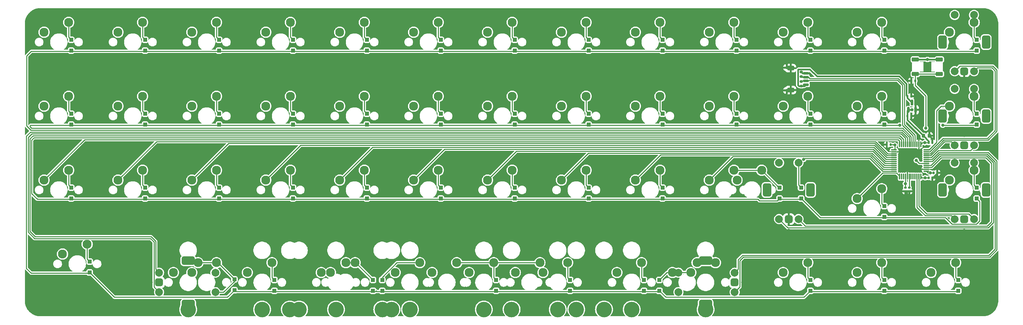
<source format=gbr>
%TF.GenerationSoftware,KiCad,Pcbnew,8.0.5*%
%TF.CreationDate,2024-10-14T19:27:37+02:00*%
%TF.ProjectId,Eightu Ortho,45696768-7475-4204-9f72-74686f2e6b69,rev?*%
%TF.SameCoordinates,Original*%
%TF.FileFunction,Copper,L2,Bot*%
%TF.FilePolarity,Positive*%
%FSLAX46Y46*%
G04 Gerber Fmt 4.6, Leading zero omitted, Abs format (unit mm)*
G04 Created by KiCad (PCBNEW 8.0.5) date 2024-10-14 19:27:37*
%MOMM*%
%LPD*%
G01*
G04 APERTURE LIST*
G04 Aperture macros list*
%AMRoundRect*
0 Rectangle with rounded corners*
0 $1 Rounding radius*
0 $2 $3 $4 $5 $6 $7 $8 $9 X,Y pos of 4 corners*
0 Add a 4 corners polygon primitive as box body*
4,1,4,$2,$3,$4,$5,$6,$7,$8,$9,$2,$3,0*
0 Add four circle primitives for the rounded corners*
1,1,$1+$1,$2,$3*
1,1,$1+$1,$4,$5*
1,1,$1+$1,$6,$7*
1,1,$1+$1,$8,$9*
0 Add four rect primitives between the rounded corners*
20,1,$1+$1,$2,$3,$4,$5,0*
20,1,$1+$1,$4,$5,$6,$7,0*
20,1,$1+$1,$6,$7,$8,$9,0*
20,1,$1+$1,$8,$9,$2,$3,0*%
G04 Aperture macros list end*
%TA.AperFunction,ComponentPad*%
%ADD10C,2.300000*%
%TD*%
%TA.AperFunction,ComponentPad*%
%ADD11C,4.000000*%
%TD*%
%TA.AperFunction,ComponentPad*%
%ADD12C,2.000000*%
%TD*%
%TA.AperFunction,ComponentPad*%
%ADD13RoundRect,0.500000X0.500000X-0.500000X0.500000X0.500000X-0.500000X0.500000X-0.500000X-0.500000X0*%
%TD*%
%TA.AperFunction,ComponentPad*%
%ADD14RoundRect,0.550000X0.550000X-1.150000X0.550000X1.150000X-0.550000X1.150000X-0.550000X-1.150000X0*%
%TD*%
%TA.AperFunction,ComponentPad*%
%ADD15RoundRect,0.500000X-0.500000X-0.500000X0.500000X-0.500000X0.500000X0.500000X-0.500000X0.500000X0*%
%TD*%
%TA.AperFunction,ComponentPad*%
%ADD16RoundRect,0.550000X-1.150000X-0.550000X1.150000X-0.550000X1.150000X0.550000X-1.150000X0.550000X0*%
%TD*%
%TA.AperFunction,ComponentPad*%
%ADD17RoundRect,0.500000X0.500000X0.500000X-0.500000X0.500000X-0.500000X-0.500000X0.500000X-0.500000X0*%
%TD*%
%TA.AperFunction,ComponentPad*%
%ADD18RoundRect,0.550000X1.150000X0.550000X-1.150000X0.550000X-1.150000X-0.550000X1.150000X-0.550000X0*%
%TD*%
%TA.AperFunction,SMDPad,CuDef*%
%ADD19RoundRect,0.250000X0.300000X-0.300000X0.300000X0.300000X-0.300000X0.300000X-0.300000X-0.300000X0*%
%TD*%
%TA.AperFunction,SMDPad,CuDef*%
%ADD20RoundRect,0.075000X0.075000X-0.662500X0.075000X0.662500X-0.075000X0.662500X-0.075000X-0.662500X0*%
%TD*%
%TA.AperFunction,SMDPad,CuDef*%
%ADD21RoundRect,0.075000X0.662500X-0.075000X0.662500X0.075000X-0.662500X0.075000X-0.662500X-0.075000X0*%
%TD*%
%TA.AperFunction,SMDPad,CuDef*%
%ADD22RoundRect,0.140000X0.140000X0.170000X-0.140000X0.170000X-0.140000X-0.170000X0.140000X-0.170000X0*%
%TD*%
%TA.AperFunction,SMDPad,CuDef*%
%ADD23RoundRect,0.140000X-0.170000X0.140000X-0.170000X-0.140000X0.170000X-0.140000X0.170000X0.140000X0*%
%TD*%
%TA.AperFunction,SMDPad,CuDef*%
%ADD24RoundRect,0.150000X0.625000X-0.150000X0.625000X0.150000X-0.625000X0.150000X-0.625000X-0.150000X0*%
%TD*%
%TA.AperFunction,SMDPad,CuDef*%
%ADD25RoundRect,0.250000X0.650000X-0.350000X0.650000X0.350000X-0.650000X0.350000X-0.650000X-0.350000X0*%
%TD*%
%TA.AperFunction,SMDPad,CuDef*%
%ADD26RoundRect,0.150000X0.150000X-0.587500X0.150000X0.587500X-0.150000X0.587500X-0.150000X-0.587500X0*%
%TD*%
%TA.AperFunction,SMDPad,CuDef*%
%ADD27RoundRect,0.225000X-0.225000X-0.250000X0.225000X-0.250000X0.225000X0.250000X-0.225000X0.250000X0*%
%TD*%
%TA.AperFunction,SMDPad,CuDef*%
%ADD28RoundRect,0.275000X0.625000X0.275000X-0.625000X0.275000X-0.625000X-0.275000X0.625000X-0.275000X0*%
%TD*%
%TA.AperFunction,SMDPad,CuDef*%
%ADD29RoundRect,0.140000X-0.140000X-0.170000X0.140000X-0.170000X0.140000X0.170000X-0.140000X0.170000X0*%
%TD*%
%TA.AperFunction,SMDPad,CuDef*%
%ADD30RoundRect,0.150000X0.275000X-0.150000X0.275000X0.150000X-0.275000X0.150000X-0.275000X-0.150000X0*%
%TD*%
%TA.AperFunction,SMDPad,CuDef*%
%ADD31RoundRect,0.175000X0.225000X-0.175000X0.225000X0.175000X-0.225000X0.175000X-0.225000X-0.175000X0*%
%TD*%
%TA.AperFunction,SMDPad,CuDef*%
%ADD32RoundRect,0.135000X0.135000X0.185000X-0.135000X0.185000X-0.135000X-0.185000X0.135000X-0.185000X0*%
%TD*%
%TA.AperFunction,ViaPad*%
%ADD33C,0.800000*%
%TD*%
%TA.AperFunction,Conductor*%
%ADD34C,0.250000*%
%TD*%
%TA.AperFunction,Conductor*%
%ADD35C,0.381000*%
%TD*%
G04 APERTURE END LIST*
D10*
%TO.P,MX25,1,1*%
%TO.N,COL11*%
X266065000Y-68897500D03*
%TO.P,MX25,2,2*%
%TO.N,Net-(D25-A)*%
X272415000Y-66357500D03*
%TD*%
%TO.P,MX44,1,1*%
%TO.N,COL5*%
X166052500Y-111760000D03*
%TO.P,MX44,2,2*%
%TO.N,Net-(D44-A)*%
X172402500Y-109220000D03*
%TD*%
%TO.P,MX15,1,1*%
%TO.N,COL0*%
X56515000Y-68897500D03*
%TO.P,MX15,2,2*%
%TO.N,Net-(D15-A)*%
X62865000Y-66357500D03*
%TD*%
%TO.P,MX46,1,1*%
%TO.N,R5*%
X218440000Y-111760000D03*
%TO.P,MX46,2,2*%
%TO.N,C5*%
X224790000Y-109220000D03*
%TD*%
%TO.P,MX19,1,1*%
%TO.N,COL4*%
X132715000Y-68897500D03*
%TO.P,MX19,2,2*%
%TO.N,Net-(D19-A)*%
X139065000Y-66357500D03*
%TD*%
%TO.P,MX17,1,1*%
%TO.N,COL2*%
X94615000Y-68897500D03*
%TO.P,MX17,2,2*%
%TO.N,Net-(D17-A)*%
X100965000Y-66357500D03*
%TD*%
%TO.P,MX56,1,1*%
%TO.N,COL7*%
X185102500Y-111760000D03*
%TO.P,MX56,2,2*%
%TO.N,Net-(D45-A)*%
X191452500Y-109220000D03*
%TD*%
%TO.P,MX51,1,1*%
%TO.N,R5*%
X223202500Y-111760000D03*
%TO.P,MX51,2,2*%
%TO.N,C5*%
X229552500Y-109220000D03*
%TD*%
%TO.P,MX49,1,1*%
%TO.N,C1*%
X285115000Y-111760000D03*
%TO.P,MX49,2,2*%
%TO.N,Net-(D49-A)*%
X291465000Y-109220000D03*
%TD*%
%TO.P,MX35,1,1*%
%TO.N,COL7*%
X189865000Y-87947500D03*
%TO.P,MX35,2,2*%
%TO.N,Net-(D35-A)*%
X196215000Y-85407500D03*
%TD*%
%TO.P,MX22,1,1*%
%TO.N,COL7*%
X189865000Y-68897500D03*
%TO.P,MX22,2,2*%
%TO.N,Net-(D22-A)*%
X196215000Y-66357500D03*
%TD*%
%TO.P,MX50,1,1*%
%TO.N,C4*%
X89852500Y-111760000D03*
%TO.P,MX50,2,2*%
%TO.N,R4*%
X96202500Y-109220000D03*
%TD*%
%TO.P,MX41,1,1*%
%TO.N,COL0*%
X61277500Y-106997500D03*
%TO.P,MX41,2,2*%
%TO.N,Net-(D41-A)*%
X67627500Y-104457500D03*
%TD*%
%TO.P,MX54,1,1*%
%TO.N,COL3*%
X130333750Y-111760000D03*
%TO.P,MX54,2,2*%
%TO.N,Net-(D27-A)*%
X136683750Y-109220000D03*
%TD*%
%TO.P,MX48,1,1*%
%TO.N,COL11*%
X266065000Y-111760000D03*
%TO.P,MX48,2,2*%
%TO.N,Net-(D48-A)*%
X272415000Y-109220000D03*
%TD*%
%TO.P,MX34,1,1*%
%TO.N,COL6*%
X170815000Y-87947500D03*
%TO.P,MX34,2,2*%
%TO.N,Net-(D34-A)*%
X177165000Y-85407500D03*
%TD*%
%TO.P,MX5,1,1*%
%TO.N,COL4*%
X132715000Y-49847500D03*
%TO.P,MX5,2,2*%
%TO.N,Net-(D5-A)*%
X139065000Y-47307500D03*
%TD*%
%TO.P,MX21,1,1*%
%TO.N,COL6*%
X170815000Y-68897500D03*
%TO.P,MX21,2,2*%
%TO.N,Net-(D21-A)*%
X177165000Y-66357500D03*
%TD*%
D11*
%TO.P,S2,*%
%TO.N,*%
X200818750Y-121285000D03*
X177006250Y-121285000D03*
%TD*%
D10*
%TO.P,MX26,1,1*%
%TO.N,C1*%
X289877500Y-68897500D03*
%TO.P,MX26,2,2*%
%TO.N,R2*%
X296227500Y-66357500D03*
%TD*%
%TO.P,MX42,1,1*%
%TO.N,C4*%
X94615000Y-111760000D03*
%TO.P,MX42,2,2*%
%TO.N,R4*%
X100965000Y-109220000D03*
%TD*%
D11*
%TO.P,S10,*%
%TO.N,*%
X193675000Y-121285000D03*
X169862500Y-121285000D03*
%TD*%
%TO.P,S3,*%
%TO.N,*%
X227012500Y-121285000D03*
X112712500Y-121285000D03*
%TD*%
D10*
%TO.P,MX12,1,1*%
%TO.N,COL11*%
X266065000Y-49847500D03*
%TO.P,MX12,2,2*%
%TO.N,Net-(D12-A)*%
X272415000Y-47307500D03*
%TD*%
D12*
%TO.P,SW7,A,A*%
%TO.N,ENC_K*%
X245943750Y-97987500D03*
%TO.P,SW7,B,B*%
%TO.N,ENC_L*%
X250943750Y-97987500D03*
D13*
%TO.P,SW7,C,C*%
%TO.N,GND*%
X248443750Y-97987500D03*
D14*
%TO.P,SW7,MP*%
%TO.N,N/C*%
X242843750Y-90487500D03*
X254043750Y-90487500D03*
D12*
%TO.P,SW7,S1,S1*%
%TO.N,R6*%
X250943750Y-83487500D03*
%TO.P,SW7,S2,S2*%
%TO.N,C6*%
X245943750Y-83487500D03*
%TD*%
D10*
%TO.P,MX14,1,1*%
%TO.N,C6*%
X247015000Y-68897500D03*
%TO.P,MX14,2,2*%
%TO.N,Net-(D14-A)*%
X253365000Y-66357500D03*
%TD*%
%TO.P,MX40,1,1*%
%TO.N,COL4*%
X147002500Y-111760000D03*
%TO.P,MX40,2,2*%
%TO.N,Net-(D40-A)*%
X153352500Y-109220000D03*
%TD*%
%TO.P,MX36,1,1*%
%TO.N,COL8*%
X208915000Y-87947500D03*
%TO.P,MX36,2,2*%
%TO.N,Net-(D36-A)*%
X215265000Y-85407500D03*
%TD*%
%TO.P,MX59,1,1*%
%TO.N,COL8*%
X204152500Y-111760000D03*
%TO.P,MX59,2,2*%
%TO.N,Net-(D50-A)*%
X210502500Y-109220000D03*
%TD*%
%TO.P,MX61,1,1*%
%TO.N,C5*%
X227965000Y-87947500D03*
%TO.P,MX61,2,2*%
%TO.N,Net-(D37-A)*%
X234315000Y-85407500D03*
%TD*%
%TO.P,MX8,1,1*%
%TO.N,COL7*%
X189865000Y-49847500D03*
%TO.P,MX8,2,2*%
%TO.N,Net-(D8-A)*%
X196215000Y-47307500D03*
%TD*%
%TO.P,MX52,1,1*%
%TO.N,COL2*%
X108902500Y-111760000D03*
%TO.P,MX52,2,2*%
%TO.N,Net-(D43-A)*%
X115252500Y-109220000D03*
%TD*%
%TO.P,MX58,1,1*%
%TO.N,COL5*%
X177958750Y-111760000D03*
%TO.P,MX58,2,2*%
%TO.N,Net-(D44-A)*%
X184308750Y-109220000D03*
%TD*%
D11*
%TO.P,S7,*%
%TO.N,*%
X150812500Y-121285000D03*
X112712500Y-121285000D03*
%TD*%
%TO.P,S1,*%
%TO.N,*%
X143668750Y-121285000D03*
X119856250Y-121285000D03*
%TD*%
D10*
%TO.P,MX31,1,1*%
%TO.N,COL3*%
X113665000Y-87947500D03*
%TO.P,MX31,2,2*%
%TO.N,Net-(D31-A)*%
X120015000Y-85407500D03*
%TD*%
%TO.P,MX38,1,1*%
%TO.N,COL11*%
X266065000Y-92710000D03*
%TO.P,MX38,2,2*%
%TO.N,Net-(D38-A)*%
X272415000Y-90170000D03*
%TD*%
%TO.P,MX18,1,1*%
%TO.N,COL3*%
X113665000Y-68897500D03*
%TO.P,MX18,2,2*%
%TO.N,Net-(D18-A)*%
X120015000Y-66357500D03*
%TD*%
%TO.P,MX32,1,1*%
%TO.N,COL4*%
X132715000Y-87947500D03*
%TO.P,MX32,2,2*%
%TO.N,Net-(D32-A)*%
X139065000Y-85407500D03*
%TD*%
D12*
%TO.P,SW4,A,A*%
%TO.N,ENC_G*%
X86162500Y-111800000D03*
%TO.P,SW4,B,B*%
%TO.N,ENC_H*%
X86162500Y-116800000D03*
D15*
%TO.P,SW4,C,C*%
%TO.N,GND*%
X86162500Y-114300000D03*
D16*
%TO.P,SW4,MP*%
%TO.N,N/C*%
X93662500Y-108700000D03*
X93662500Y-119900000D03*
D12*
%TO.P,SW4,S1,S1*%
%TO.N,R4*%
X100662500Y-116800000D03*
%TO.P,SW4,S2,S2*%
%TO.N,C4*%
X100662500Y-111800000D03*
%TD*%
D10*
%TO.P,MX29,1,1*%
%TO.N,C4*%
X75565000Y-87947500D03*
%TO.P,MX29,2,2*%
%TO.N,Net-(D29-A)*%
X81915000Y-85407500D03*
%TD*%
%TO.P,MX6,1,1*%
%TO.N,COL5*%
X151765000Y-49847500D03*
%TO.P,MX6,2,2*%
%TO.N,Net-(D6-A)*%
X158115000Y-47307500D03*
%TD*%
%TO.P,MX30,1,1*%
%TO.N,COL2*%
X94615000Y-87947500D03*
%TO.P,MX30,2,2*%
%TO.N,Net-(D30-A)*%
X100965000Y-85407500D03*
%TD*%
%TO.P,MX1,1,1*%
%TO.N,COL0*%
X56515000Y-49847500D03*
%TO.P,MX1,2,2*%
%TO.N,Net-(D1-A)*%
X62865000Y-47307500D03*
%TD*%
%TO.P,MX7,1,1*%
%TO.N,COL6*%
X170815000Y-49847500D03*
%TO.P,MX7,2,2*%
%TO.N,Net-(D7-A)*%
X177165000Y-47307500D03*
%TD*%
%TO.P,MX39,1,1*%
%TO.N,C1*%
X289877500Y-87947500D03*
%TO.P,MX39,2,2*%
%TO.N,R3*%
X296227500Y-85407500D03*
%TD*%
%TO.P,MX28,1,1*%
%TO.N,COL0*%
X56515000Y-87947500D03*
%TO.P,MX28,2,2*%
%TO.N,Net-(D28-A)*%
X62865000Y-85407500D03*
%TD*%
D11*
%TO.P,S5,*%
%TO.N,*%
X188912500Y-121285000D03*
X131762500Y-121285000D03*
%TD*%
%TO.P,S4,*%
%TO.N,*%
X207962500Y-121285000D03*
X112712500Y-121285000D03*
%TD*%
D10*
%TO.P,MX37,1,1*%
%TO.N,C5*%
X235108750Y-87947500D03*
%TO.P,MX37,2,2*%
%TO.N,Net-(D37-A)*%
X241458750Y-85407500D03*
%TD*%
D12*
%TO.P,SW5,A,A*%
%TO.N,ENC_I*%
X234512500Y-116800000D03*
%TO.P,SW5,B,B*%
%TO.N,ENC_J*%
X234512500Y-111800000D03*
D17*
%TO.P,SW5,C,C*%
%TO.N,GND*%
X234512500Y-114300000D03*
D18*
%TO.P,SW5,MP*%
%TO.N,N/C*%
X227012500Y-119900000D03*
X227012500Y-108700000D03*
D12*
%TO.P,SW5,S1,S1*%
%TO.N,R5*%
X220012500Y-111800000D03*
%TO.P,SW5,S2,S2*%
%TO.N,C5*%
X220012500Y-116800000D03*
%TD*%
D10*
%TO.P,MX47,1,1*%
%TO.N,C6*%
X247015000Y-111760000D03*
%TO.P,MX47,2,2*%
%TO.N,Net-(D47-A)*%
X253365000Y-109220000D03*
%TD*%
%TO.P,MX20,1,1*%
%TO.N,COL5*%
X151765000Y-68897500D03*
%TO.P,MX20,2,2*%
%TO.N,Net-(D20-A)*%
X158115000Y-66357500D03*
%TD*%
%TO.P,MX16,1,1*%
%TO.N,C4*%
X75565000Y-68897500D03*
%TO.P,MX16,2,2*%
%TO.N,Net-(D16-A)*%
X81915000Y-66357500D03*
%TD*%
%TO.P,MX11,1,1*%
%TO.N,C6*%
X247015000Y-49847500D03*
%TO.P,MX11,2,2*%
%TO.N,Net-(D11-A)*%
X253365000Y-47307500D03*
%TD*%
%TO.P,MX3,1,1*%
%TO.N,COL2*%
X94615000Y-49847500D03*
%TO.P,MX3,2,2*%
%TO.N,Net-(D3-A)*%
X100965000Y-47307500D03*
%TD*%
%TO.P,MX27,1,1*%
%TO.N,COL3*%
X127952500Y-111760000D03*
%TO.P,MX27,2,2*%
%TO.N,Net-(D27-A)*%
X134302500Y-109220000D03*
%TD*%
D11*
%TO.P,S8,*%
%TO.N,*%
X207962500Y-121285000D03*
X169862500Y-121285000D03*
%TD*%
%TO.P,S9,*%
%TO.N,*%
X146050000Y-121285000D03*
X122237500Y-121285000D03*
%TD*%
D10*
%TO.P,MX33,1,1*%
%TO.N,COL5*%
X151765000Y-87947500D03*
%TO.P,MX33,2,2*%
%TO.N,Net-(D33-A)*%
X158115000Y-85407500D03*
%TD*%
D12*
%TO.P,SW2,A,A*%
%TO.N,ENC_C*%
X291187500Y-78937500D03*
%TO.P,SW2,B,B*%
%TO.N,ENC_D*%
X296187500Y-78937500D03*
D13*
%TO.P,SW2,C,C*%
%TO.N,GND*%
X293687500Y-78937500D03*
D14*
%TO.P,SW2,MP*%
%TO.N,N/C*%
X288087500Y-71437500D03*
X299287500Y-71437500D03*
D12*
%TO.P,SW2,S1,S1*%
%TO.N,R2*%
X296187500Y-64437500D03*
%TO.P,SW2,S2,S2*%
%TO.N,C1*%
X291187500Y-64437500D03*
%TD*%
%TO.P,SW3,A,A*%
%TO.N,ENC_E*%
X291187500Y-97987500D03*
%TO.P,SW3,B,B*%
%TO.N,ENC_F*%
X296187500Y-97987500D03*
D13*
%TO.P,SW3,C,C*%
%TO.N,GND*%
X293687500Y-97987500D03*
D14*
%TO.P,SW3,MP*%
%TO.N,N/C*%
X288087500Y-90487500D03*
X299287500Y-90487500D03*
D12*
%TO.P,SW3,S1,S1*%
%TO.N,R3*%
X296187500Y-83487500D03*
%TO.P,SW3,S2,S2*%
%TO.N,C1*%
X291187500Y-83487500D03*
%TD*%
D10*
%TO.P,MX23,1,1*%
%TO.N,COL8*%
X208915000Y-68897500D03*
%TO.P,MX23,2,2*%
%TO.N,Net-(D23-A)*%
X215265000Y-66357500D03*
%TD*%
D11*
%TO.P,S6,*%
%TO.N,*%
X227012500Y-121285000D03*
X93662500Y-121285000D03*
%TD*%
D10*
%TO.P,MX10,1,1*%
%TO.N,C5*%
X227965000Y-49847500D03*
%TO.P,MX10,2,2*%
%TO.N,Net-(D10-A)*%
X234315000Y-47307500D03*
%TD*%
D12*
%TO.P,SW1,A,A*%
%TO.N,ENC_A*%
X291187500Y-59887500D03*
%TO.P,SW1,B,B*%
%TO.N,ENC_B*%
X296187500Y-59887500D03*
D13*
%TO.P,SW1,C,C*%
%TO.N,GND*%
X293687500Y-59887500D03*
D14*
%TO.P,SW1,MP*%
%TO.N,N/C*%
X288087500Y-52387500D03*
X299287500Y-52387500D03*
D12*
%TO.P,SW1,S1,S1*%
%TO.N,R1*%
X296187500Y-45387500D03*
%TO.P,SW1,S2,S2*%
%TO.N,C1*%
X291187500Y-45387500D03*
%TD*%
D10*
%TO.P,MX4,1,1*%
%TO.N,COL3*%
X113665000Y-49847500D03*
%TO.P,MX4,2,2*%
%TO.N,Net-(D4-A)*%
X120015000Y-47307500D03*
%TD*%
%TO.P,MX9,1,1*%
%TO.N,COL8*%
X208915000Y-49847500D03*
%TO.P,MX9,2,2*%
%TO.N,Net-(D9-A)*%
X215265000Y-47307500D03*
%TD*%
%TO.P,MX13,1,1*%
%TO.N,C1*%
X289877500Y-49847500D03*
%TO.P,MX13,2,2*%
%TO.N,R1*%
X296227500Y-47307500D03*
%TD*%
%TO.P,MX24,1,1*%
%TO.N,C5*%
X227965000Y-68897500D03*
%TO.P,MX24,2,2*%
%TO.N,Net-(D24-A)*%
X234315000Y-66357500D03*
%TD*%
%TO.P,MX55,1,1*%
%TO.N,COL5*%
X156527500Y-111760000D03*
%TO.P,MX55,2,2*%
%TO.N,Net-(D44-A)*%
X162877500Y-109220000D03*
%TD*%
%TO.P,MX2,1,1*%
%TO.N,C4*%
X75565000Y-49847500D03*
%TO.P,MX2,2,2*%
%TO.N,Net-(D2-A)*%
X81915000Y-47307500D03*
%TD*%
D19*
%TO.P,D23,1,K*%
%TO.N,ROW1*%
X215900000Y-73631250D03*
%TO.P,D23,2,A*%
%TO.N,Net-(D23-A)*%
X215900000Y-70831250D03*
%TD*%
D20*
%TO.P,U1,1,VBAT*%
%TO.N,+3V3*%
X282481250Y-87043750D03*
%TO.P,U1,2,PC13*%
%TO.N,ENC_F*%
X281981250Y-87043750D03*
%TO.P,U1,3,PC14*%
%TO.N,ENC_E*%
X281481250Y-87043750D03*
%TO.P,U1,4,PC15*%
%TO.N,unconnected-(U1-PC15-Pad4)*%
X280981250Y-87043750D03*
%TO.P,U1,5,PF0*%
%TO.N,unconnected-(U1-PF0-Pad5)*%
X280481250Y-87043750D03*
%TO.P,U1,6,PF1*%
%TO.N,unconnected-(U1-PF1-Pad6)*%
X279981250Y-87043750D03*
%TO.P,U1,7,NRST*%
%TO.N,NRST*%
X279481250Y-87043750D03*
%TO.P,U1,8,VSSA*%
%TO.N,GND*%
X278981250Y-87043750D03*
%TO.P,U1,9,VDDA*%
%TO.N,+3V3*%
X278481250Y-87043750D03*
%TO.P,U1,10,PA0*%
%TO.N,unconnected-(U1-PA0-Pad10)*%
X277981250Y-87043750D03*
%TO.P,U1,11,PA1*%
%TO.N,unconnected-(U1-PA1-Pad11)*%
X277481250Y-87043750D03*
%TO.P,U1,12,PA2*%
%TO.N,COL11*%
X276981250Y-87043750D03*
D21*
%TO.P,U1,13,PA3*%
%TO.N,C6*%
X275568750Y-85631250D03*
%TO.P,U1,14,PA4*%
%TO.N,C5*%
X275568750Y-85131250D03*
%TO.P,U1,15,PA5*%
%TO.N,COL8*%
X275568750Y-84631250D03*
%TO.P,U1,16,PA6*%
%TO.N,COL7*%
X275568750Y-84131250D03*
%TO.P,U1,17,PA7*%
%TO.N,COL6*%
X275568750Y-83631250D03*
%TO.P,U1,18,PB0*%
%TO.N,COL5*%
X275568750Y-83131250D03*
%TO.P,U1,19,PB1*%
%TO.N,COL4*%
X275568750Y-82631250D03*
%TO.P,U1,20,PB2*%
%TO.N,COL3*%
X275568750Y-82131250D03*
%TO.P,U1,21,PB10*%
%TO.N,COL2*%
X275568750Y-81631250D03*
%TO.P,U1,22,PB11*%
%TO.N,C4*%
X275568750Y-81131250D03*
%TO.P,U1,23,VSS*%
%TO.N,GND*%
X275568750Y-80631250D03*
%TO.P,U1,24,VDD*%
%TO.N,+3V3*%
X275568750Y-80131250D03*
D20*
%TO.P,U1,25,PB12*%
%TO.N,COL0*%
X276981250Y-78718750D03*
%TO.P,U1,26,PB13*%
%TO.N,ROW2*%
X277481250Y-78718750D03*
%TO.P,U1,27,PB14*%
%TO.N,ENC_G*%
X277981250Y-78718750D03*
%TO.P,U1,28,PB15*%
%TO.N,ENC_H*%
X278481250Y-78718750D03*
%TO.P,U1,29,PA8*%
%TO.N,ROW3*%
X278981250Y-78718750D03*
%TO.P,U1,30,PA9*%
%TO.N,ROW0*%
X279481250Y-78718750D03*
%TO.P,U1,31,PA10*%
%TO.N,ROW1*%
X279981250Y-78718750D03*
%TO.P,U1,32,PA11*%
%TO.N,D_N*%
X280481250Y-78718750D03*
%TO.P,U1,33,PA12*%
%TO.N,D_P*%
X280981250Y-78718750D03*
%TO.P,U1,34,PA13*%
%TO.N,unconnected-(U1-PA13-Pad34)*%
X281481250Y-78718750D03*
%TO.P,U1,35,VSS*%
%TO.N,GND*%
X281981250Y-78718750D03*
%TO.P,U1,36,VDDIO2*%
%TO.N,+3V3*%
X282481250Y-78718750D03*
D21*
%TO.P,U1,37,PA14*%
%TO.N,C1*%
X283893750Y-80131250D03*
%TO.P,U1,38,PA15*%
%TO.N,ENC_B*%
X283893750Y-80631250D03*
%TO.P,U1,39,PB3*%
%TO.N,ENC_A*%
X283893750Y-81131250D03*
%TO.P,U1,40,PB4*%
%TO.N,ENC_C*%
X283893750Y-81631250D03*
%TO.P,U1,41,PB5*%
%TO.N,ENC_D*%
X283893750Y-82131250D03*
%TO.P,U1,42,PB6*%
%TO.N,ENC_I*%
X283893750Y-82631250D03*
%TO.P,U1,43,PB7*%
%TO.N,ENC_J*%
X283893750Y-83131250D03*
%TO.P,U1,44,BOOT0*%
%TO.N,BOOT0*%
X283893750Y-83631250D03*
%TO.P,U1,45,PB8*%
%TO.N,ENC_K*%
X283893750Y-84131250D03*
%TO.P,U1,46,PB9*%
%TO.N,ENC_L*%
X283893750Y-84631250D03*
%TO.P,U1,47,VSS*%
%TO.N,GND*%
X283893750Y-85131250D03*
%TO.P,U1,48,VDD*%
%TO.N,+3V3*%
X283893750Y-85631250D03*
%TD*%
D22*
%TO.P,C3,1*%
%TO.N,+3V3*%
X274675000Y-78781250D03*
%TO.P,C3,2*%
%TO.N,GND*%
X273715000Y-78781250D03*
%TD*%
D19*
%TO.P,D29,1,K*%
%TO.N,ROW2*%
X82550000Y-92681250D03*
%TO.P,D29,2,A*%
%TO.N,Net-(D29-A)*%
X82550000Y-89881250D03*
%TD*%
%TO.P,D5,1,K*%
%TO.N,ROW0*%
X139700000Y-54581250D03*
%TO.P,D5,2,A*%
%TO.N,Net-(D5-A)*%
X139700000Y-51781250D03*
%TD*%
D23*
%TO.P,C7,1*%
%TO.N,NRST*%
X279477557Y-89859709D03*
%TO.P,C7,2*%
%TO.N,GND*%
X279477557Y-90819709D03*
%TD*%
D19*
%TO.P,D32,1,K*%
%TO.N,ROW2*%
X139700000Y-92681250D03*
%TO.P,D32,2,A*%
%TO.N,Net-(D32-A)*%
X139700000Y-89881250D03*
%TD*%
%TO.P,D1,1,K*%
%TO.N,ROW0*%
X63500000Y-54581250D03*
%TO.P,D1,2,A*%
%TO.N,Net-(D1-A)*%
X63500000Y-51781250D03*
%TD*%
%TO.P,D4,1,K*%
%TO.N,ROW0*%
X120650000Y-54581250D03*
%TO.P,D4,2,A*%
%TO.N,Net-(D4-A)*%
X120650000Y-51781250D03*
%TD*%
%TO.P,D27,1,K*%
%TO.N,ROW3*%
X141287500Y-116493750D03*
%TO.P,D27,2,A*%
%TO.N,Net-(D27-A)*%
X141287500Y-113693750D03*
%TD*%
%TO.P,D15,1,K*%
%TO.N,ROW1*%
X63500000Y-73631250D03*
%TO.P,D15,2,A*%
%TO.N,Net-(D15-A)*%
X63500000Y-70831250D03*
%TD*%
%TO.P,D12,1,K*%
%TO.N,ROW0*%
X273050000Y-54581250D03*
%TO.P,D12,2,A*%
%TO.N,Net-(D12-A)*%
X273050000Y-51781250D03*
%TD*%
%TO.P,D31,1,K*%
%TO.N,ROW2*%
X120650000Y-92681250D03*
%TO.P,D31,2,A*%
%TO.N,Net-(D31-A)*%
X120650000Y-89881250D03*
%TD*%
D24*
%TO.P,J1,1,Pin_1*%
%TO.N,+5V*%
X252825000Y-63412500D03*
%TO.P,J1,2,Pin_2*%
%TO.N,D_N*%
X252825000Y-62412500D03*
%TO.P,J1,3,Pin_3*%
%TO.N,D_P*%
X252825000Y-61412500D03*
%TO.P,J1,4,Pin_4*%
%TO.N,GND*%
X252825000Y-60412500D03*
D25*
%TO.P,J1,MP,MountPin*%
X248950000Y-64712500D03*
X248950000Y-59112500D03*
%TD*%
D19*
%TO.P,D9,1,K*%
%TO.N,ROW0*%
X215900000Y-54581250D03*
%TO.P,D9,2,A*%
%TO.N,Net-(D9-A)*%
X215900000Y-51781250D03*
%TD*%
%TO.P,D44,1,K*%
%TO.N,ROW3*%
X173037500Y-116493750D03*
%TO.P,D44,2,A*%
%TO.N,Net-(D44-A)*%
X173037500Y-113693750D03*
%TD*%
%TO.P,D7,1,K*%
%TO.N,ROW0*%
X177800000Y-54581250D03*
%TO.P,D7,2,A*%
%TO.N,Net-(D7-A)*%
X177800000Y-51781250D03*
%TD*%
%TO.P,D36,1,K*%
%TO.N,ROW2*%
X215900000Y-92681250D03*
%TO.P,D36,2,A*%
%TO.N,Net-(D36-A)*%
X215900000Y-89881250D03*
%TD*%
%TO.P,D26,1,K*%
%TO.N,ROW1*%
X296862500Y-73631250D03*
%TO.P,D26,2,A*%
%TO.N,R2*%
X296862500Y-70831250D03*
%TD*%
D22*
%TO.P,C9,1*%
%TO.N,GND*%
X279990000Y-71437500D03*
%TO.P,C9,2*%
%TO.N,+3V3*%
X279030000Y-71437500D03*
%TD*%
D19*
%TO.P,D47,1,K*%
%TO.N,ROW3*%
X254000000Y-116493750D03*
%TO.P,D47,2,A*%
%TO.N,Net-(D47-A)*%
X254000000Y-113693750D03*
%TD*%
D26*
%TO.P,U2,1,GND*%
%TO.N,GND*%
X281143750Y-69850000D03*
%TO.P,U2,2,VO*%
%TO.N,+3V3*%
X279243750Y-69850000D03*
%TO.P,U2,3,VI*%
%TO.N,+5V*%
X280193750Y-67975000D03*
%TD*%
D19*
%TO.P,D17,1,K*%
%TO.N,ROW1*%
X101600000Y-73631250D03*
%TO.P,D17,2,A*%
%TO.N,Net-(D17-A)*%
X101600000Y-70831250D03*
%TD*%
%TO.P,D45,1,K*%
%TO.N,ROW3*%
X192087500Y-116493750D03*
%TO.P,D45,2,A*%
%TO.N,Net-(D45-A)*%
X192087500Y-113693750D03*
%TD*%
%TO.P,D37,1,K*%
%TO.N,ROW2*%
X246062500Y-92681250D03*
%TO.P,D37,2,A*%
%TO.N,Net-(D37-A)*%
X246062500Y-89881250D03*
%TD*%
%TO.P,D43,1,K*%
%TO.N,ROW3*%
X115887500Y-116493750D03*
%TO.P,D43,2,A*%
%TO.N,Net-(D43-A)*%
X115887500Y-113693750D03*
%TD*%
%TO.P,D33,1,K*%
%TO.N,ROW2*%
X158750000Y-92681250D03*
%TO.P,D33,2,A*%
%TO.N,Net-(D33-A)*%
X158750000Y-89881250D03*
%TD*%
D27*
%TO.P,C6,1*%
%TO.N,+3V3*%
X283125000Y-76531250D03*
%TO.P,C6,2*%
%TO.N,GND*%
X284675000Y-76531250D03*
%TD*%
D28*
%TO.P,SW6,1,1*%
%TO.N,+3V3*%
X287262500Y-56887500D03*
X281062500Y-56887500D03*
%TO.P,SW6,2,2*%
%TO.N,BOOT0*%
X287262500Y-60587500D03*
X281062500Y-60587500D03*
%TD*%
D19*
%TO.P,D30,1,K*%
%TO.N,ROW2*%
X101600000Y-92681250D03*
%TO.P,D30,2,A*%
%TO.N,Net-(D30-A)*%
X101600000Y-89881250D03*
%TD*%
%TO.P,D20,1,K*%
%TO.N,ROW1*%
X158750000Y-73631250D03*
%TO.P,D20,2,A*%
%TO.N,Net-(D20-A)*%
X158750000Y-70831250D03*
%TD*%
%TO.P,D2,1,K*%
%TO.N,ROW0*%
X82550000Y-54581250D03*
%TO.P,D2,2,A*%
%TO.N,Net-(D2-A)*%
X82550000Y-51781250D03*
%TD*%
%TO.P,D3,1,K*%
%TO.N,ROW0*%
X101600000Y-54581250D03*
%TO.P,D3,2,A*%
%TO.N,Net-(D3-A)*%
X101600000Y-51781250D03*
%TD*%
%TO.P,D21,1,K*%
%TO.N,ROW1*%
X177800000Y-73631250D03*
%TO.P,D21,2,A*%
%TO.N,Net-(D21-A)*%
X177800000Y-70831250D03*
%TD*%
%TO.P,D52,1,K*%
%TO.N,ROW2*%
X251618750Y-92681250D03*
%TO.P,D52,2,A*%
%TO.N,R6*%
X251618750Y-89881250D03*
%TD*%
D22*
%TO.P,C8,1*%
%TO.N,GND*%
X279990000Y-66315654D03*
%TO.P,C8,2*%
%TO.N,+5V*%
X279030000Y-66315654D03*
%TD*%
D29*
%TO.P,C5,1*%
%TO.N,+3V3*%
X285749327Y-86056250D03*
%TO.P,C5,2*%
%TO.N,GND*%
X286709327Y-86056250D03*
%TD*%
D23*
%TO.P,C2,1*%
%TO.N,+3V3*%
X278480935Y-89858750D03*
%TO.P,C2,2*%
%TO.N,GND*%
X278480935Y-90818750D03*
%TD*%
D19*
%TO.P,D49,1,K*%
%TO.N,ROW3*%
X292100000Y-116493750D03*
%TO.P,D49,2,A*%
%TO.N,Net-(D49-A)*%
X292100000Y-113693750D03*
%TD*%
D30*
%TO.P,J2,1,Pin_1*%
%TO.N,+5V*%
X251685197Y-63712500D03*
%TO.P,J2,2,Pin_2*%
%TO.N,D_N*%
X251685197Y-62512500D03*
%TO.P,J2,3,Pin_3*%
%TO.N,D_P*%
X251685197Y-61312500D03*
%TO.P,J2,4,Pin_4*%
%TO.N,GND*%
X251685197Y-60112500D03*
D31*
%TO.P,J2,MP,MountPin*%
X247910197Y-64862500D03*
X247910197Y-58962500D03*
%TD*%
D19*
%TO.P,D6,1,K*%
%TO.N,ROW0*%
X158750000Y-54581250D03*
%TO.P,D6,2,A*%
%TO.N,Net-(D6-A)*%
X158750000Y-51781250D03*
%TD*%
D32*
%TO.P,R1,1*%
%TO.N,BOOT0*%
X281019995Y-62376265D03*
%TO.P,R1,2*%
%TO.N,GND*%
X279999995Y-62376265D03*
%TD*%
D29*
%TO.P,C4,1*%
%TO.N,+3V3*%
X284503798Y-78318750D03*
%TO.P,C4,2*%
%TO.N,GND*%
X285463798Y-78318750D03*
%TD*%
D19*
%TO.P,D14,1,K*%
%TO.N,ROW1*%
X254000000Y-73631250D03*
%TO.P,D14,2,A*%
%TO.N,Net-(D14-A)*%
X254000000Y-70831250D03*
%TD*%
D29*
%TO.P,C1,1*%
%TO.N,+3V3*%
X284503798Y-87342435D03*
%TO.P,C1,2*%
%TO.N,GND*%
X285463798Y-87342435D03*
%TD*%
D19*
%TO.P,D42,1,K*%
%TO.N,ROW3*%
X105568750Y-116306250D03*
%TO.P,D42,2,A*%
%TO.N,R4*%
X105568750Y-113506250D03*
%TD*%
%TO.P,D8,1,K*%
%TO.N,ROW0*%
X196850000Y-54581250D03*
%TO.P,D8,2,A*%
%TO.N,Net-(D8-A)*%
X196850000Y-51781250D03*
%TD*%
%TO.P,D25,1,K*%
%TO.N,ROW1*%
X273050000Y-73631250D03*
%TO.P,D25,2,A*%
%TO.N,Net-(D25-A)*%
X273050000Y-70831250D03*
%TD*%
%TO.P,D48,1,K*%
%TO.N,ROW3*%
X273050000Y-116493750D03*
%TO.P,D48,2,A*%
%TO.N,Net-(D48-A)*%
X273050000Y-113693750D03*
%TD*%
%TO.P,D19,1,K*%
%TO.N,ROW1*%
X139700000Y-73631250D03*
%TO.P,D19,2,A*%
%TO.N,Net-(D19-A)*%
X139700000Y-70831250D03*
%TD*%
%TO.P,D16,1,K*%
%TO.N,ROW1*%
X82550000Y-73631250D03*
%TO.P,D16,2,A*%
%TO.N,Net-(D16-A)*%
X82550000Y-70831250D03*
%TD*%
%TO.P,D24,1,K*%
%TO.N,ROW1*%
X234950000Y-73631250D03*
%TO.P,D24,2,A*%
%TO.N,Net-(D24-A)*%
X234950000Y-70831250D03*
%TD*%
%TO.P,D38,1,K*%
%TO.N,ROW2*%
X273050000Y-97443750D03*
%TO.P,D38,2,A*%
%TO.N,Net-(D38-A)*%
X273050000Y-94643750D03*
%TD*%
%TO.P,D46,1,K*%
%TO.N,ROW3*%
X215106250Y-116493750D03*
%TO.P,D46,2,A*%
%TO.N,R5*%
X215106250Y-113693750D03*
%TD*%
%TO.P,D13,1,K*%
%TO.N,ROW0*%
X296862500Y-54581250D03*
%TO.P,D13,2,A*%
%TO.N,R1*%
X296862500Y-51781250D03*
%TD*%
%TO.P,D35,1,K*%
%TO.N,ROW2*%
X196850000Y-92681250D03*
%TO.P,D35,2,A*%
%TO.N,Net-(D35-A)*%
X196850000Y-89881250D03*
%TD*%
%TO.P,D41,1,K*%
%TO.N,ROW3*%
X68262500Y-111731250D03*
%TO.P,D41,2,A*%
%TO.N,Net-(D41-A)*%
X68262500Y-108931250D03*
%TD*%
%TO.P,D34,1,K*%
%TO.N,ROW2*%
X177800000Y-92681250D03*
%TO.P,D34,2,A*%
%TO.N,Net-(D34-A)*%
X177800000Y-89881250D03*
%TD*%
%TO.P,D28,1,K*%
%TO.N,ROW2*%
X63500000Y-92681250D03*
%TO.P,D28,2,A*%
%TO.N,Net-(D28-A)*%
X63500000Y-89881250D03*
%TD*%
%TO.P,D10,1,K*%
%TO.N,ROW0*%
X234950000Y-54581250D03*
%TO.P,D10,2,A*%
%TO.N,Net-(D10-A)*%
X234950000Y-51781250D03*
%TD*%
%TO.P,D18,1,K*%
%TO.N,ROW1*%
X120650000Y-73631250D03*
%TO.P,D18,2,A*%
%TO.N,Net-(D18-A)*%
X120650000Y-70831250D03*
%TD*%
%TO.P,D11,1,K*%
%TO.N,ROW0*%
X254000000Y-54581250D03*
%TO.P,D11,2,A*%
%TO.N,Net-(D11-A)*%
X254000000Y-51781250D03*
%TD*%
%TO.P,D50,1,K*%
%TO.N,ROW3*%
X211137500Y-116493750D03*
%TO.P,D50,2,A*%
%TO.N,Net-(D50-A)*%
X211137500Y-113693750D03*
%TD*%
%TO.P,D22,1,K*%
%TO.N,ROW1*%
X196850000Y-73631250D03*
%TO.P,D22,2,A*%
%TO.N,Net-(D22-A)*%
X196850000Y-70831250D03*
%TD*%
%TO.P,D40,1,K*%
%TO.N,ROW3*%
X143668750Y-116493750D03*
%TO.P,D40,2,A*%
%TO.N,Net-(D40-A)*%
X143668750Y-113693750D03*
%TD*%
%TO.P,D39,1,K*%
%TO.N,ROW2*%
X296862500Y-92681250D03*
%TO.P,D39,2,A*%
%TO.N,R3*%
X296862500Y-89881250D03*
%TD*%
D33*
%TO.N,GND*%
X293687500Y-100937500D03*
X236562500Y-114300000D03*
X248443750Y-100937500D03*
X293687500Y-76437500D03*
X293687500Y-61912500D03*
X84112500Y-114300000D03*
%TO.N,ROW1*%
X288131250Y-73818750D03*
X277018750Y-73818750D03*
%TO.N,GND*%
X280903870Y-66314604D03*
X282575000Y-69850000D03*
X285463798Y-77320048D03*
X286490793Y-87333331D03*
X272587500Y-78781250D03*
X279995956Y-63374119D03*
X279731250Y-82881250D03*
X254175142Y-61020740D03*
X278937500Y-91757549D03*
%TO.N,+3V3*%
X280193750Y-69850000D03*
X283608767Y-87344710D03*
X275762500Y-78912500D03*
X284162500Y-56887500D03*
X284933241Y-86053181D03*
X278478269Y-88840443D03*
X283476453Y-78319488D03*
%TO.N,BOOT0*%
X283731485Y-74543250D03*
X281318750Y-82881250D03*
%TO.N,C6*%
X252279086Y-82607000D03*
%TD*%
D34*
%TO.N,ROW0*%
X177975150Y-54756400D02*
X196674850Y-54756400D01*
X296687350Y-54756400D02*
X296862500Y-54581250D01*
X82725150Y-54756400D02*
X101424850Y-54756400D01*
X196850000Y-54581250D02*
X197025150Y-54756400D01*
X254000000Y-54581250D02*
X254175150Y-54756400D01*
X196674850Y-54756400D02*
X196850000Y-54581250D01*
X139524850Y-54756400D02*
X139700000Y-54581250D01*
X158750000Y-54581250D02*
X158925150Y-54756400D01*
X234950000Y-54581250D02*
X235125150Y-54756400D01*
X216075150Y-54756400D02*
X234774850Y-54756400D01*
X177624850Y-54756400D02*
X177800000Y-54581250D01*
X101775150Y-54756400D02*
X120474850Y-54756400D01*
X272874850Y-54756400D02*
X273050000Y-54581250D01*
X158574850Y-54756400D02*
X158750000Y-54581250D01*
X63500000Y-54581250D02*
X63675150Y-54756400D01*
X277686948Y-75071712D02*
X279481250Y-76866014D01*
X139875150Y-54756400D02*
X158574850Y-54756400D01*
X215724850Y-54756400D02*
X215900000Y-54581250D01*
X63500000Y-54581250D02*
X63312500Y-54768750D01*
X51987931Y-73957350D02*
X53102293Y-75071712D01*
X234774850Y-54756400D02*
X234950000Y-54581250D01*
X273050000Y-54581250D02*
X273225150Y-54756400D01*
X82374850Y-54756400D02*
X82550000Y-54581250D01*
X139700000Y-54581250D02*
X139875150Y-54756400D01*
X53102293Y-75071712D02*
X277686948Y-75071712D01*
X63312500Y-54768750D02*
X53181250Y-54768750D01*
X51987931Y-55962069D02*
X51987931Y-73957350D01*
X63675150Y-54756400D02*
X82374850Y-54756400D01*
X273225150Y-54756400D02*
X296687350Y-54756400D01*
X101424850Y-54756400D02*
X101600000Y-54581250D01*
X120825150Y-54756400D02*
X139524850Y-54756400D01*
X235125150Y-54756400D02*
X253824850Y-54756400D01*
X215900000Y-54581250D02*
X216075150Y-54756400D01*
X53181250Y-54768750D02*
X51987931Y-55962069D01*
X279481250Y-76866014D02*
X279481250Y-78718750D01*
X253824850Y-54756400D02*
X254000000Y-54581250D01*
X101600000Y-54581250D02*
X101775150Y-54756400D01*
X177800000Y-54581250D02*
X177975150Y-54756400D01*
X120474850Y-54756400D02*
X120650000Y-54581250D01*
X197025150Y-54756400D02*
X215724850Y-54756400D01*
X254175150Y-54756400D02*
X272874850Y-54756400D01*
X120650000Y-54581250D02*
X120825150Y-54756400D01*
X158925150Y-54756400D02*
X177624850Y-54756400D01*
X82550000Y-54581250D02*
X82725150Y-54756400D01*
%TO.N,Net-(D1-A)*%
X62865000Y-51146250D02*
X63500000Y-51781250D01*
X62865000Y-47307500D02*
X62865000Y-51146250D01*
%TO.N,Net-(D2-A)*%
X81915000Y-51146250D02*
X82550000Y-51781250D01*
X81915000Y-47307500D02*
X81915000Y-51146250D01*
%TO.N,Net-(D3-A)*%
X100965000Y-47307500D02*
X100965000Y-51146250D01*
X100965000Y-51146250D02*
X101600000Y-51781250D01*
%TO.N,Net-(D4-A)*%
X120015000Y-47307500D02*
X120015000Y-51146250D01*
X120015000Y-51146250D02*
X120650000Y-51781250D01*
%TO.N,Net-(D5-A)*%
X139065000Y-47307500D02*
X139065000Y-51146250D01*
X139065000Y-51146250D02*
X139700000Y-51781250D01*
%TO.N,Net-(D6-A)*%
X158115000Y-47307500D02*
X158115000Y-51146250D01*
X158115000Y-51146250D02*
X158750000Y-51781250D01*
%TO.N,Net-(D7-A)*%
X177165000Y-51146250D02*
X177800000Y-51781250D01*
X177165000Y-47307500D02*
X177165000Y-51146250D01*
%TO.N,ROW1*%
X158574850Y-73806400D02*
X158750000Y-73631250D01*
X139700000Y-73631250D02*
X139875150Y-73806400D01*
X215724850Y-73806400D02*
X215900000Y-73631250D01*
X234774850Y-73806400D02*
X234950000Y-73631250D01*
X52847957Y-74180979D02*
X53260248Y-74593271D01*
X101424850Y-73806400D02*
X101600000Y-73631250D01*
X177975150Y-73806400D02*
X196674850Y-73806400D01*
X279981250Y-76729618D02*
X279981250Y-78718750D01*
X273237500Y-73818750D02*
X277018750Y-73818750D01*
X196850000Y-73631250D02*
X197025150Y-73806400D01*
X101600000Y-73631250D02*
X101775150Y-73806400D01*
X277844903Y-74593271D02*
X279981250Y-76729618D01*
X254175150Y-73806400D02*
X272874850Y-73806400D01*
X120825150Y-73806400D02*
X139524850Y-73806400D01*
X234950000Y-73631250D02*
X235137500Y-73818750D01*
X82725150Y-73806400D02*
X101424850Y-73806400D01*
X82550000Y-73631250D02*
X82725150Y-73806400D01*
X101775150Y-73806400D02*
X120474850Y-73806400D01*
X273050000Y-73631250D02*
X273237500Y-73818750D01*
X139524850Y-73806400D02*
X139700000Y-73631250D01*
X254000000Y-73631250D02*
X254175150Y-73806400D01*
X158750000Y-73631250D02*
X158925150Y-73806400D01*
X53260248Y-74593271D02*
X277844903Y-74593271D01*
X65706100Y-73806400D02*
X53040566Y-73806400D01*
X288131250Y-73818750D02*
X296675000Y-73818750D01*
X177800000Y-73631250D02*
X177975150Y-73806400D01*
X52847957Y-73999009D02*
X52847957Y-74180979D01*
X216075150Y-73806400D02*
X234774850Y-73806400D01*
X82374850Y-73806400D02*
X82550000Y-73631250D01*
X296675000Y-73818750D02*
X296862500Y-73631250D01*
X63500000Y-73631250D02*
X63675150Y-73806400D01*
X120650000Y-73631250D02*
X120825150Y-73806400D01*
X253812500Y-73818750D02*
X254000000Y-73631250D01*
X63500000Y-73631250D02*
X63324850Y-73806400D01*
X196674850Y-73806400D02*
X196850000Y-73631250D01*
X177624850Y-73806400D02*
X177800000Y-73631250D01*
X61293900Y-73806400D02*
X82374850Y-73806400D01*
X120474850Y-73806400D02*
X120650000Y-73631250D01*
X235137500Y-73818750D02*
X253812500Y-73818750D01*
X197025150Y-73806400D02*
X215724850Y-73806400D01*
X139875150Y-73806400D02*
X158574850Y-73806400D01*
X272874850Y-73806400D02*
X273050000Y-73631250D01*
X158925150Y-73806400D02*
X177624850Y-73806400D01*
X53040566Y-73806400D02*
X52847957Y-73999009D01*
X215900000Y-73631250D02*
X216075150Y-73806400D01*
%TO.N,Net-(D8-A)*%
X196215000Y-51146250D02*
X196850000Y-51781250D01*
X196215000Y-47307500D02*
X196215000Y-51146250D01*
%TO.N,Net-(D9-A)*%
X215265000Y-47307500D02*
X215265000Y-51146250D01*
X215265000Y-51146250D02*
X215900000Y-51781250D01*
%TO.N,Net-(D10-A)*%
X234315000Y-51146250D02*
X234950000Y-51781250D01*
X234315000Y-47307500D02*
X234315000Y-51146250D01*
%TO.N,Net-(D11-A)*%
X253365000Y-51146250D02*
X254000000Y-51781250D01*
X253365000Y-47307500D02*
X253365000Y-51146250D01*
%TO.N,Net-(D12-A)*%
X272415000Y-47307500D02*
X272415000Y-51146250D01*
X272415000Y-51146250D02*
X273050000Y-51781250D01*
%TO.N,R1*%
X296187500Y-45387500D02*
X296187500Y-47267500D01*
X296187500Y-47267500D02*
X296227500Y-47307500D01*
X296227500Y-47307500D02*
X296227500Y-51146250D01*
X296227500Y-51146250D02*
X296862500Y-51781250D01*
%TO.N,ROW2*%
X240506250Y-92868750D02*
X240943750Y-93306250D01*
X215900000Y-92681250D02*
X216087500Y-92868750D01*
X246250000Y-92868750D02*
X251431250Y-92868750D01*
X53321022Y-77647728D02*
X53968750Y-77000000D01*
X82374850Y-92856400D02*
X82550000Y-92681250D01*
X196850000Y-92681250D02*
X197025150Y-92856400D01*
X53321022Y-91421022D02*
X53321022Y-77647728D01*
X256556400Y-97618900D02*
X259556250Y-97618900D01*
X276892241Y-77000000D02*
X277481250Y-77589009D01*
X297656250Y-93475000D02*
X296862500Y-92681250D01*
X54768750Y-92868750D02*
X53321022Y-91421022D01*
X216087500Y-92868750D02*
X240506250Y-92868750D01*
X246062500Y-92681250D02*
X246250000Y-92868750D01*
X245437500Y-93306250D02*
X246062500Y-92681250D01*
X177975150Y-92856400D02*
X196674850Y-92856400D01*
X158574850Y-92856400D02*
X158750000Y-92681250D01*
X96662350Y-92856400D02*
X63675150Y-92856400D01*
X272874850Y-97618900D02*
X273050000Y-97443750D01*
X251618750Y-92681250D02*
X256556400Y-97618900D01*
X296768750Y-99312500D02*
X297656250Y-98425000D01*
X196674850Y-92856400D02*
X196850000Y-92681250D01*
X251431250Y-92868750D02*
X251618750Y-92681250D01*
X273236527Y-97630277D02*
X288830277Y-97630277D01*
X240943750Y-93306250D02*
X245437500Y-93306250D01*
X101775150Y-92856400D02*
X120474850Y-92856400D01*
X139524850Y-92856400D02*
X139700000Y-92681250D01*
X101600000Y-92681250D02*
X101775150Y-92856400D01*
X53968750Y-77000000D02*
X276892241Y-77000000D01*
X63312500Y-92868750D02*
X63500000Y-92681250D01*
X273050000Y-97443750D02*
X273236527Y-97630277D01*
X120650000Y-92681250D02*
X120825150Y-92856400D01*
X277481250Y-77589009D02*
X277481250Y-78718750D01*
X158925150Y-92856400D02*
X177624850Y-92856400D01*
X290512500Y-99312500D02*
X296768750Y-99312500D01*
X63675150Y-92856400D02*
X63500000Y-92681250D01*
X139875150Y-92856400D02*
X158574850Y-92856400D01*
X177624850Y-92856400D02*
X177800000Y-92681250D01*
X101424850Y-92856400D02*
X101600000Y-92681250D01*
X82725150Y-92856400D02*
X101424850Y-92856400D01*
X82550000Y-92681250D02*
X82725150Y-92856400D01*
X177800000Y-92681250D02*
X177975150Y-92856400D01*
X215724850Y-92856400D02*
X215900000Y-92681250D01*
X120474850Y-92856400D02*
X120650000Y-92681250D01*
X197025150Y-92856400D02*
X215724850Y-92856400D01*
X158750000Y-92681250D02*
X158925150Y-92856400D01*
X54768750Y-92868750D02*
X63312500Y-92868750D01*
X259556250Y-97618900D02*
X272874850Y-97618900D01*
X297656250Y-98425000D02*
X297656250Y-93475000D01*
X139700000Y-92681250D02*
X139875150Y-92856400D01*
X120825150Y-92856400D02*
X139524850Y-92856400D01*
X288830277Y-97630277D02*
X290512500Y-99312500D01*
%TO.N,Net-(D15-A)*%
X62865000Y-70196250D02*
X63500000Y-70831250D01*
X62865000Y-66357500D02*
X62865000Y-70196250D01*
%TO.N,Net-(D16-A)*%
X81915000Y-66357500D02*
X81915000Y-70196250D01*
X81915000Y-70196250D02*
X82550000Y-70831250D01*
%TO.N,Net-(D17-A)*%
X100965000Y-70196250D02*
X101600000Y-70831250D01*
X100965000Y-66357500D02*
X100965000Y-70196250D01*
%TO.N,Net-(D18-A)*%
X120015000Y-66357500D02*
X120015000Y-70196250D01*
X120015000Y-70196250D02*
X120650000Y-70831250D01*
%TO.N,Net-(D19-A)*%
X139065000Y-70196250D02*
X139700000Y-70831250D01*
X139065000Y-66357500D02*
X139065000Y-70196250D01*
%TO.N,Net-(D20-A)*%
X158115000Y-70196250D02*
X158750000Y-70831250D01*
X158115000Y-66357500D02*
X158115000Y-70196250D01*
%TO.N,Net-(D21-A)*%
X177165000Y-70196250D02*
X177800000Y-70831250D01*
X177165000Y-66357500D02*
X177165000Y-70196250D01*
%TO.N,ROW3*%
X53168900Y-111906400D02*
X51971022Y-110708522D01*
X291924850Y-116668900D02*
X292100000Y-116493750D01*
X142081250Y-116493750D02*
X142256400Y-116668900D01*
X272874850Y-116668900D02*
X273050000Y-116493750D01*
X215106250Y-116493750D02*
X216737500Y-118125000D01*
X210962350Y-116668900D02*
X211137500Y-116493750D01*
X173037500Y-116493750D02*
X173212650Y-116668900D01*
X68262500Y-111731250D02*
X68087350Y-111906400D01*
X273225150Y-116668900D02*
X291924850Y-116668900D01*
X68262500Y-111731250D02*
X74656250Y-118125000D01*
X51971022Y-110708522D02*
X51971022Y-76616478D01*
X252368750Y-118125000D02*
X254000000Y-116493750D01*
X254175150Y-116668900D02*
X272874850Y-116668900D01*
X173212650Y-116668900D02*
X210962350Y-116668900D01*
X214924505Y-116675495D02*
X215106250Y-116493750D01*
X142256400Y-116668900D02*
X172862350Y-116668900D01*
X278981250Y-77002410D02*
X278981250Y-78718750D01*
X105931400Y-116668900D02*
X141906100Y-116668900D01*
X51971022Y-76616478D02*
X53027515Y-75559985D01*
X254000000Y-116493750D02*
X254175150Y-116668900D01*
X103750000Y-118125000D02*
X105568750Y-116306250D01*
X105568750Y-116306250D02*
X105931400Y-116668900D01*
X172862350Y-116668900D02*
X173037500Y-116493750D01*
X141906100Y-116668900D02*
X142081250Y-116493750D01*
X211319245Y-116675495D02*
X214924505Y-116675495D01*
X277538825Y-75559985D02*
X278981250Y-77002410D01*
X273050000Y-116493750D02*
X273225150Y-116668900D01*
X68087350Y-111906400D02*
X53168900Y-111906400D01*
X216737500Y-118125000D02*
X252368750Y-118125000D01*
X211137500Y-116493750D02*
X211319245Y-116675495D01*
X53027515Y-75559985D02*
X277538825Y-75559985D01*
X74656250Y-118125000D02*
X103750000Y-118125000D01*
%TO.N,Net-(D22-A)*%
X196215000Y-70196250D02*
X196850000Y-70831250D01*
X196215000Y-66357500D02*
X196215000Y-70196250D01*
%TO.N,Net-(D23-A)*%
X215265000Y-66357500D02*
X215265000Y-70196250D01*
X215265000Y-70196250D02*
X215900000Y-70831250D01*
%TO.N,Net-(D24-A)*%
X234315000Y-70196250D02*
X234950000Y-70831250D01*
X234315000Y-66357500D02*
X234315000Y-70196250D01*
%TO.N,Net-(D25-A)*%
X272415000Y-66357500D02*
X272415000Y-70196250D01*
X272415000Y-70196250D02*
X273050000Y-70831250D01*
%TO.N,R2*%
X296227500Y-66357500D02*
X296227500Y-70196250D01*
X296187500Y-66317500D02*
X296227500Y-66357500D01*
X296227500Y-70196250D02*
X296862500Y-70831250D01*
X296187500Y-64437500D02*
X296187500Y-66317500D01*
%TO.N,Net-(D28-A)*%
X62865000Y-85407500D02*
X62865000Y-89246250D01*
X62865000Y-89246250D02*
X63500000Y-89881250D01*
%TO.N,Net-(D29-A)*%
X81915000Y-85407500D02*
X81915000Y-89246250D01*
X81915000Y-89246250D02*
X82550000Y-89881250D01*
%TO.N,Net-(D30-A)*%
X100965000Y-89246250D02*
X101600000Y-89881250D01*
X100965000Y-85407500D02*
X100965000Y-89246250D01*
%TO.N,Net-(D31-A)*%
X120015000Y-89246250D02*
X120650000Y-89881250D01*
X120015000Y-85407500D02*
X120015000Y-89246250D01*
%TO.N,Net-(D32-A)*%
X139065000Y-89246250D02*
X139700000Y-89881250D01*
X139065000Y-85407500D02*
X139065000Y-89246250D01*
%TO.N,Net-(D33-A)*%
X158115000Y-85407500D02*
X158115000Y-89246250D01*
X158115000Y-89246250D02*
X158750000Y-89881250D01*
%TO.N,Net-(D34-A)*%
X177165000Y-89246250D02*
X177800000Y-89881250D01*
X177165000Y-85407500D02*
X177165000Y-89246250D01*
%TO.N,Net-(D35-A)*%
X196215000Y-85407500D02*
X196215000Y-89246250D01*
X196215000Y-89246250D02*
X196850000Y-89881250D01*
%TO.N,Net-(D36-A)*%
X215265000Y-89246250D02*
X215900000Y-89881250D01*
X215265000Y-85407500D02*
X215265000Y-89246250D01*
%TO.N,Net-(D37-A)*%
X234315000Y-85407500D02*
X241458750Y-85407500D01*
X241458750Y-85407500D02*
X245932500Y-89881250D01*
X245932500Y-89881250D02*
X246062500Y-89881250D01*
%TO.N,Net-(D38-A)*%
X272415000Y-90170000D02*
X272415000Y-94008750D01*
X272415000Y-94008750D02*
X273050000Y-94643750D01*
%TO.N,R3*%
X296227500Y-89246250D02*
X296862500Y-89881250D01*
X296187500Y-85367500D02*
X296227500Y-85407500D01*
X296187500Y-83487500D02*
X296187500Y-85367500D01*
X296227500Y-85407500D02*
X296227500Y-89246250D01*
%TO.N,Net-(D41-A)*%
X67627500Y-104457500D02*
X67627500Y-108296250D01*
X67627500Y-108296250D02*
X68262500Y-108931250D01*
%TO.N,R4*%
X100965000Y-109220000D02*
X101282500Y-109220000D01*
X96202500Y-109220000D02*
X100965000Y-109220000D01*
X101282500Y-109220000D02*
X105568750Y-113506250D01*
X102772767Y-116800000D02*
X105568750Y-114004017D01*
X100662500Y-116800000D02*
X102772767Y-116800000D01*
X105568750Y-114004017D02*
X105568750Y-113506250D01*
%TO.N,Net-(D43-A)*%
X115252500Y-109220000D02*
X115252500Y-113058750D01*
X115252500Y-113058750D02*
X115887500Y-113693750D01*
%TO.N,Net-(D44-A)*%
X172402500Y-109220000D02*
X172402500Y-113058750D01*
X172402500Y-113058750D02*
X173037500Y-113693750D01*
X162877500Y-109220000D02*
X184308750Y-109220000D01*
%TO.N,Net-(D45-A)*%
X191452500Y-109220000D02*
X191452500Y-113058750D01*
X191452500Y-113058750D02*
X192087500Y-113693750D01*
%TO.N,R5*%
X218440000Y-111760000D02*
X223202500Y-111760000D01*
X217040000Y-111760000D02*
X215106250Y-113693750D01*
X218440000Y-111760000D02*
X217040000Y-111760000D01*
%TO.N,Net-(D47-A)*%
X253365000Y-109220000D02*
X253365000Y-113058750D01*
X253365000Y-113058750D02*
X254000000Y-113693750D01*
%TO.N,Net-(D48-A)*%
X272415000Y-113058750D02*
X273050000Y-113693750D01*
X272415000Y-109220000D02*
X272415000Y-113058750D01*
%TO.N,Net-(D49-A)*%
X291465000Y-113058750D02*
X292100000Y-113693750D01*
X291465000Y-109220000D02*
X291465000Y-113058750D01*
%TO.N,COL0*%
X276612622Y-77500000D02*
X276981250Y-77868628D01*
X276981250Y-77868628D02*
X276981250Y-78718750D01*
X66962500Y-77500000D02*
X276612622Y-77500000D01*
X56515000Y-87947500D02*
X66962500Y-77500000D01*
%TO.N,C4*%
X85512500Y-78000000D02*
X270780945Y-78000000D01*
X75565000Y-87947500D02*
X85512500Y-78000000D01*
X273912195Y-81131250D02*
X275568750Y-81131250D01*
X270780945Y-78000000D02*
X273912195Y-81131250D01*
%TO.N,COL2*%
X270644549Y-78500000D02*
X273775799Y-81631250D01*
X273775799Y-81631250D02*
X275568750Y-81631250D01*
X94615000Y-87947500D02*
X104062500Y-78500000D01*
X104062500Y-78500000D02*
X270644549Y-78500000D01*
%TO.N,COL3*%
X273639403Y-82131250D02*
X275568750Y-82131250D01*
X270508153Y-79000000D02*
X273639403Y-82131250D01*
X113665000Y-87947500D02*
X122612500Y-79000000D01*
X122612500Y-79000000D02*
X270508153Y-79000000D01*
%TO.N,COL4*%
X141162500Y-79500000D02*
X270371757Y-79500000D01*
X270371757Y-79500000D02*
X273503007Y-82631250D01*
X273503007Y-82631250D02*
X275568750Y-82631250D01*
X132715000Y-87947500D02*
X141162500Y-79500000D01*
%TO.N,COL5*%
X151765000Y-87947500D02*
X159712500Y-80000000D01*
X273366611Y-83131250D02*
X275568750Y-83131250D01*
X270235361Y-80000000D02*
X273366611Y-83131250D01*
X159712500Y-80000000D02*
X270235361Y-80000000D01*
%TO.N,COL6*%
X270098965Y-80500000D02*
X273230215Y-83631250D01*
X178262500Y-80500000D02*
X270098965Y-80500000D01*
X273230215Y-83631250D02*
X275568750Y-83631250D01*
X170815000Y-87947500D02*
X178262500Y-80500000D01*
%TO.N,COL7*%
X269895000Y-80982500D02*
X273043750Y-84131250D01*
X189865000Y-87947500D02*
X196830000Y-80982500D01*
X196830000Y-80982500D02*
X269895000Y-80982500D01*
X273043750Y-84131250D02*
X275568750Y-84131250D01*
%TO.N,C5*%
X227965000Y-87947500D02*
X234030000Y-81882500D01*
X234030000Y-81882500D02*
X269522208Y-81882500D01*
X272770958Y-85131250D02*
X275568750Y-85131250D01*
X269522208Y-81882500D02*
X272770958Y-85131250D01*
%TO.N,R6*%
X250943750Y-89206250D02*
X251618750Y-89881250D01*
X250943750Y-83487500D02*
X250943750Y-89206250D01*
%TO.N,COL11*%
X276981250Y-87043750D02*
X277006250Y-87018750D01*
X276225000Y-86106250D02*
X272668750Y-86106250D01*
X277006250Y-86887500D02*
X276225000Y-86106250D01*
X272668750Y-86106250D02*
X266065000Y-92710000D01*
X277006250Y-87018750D02*
X277006250Y-86887500D01*
%TO.N,C1*%
X289877500Y-68897500D02*
X287690063Y-68897500D01*
X284618907Y-80131250D02*
X283893750Y-80131250D01*
X287690063Y-68897500D02*
X286543750Y-70043813D01*
X286543750Y-78206407D02*
X284618907Y-80131250D01*
X286543750Y-70043813D02*
X286543750Y-78206407D01*
%TO.N,ENC_A*%
X292512500Y-58562500D02*
X301017646Y-58562500D01*
X291187500Y-59887500D02*
X292512500Y-58562500D01*
X288427444Y-77612500D02*
X284908694Y-81131250D01*
X284908694Y-81131250D02*
X283893750Y-81131250D01*
X302075000Y-75367054D02*
X299829554Y-77612500D01*
X301017646Y-58562500D02*
X302075000Y-59619854D01*
X302075000Y-59619854D02*
X302075000Y-75367054D01*
X299829554Y-77612500D02*
X288427444Y-77612500D01*
%TO.N,ENC_B*%
X299643158Y-77162500D02*
X290878139Y-77162500D01*
X290878139Y-77162500D02*
X290452271Y-77162500D01*
X300831250Y-59012500D02*
X301625000Y-59806250D01*
X288241048Y-77162500D02*
X290878139Y-77162500D01*
X284772298Y-80631250D02*
X288241048Y-77162500D01*
X301625000Y-59806250D02*
X301625000Y-75180658D01*
X297062500Y-59012500D02*
X300831250Y-59012500D01*
X301625000Y-75180658D02*
X299643158Y-77162500D01*
X296187500Y-59887500D02*
X297062500Y-59012500D01*
X283893750Y-80631250D02*
X284772298Y-80631250D01*
%TO.N,GND*%
X281981250Y-85131250D02*
X279731250Y-82881250D01*
X283893750Y-85131250D02*
X281981250Y-85131250D01*
X278981250Y-83631250D02*
X279731250Y-82881250D01*
D35*
X286481689Y-87342435D02*
X286490793Y-87333331D01*
X285463798Y-77320048D02*
X285463798Y-78318750D01*
X278937500Y-91757549D02*
X278937393Y-91757656D01*
D34*
X277481250Y-80631250D02*
X279731250Y-82881250D01*
D35*
X279476598Y-90818750D02*
X279477557Y-90819709D01*
X251985197Y-60412500D02*
X252825000Y-60412500D01*
D34*
X280902820Y-66315654D02*
X280903870Y-66314604D01*
X278981250Y-87043750D02*
X278981250Y-83631250D01*
D35*
X278937500Y-90818750D02*
X279476598Y-90818750D01*
D34*
X281143750Y-69850000D02*
X282575000Y-69850000D01*
X279999995Y-62376265D02*
X279999995Y-63370080D01*
D35*
X273715000Y-78781250D02*
X272587500Y-78781250D01*
D34*
X248800000Y-58962500D02*
X248950000Y-59112500D01*
X279999995Y-63370080D02*
X279995956Y-63374119D01*
D35*
X251685197Y-60112500D02*
X251985197Y-60412500D01*
D34*
X279990000Y-66315654D02*
X280902820Y-66315654D01*
X275568750Y-80631250D02*
X277481250Y-80631250D01*
D35*
X278480935Y-90818750D02*
X278937500Y-90818750D01*
D34*
X247910197Y-58962500D02*
X248800000Y-58962500D01*
X281981250Y-80631250D02*
X279731250Y-82881250D01*
D35*
X252825000Y-60412500D02*
X253566902Y-60412500D01*
X253566902Y-60412500D02*
X254175142Y-61020740D01*
X284675000Y-76531250D02*
X285463798Y-77320048D01*
X285523382Y-87342435D02*
X285463798Y-87342435D01*
D34*
X247910197Y-64862500D02*
X248800000Y-64862500D01*
D35*
X286709327Y-86156490D02*
X285523382Y-87342435D01*
D34*
X281981250Y-78718750D02*
X281981250Y-80631250D01*
X248800000Y-64862500D02*
X248950000Y-64712500D01*
D35*
X286709327Y-86056250D02*
X286709327Y-86156490D01*
X278937500Y-90818750D02*
X278937500Y-91757549D01*
X285463798Y-87342435D02*
X286481689Y-87342435D01*
D34*
%TO.N,ENC_C*%
X291187500Y-78937500D02*
X290312500Y-78062500D01*
X285045090Y-81631250D02*
X283893750Y-81631250D01*
X288613840Y-78062500D02*
X285045090Y-81631250D01*
X290312500Y-78062500D02*
X288613840Y-78062500D01*
%TO.N,ENC_D*%
X286950236Y-80362500D02*
X285181486Y-82131250D01*
X296187500Y-79450000D02*
X295275000Y-80362500D01*
X296187500Y-78937500D02*
X296187500Y-79450000D01*
X295275000Y-80362500D02*
X286950236Y-80362500D01*
X285181486Y-82131250D02*
X283893750Y-82131250D01*
%TO.N,ENC_E*%
X290312500Y-97112500D02*
X283643750Y-97112500D01*
X291187500Y-97987500D02*
X290312500Y-97112500D01*
X283643750Y-97112500D02*
X282575000Y-96043750D01*
X282575000Y-96043750D02*
X281481250Y-94950000D01*
X281481250Y-94950000D02*
X281481250Y-87043750D01*
%TO.N,ENC_F*%
X294862500Y-96662500D02*
X288925000Y-96662500D01*
X281981250Y-94656250D02*
X281981250Y-87043750D01*
X283987500Y-96662500D02*
X282575000Y-95250000D01*
X282575000Y-95250000D02*
X281981250Y-94656250D01*
X288925000Y-96662500D02*
X283987500Y-96662500D01*
X296187500Y-97987500D02*
X294862500Y-96662500D01*
X288925000Y-96662500D02*
X288199027Y-96662500D01*
%TO.N,ENC_G*%
X54230548Y-102532500D02*
X52871022Y-101172974D01*
X53675000Y-76500000D02*
X277028637Y-76500000D01*
X86162500Y-111800000D02*
X85287500Y-110925000D01*
X84118896Y-102532500D02*
X54230548Y-102532500D01*
X85287500Y-103701104D02*
X84118896Y-102532500D01*
X85287500Y-110925000D02*
X85287500Y-103701104D01*
X52871022Y-101172974D02*
X52871022Y-77303978D01*
X52871022Y-77303978D02*
X53675000Y-76500000D01*
X277981250Y-77452613D02*
X277981250Y-78718750D01*
X277028637Y-76500000D02*
X277981250Y-77452613D01*
%TO.N,ENC_H*%
X84837500Y-115475000D02*
X84837500Y-103887500D01*
X277382114Y-76039670D02*
X278481250Y-77138806D01*
X83932500Y-102982500D02*
X54044152Y-102982500D01*
X53341580Y-76039670D02*
X277382114Y-76039670D01*
X52421022Y-101359370D02*
X52421022Y-76960228D01*
X278481250Y-77138806D02*
X278481250Y-78718750D01*
X84837500Y-103887500D02*
X83932500Y-102982500D01*
X86162500Y-116800000D02*
X84837500Y-115475000D01*
X52421022Y-76960228D02*
X53341580Y-76039670D01*
X54044152Y-102982500D02*
X52421022Y-101359370D01*
%TO.N,ENC_I*%
X234512500Y-116800000D02*
X235837500Y-115475000D01*
X302062500Y-105906396D02*
X302062500Y-83072062D01*
X302062500Y-83072062D02*
X299802938Y-80812500D01*
X235837500Y-108650000D02*
X236742500Y-107745000D01*
X287136632Y-80812500D02*
X285317882Y-82631250D01*
X236742500Y-107745000D02*
X300223896Y-107745000D01*
X299802938Y-80812500D02*
X287136632Y-80812500D01*
X300223896Y-107745000D02*
X302062500Y-105906396D01*
X235837500Y-115475000D02*
X235837500Y-108650000D01*
X285317882Y-82631250D02*
X283893750Y-82631250D01*
%TO.N,ENC_J*%
X300037500Y-107295000D02*
X301612500Y-105720000D01*
X299616542Y-81262500D02*
X287337500Y-81262500D01*
X235387500Y-108463604D02*
X236556104Y-107295000D01*
X285468750Y-83131250D02*
X283893750Y-83131250D01*
X235387500Y-110925000D02*
X235387500Y-108463604D01*
X236556104Y-107295000D02*
X300037500Y-107295000D01*
X301612500Y-105720000D02*
X301612500Y-83258458D01*
X234512500Y-111800000D02*
X235387500Y-110925000D01*
X287337500Y-81262500D02*
X285468750Y-83131250D01*
X301612500Y-83258458D02*
X299616542Y-81262500D01*
D35*
%TO.N,+3V3*%
X279030000Y-72436250D02*
X279030000Y-71437500D01*
D34*
X285749327Y-86056250D02*
X284936310Y-86056250D01*
X278478269Y-88840443D02*
X278478269Y-87046731D01*
D35*
X281062500Y-56887500D02*
X287262500Y-56887500D01*
X284503798Y-78318750D02*
X284503798Y-77910048D01*
X279243750Y-69850000D02*
X279030000Y-70063750D01*
D34*
X275762500Y-78912500D02*
X275762500Y-79937500D01*
X278480935Y-89858750D02*
X278480935Y-88843109D01*
X282782210Y-87344710D02*
X282481250Y-87043750D01*
X278478269Y-87046731D02*
X278481250Y-87043750D01*
X283611042Y-87342435D02*
X283608767Y-87344710D01*
X282880512Y-78319488D02*
X282481250Y-78718750D01*
X284315681Y-86053181D02*
X283893750Y-85631250D01*
X275762500Y-79937500D02*
X275568750Y-80131250D01*
D35*
X284503798Y-77910048D02*
X283125000Y-76531250D01*
X279243750Y-69850000D02*
X280193750Y-69850000D01*
D34*
X284936310Y-86056250D02*
X284933241Y-86053181D01*
X278480935Y-88843109D02*
X278478269Y-88840443D01*
D35*
X283125000Y-76531250D02*
X279030000Y-72436250D01*
D34*
X283476453Y-78319488D02*
X282880512Y-78319488D01*
X284503798Y-87342435D02*
X283611042Y-87342435D01*
X284503798Y-78318750D02*
X283477191Y-78318750D01*
X275631250Y-78781250D02*
X275762500Y-78912500D01*
X283477191Y-78318750D02*
X283476453Y-78319488D01*
X274675000Y-78781250D02*
X275631250Y-78781250D01*
X283608767Y-87344710D02*
X282782210Y-87344710D01*
X284933241Y-86053181D02*
X284315681Y-86053181D01*
D35*
X279030000Y-70063750D02*
X279030000Y-71437500D01*
D34*
%TO.N,NRST*%
X279477557Y-87047443D02*
X279481250Y-87043750D01*
X279477557Y-89859709D02*
X279477557Y-87047443D01*
D35*
%TO.N,+5V*%
X252525000Y-63712500D02*
X252825000Y-63412500D01*
X251685197Y-63712500D02*
X251037500Y-63712500D01*
X279030000Y-66315654D02*
X279030000Y-66811250D01*
X250825000Y-63500000D02*
X250825000Y-59531250D01*
X253890750Y-59422000D02*
X255698490Y-61229740D01*
X250934250Y-59422000D02*
X253890750Y-59422000D01*
X250825000Y-59531250D02*
X250934250Y-59422000D01*
X251685197Y-63712500D02*
X252525000Y-63712500D01*
X255698490Y-61229740D02*
X276863914Y-61229740D01*
X279030000Y-66811250D02*
X280193750Y-67975000D01*
X276863914Y-61229740D02*
X278784250Y-63150076D01*
X251037500Y-63712500D02*
X250825000Y-63500000D01*
X278784250Y-63150076D02*
X278784250Y-66069904D01*
X278784250Y-66069904D02*
X279030000Y-66315654D01*
D34*
%TO.N,D_N*%
X252825000Y-62412500D02*
X253530410Y-62412500D01*
X251685197Y-62512500D02*
X251785197Y-62412500D01*
X280481250Y-76487500D02*
X280481250Y-78718750D01*
X253530410Y-62412500D02*
X253747670Y-62195240D01*
X277768750Y-73775000D02*
X280481250Y-76487500D01*
X253747670Y-62195240D02*
X276463990Y-62195240D01*
X276463990Y-62195240D02*
X277768750Y-63500000D01*
X251785197Y-62412500D02*
X252825000Y-62412500D01*
X277768750Y-63500000D02*
X277768750Y-73775000D01*
%TO.N,D_P*%
X253500000Y-61412500D02*
X253832740Y-61745240D01*
X251785197Y-61412500D02*
X252825000Y-61412500D01*
X280981250Y-76351104D02*
X280981250Y-78718750D01*
X278268750Y-63363604D02*
X278268750Y-73638604D01*
X276650386Y-61745240D02*
X278268750Y-63363604D01*
X252825000Y-61412500D02*
X253500000Y-61412500D01*
X278268750Y-73638604D02*
X280981250Y-76351104D01*
X253832740Y-61745240D02*
X276650386Y-61745240D01*
%TO.N,BOOT0*%
X283731485Y-74543250D02*
X283731485Y-66243985D01*
X281019995Y-60630005D02*
X281062500Y-60587500D01*
X281019995Y-62376265D02*
X281019995Y-60630005D01*
X283731485Y-66243985D02*
X281019995Y-63532495D01*
X283893750Y-83631250D02*
X282068750Y-83631250D01*
X281062500Y-60587500D02*
X287262500Y-60587500D01*
X282068750Y-83631250D02*
X281318750Y-82881250D01*
X281019995Y-63532495D02*
X281019995Y-62376265D01*
%TO.N,Net-(D14-A)*%
X253365000Y-70196250D02*
X254000000Y-70831250D01*
X253365000Y-66357500D02*
X253365000Y-70196250D01*
%TO.N,C6*%
X269361193Y-82357881D02*
X272634562Y-85631250D01*
X269361193Y-82357881D02*
X252528205Y-82357881D01*
X272634562Y-85631250D02*
X275568750Y-85631250D01*
X252528205Y-82357881D02*
X252279086Y-82607000D01*
%TO.N,ENC_K*%
X299802938Y-100212500D02*
X301162500Y-98852938D01*
X285105146Y-84131250D02*
X283893750Y-84131250D01*
X251618750Y-100212500D02*
X248168750Y-100212500D01*
X284905146Y-84131250D02*
X283893750Y-84131250D01*
X287523896Y-81712500D02*
X285105146Y-84131250D01*
X301162500Y-98852938D02*
X301162500Y-83444854D01*
X299430146Y-81712500D02*
X287523896Y-81712500D01*
X301162500Y-83444854D02*
X299430146Y-81712500D01*
X248168750Y-100212500D02*
X245943750Y-97987500D01*
X251618750Y-100212500D02*
X299802938Y-100212500D01*
%TO.N,ENC_L*%
X299243750Y-82162500D02*
X287743750Y-82162500D01*
X287743750Y-82162500D02*
X285275000Y-84631250D01*
X254000000Y-99762500D02*
X252718750Y-99762500D01*
X300712500Y-98666542D02*
X300712500Y-83631250D01*
X285275000Y-84631250D02*
X283893750Y-84631250D01*
X300712500Y-83631250D02*
X299243750Y-82162500D01*
X254000000Y-99762500D02*
X299616542Y-99762500D01*
X299616542Y-99762500D02*
X300712500Y-98666542D01*
X252718750Y-99762500D02*
X250943750Y-97987500D01*
%TO.N,Net-(D27-A)*%
X136813750Y-109220000D02*
X141287500Y-113693750D01*
X134302500Y-109220000D02*
X136813750Y-109220000D01*
%TO.N,Net-(D40-A)*%
X143668750Y-113007784D02*
X143668750Y-113693750D01*
X153352500Y-109220000D02*
X147456534Y-109220000D01*
X147456534Y-109220000D02*
X143668750Y-113007784D01*
%TO.N,Net-(D50-A)*%
X210502500Y-113058750D02*
X211137500Y-113693750D01*
X210502500Y-109220000D02*
X210502500Y-113058750D01*
%TO.N,COL8*%
X208915000Y-87947500D02*
X215430000Y-81432500D01*
X269708604Y-81432500D02*
X272907354Y-84631250D01*
X215430000Y-81432500D02*
X269708604Y-81432500D01*
X272907354Y-84631250D02*
X275568750Y-84631250D01*
%TD*%
%TA.AperFunction,Conductor*%
%TO.N,GND*%
G36*
X302444267Y-106119154D02*
G01*
X302449625Y-106126136D01*
X302450017Y-106129113D01*
X302450000Y-119031190D01*
X302449999Y-119031331D01*
X302447595Y-119227138D01*
X302447541Y-119228124D01*
X302409141Y-119617966D01*
X302408975Y-119619083D01*
X302332565Y-120003202D01*
X302332291Y-120004296D01*
X302218601Y-120379077D01*
X302218221Y-120380140D01*
X302068339Y-120741983D01*
X302067856Y-120743003D01*
X301883237Y-121088401D01*
X301882657Y-121089369D01*
X301665067Y-121415015D01*
X301664395Y-121415921D01*
X301415940Y-121718667D01*
X301415182Y-121719504D01*
X301138245Y-121996445D01*
X301137409Y-121997203D01*
X300834657Y-122245669D01*
X300833750Y-122246341D01*
X300508112Y-122463931D01*
X300507144Y-122464511D01*
X300161749Y-122649134D01*
X300160729Y-122649617D01*
X299798887Y-122799504D01*
X299797824Y-122799884D01*
X299423044Y-122913579D01*
X299421950Y-122913853D01*
X299037833Y-122990267D01*
X299036716Y-122990433D01*
X298646875Y-123028838D01*
X298645886Y-123028892D01*
X298450083Y-123031249D01*
X298449945Y-123031250D01*
X228540901Y-123031250D01*
X228532769Y-123027882D01*
X228529401Y-123019750D01*
X228532769Y-123011618D01*
X228533319Y-123011104D01*
X228557034Y-122990307D01*
X228642689Y-122915189D01*
X228841525Y-122688461D01*
X229009066Y-122437718D01*
X229142445Y-122167252D01*
X229239380Y-121881691D01*
X229298213Y-121585920D01*
X229298214Y-121585909D01*
X229317936Y-121285005D01*
X229317936Y-121284994D01*
X229298214Y-120984090D01*
X229298213Y-120984087D01*
X229298213Y-120984080D01*
X229239380Y-120688309D01*
X229142445Y-120402748D01*
X229142442Y-120402741D01*
X229014186Y-120142663D01*
X229013000Y-120137577D01*
X229013000Y-119276055D01*
X229013000Y-119276046D01*
X229010183Y-119234505D01*
X228990425Y-119155055D01*
X228965538Y-119054981D01*
X228953809Y-119031331D01*
X228883342Y-118889247D01*
X228836981Y-118831572D01*
X228767443Y-118745063D01*
X228767436Y-118745056D01*
X228623258Y-118629161D01*
X228623254Y-118629159D01*
X228623253Y-118629158D01*
X228508613Y-118572302D01*
X228502826Y-118565672D01*
X228503421Y-118556890D01*
X228510052Y-118551102D01*
X228513724Y-118550500D01*
X252424768Y-118550500D01*
X252532987Y-118521503D01*
X252630013Y-118465485D01*
X253747880Y-117347618D01*
X253756012Y-117344250D01*
X254343095Y-117344250D01*
X254343102Y-117344250D01*
X254431564Y-117333627D01*
X254572342Y-117278111D01*
X254692922Y-117186672D01*
X254759443Y-117098951D01*
X254767040Y-117094507D01*
X254768606Y-117094400D01*
X272281394Y-117094400D01*
X272289526Y-117097768D01*
X272290557Y-117098951D01*
X272357076Y-117186670D01*
X272357079Y-117186673D01*
X272477656Y-117278110D01*
X272477660Y-117278112D01*
X272548047Y-117305869D01*
X272618436Y-117333627D01*
X272696973Y-117343058D01*
X272706889Y-117344249D01*
X272706890Y-117344249D01*
X272706898Y-117344250D01*
X272706905Y-117344250D01*
X273393095Y-117344250D01*
X273393102Y-117344250D01*
X273481564Y-117333627D01*
X273622342Y-117278111D01*
X273742922Y-117186672D01*
X273809443Y-117098951D01*
X273817040Y-117094507D01*
X273818606Y-117094400D01*
X291331394Y-117094400D01*
X291339526Y-117097768D01*
X291340557Y-117098951D01*
X291407076Y-117186670D01*
X291407079Y-117186673D01*
X291527656Y-117278110D01*
X291527660Y-117278112D01*
X291598047Y-117305869D01*
X291668436Y-117333627D01*
X291746973Y-117343058D01*
X291756889Y-117344249D01*
X291756890Y-117344249D01*
X291756898Y-117344250D01*
X291756905Y-117344250D01*
X292443095Y-117344250D01*
X292443102Y-117344250D01*
X292531564Y-117333627D01*
X292672342Y-117278111D01*
X292792922Y-117186672D01*
X292884361Y-117066092D01*
X292939877Y-116925314D01*
X292950500Y-116836852D01*
X292950500Y-116150648D01*
X292939877Y-116062186D01*
X292939397Y-116060969D01*
X292884362Y-115921410D01*
X292884360Y-115921406D01*
X292792923Y-115800829D01*
X292792920Y-115800826D01*
X292672343Y-115709389D01*
X292672339Y-115709387D01*
X292531565Y-115653873D01*
X292531566Y-115653873D01*
X292443110Y-115643250D01*
X292443102Y-115643250D01*
X291756898Y-115643250D01*
X291756889Y-115643250D01*
X291668433Y-115653873D01*
X291527660Y-115709387D01*
X291527656Y-115709389D01*
X291407079Y-115800826D01*
X291407076Y-115800829D01*
X291315639Y-115921406D01*
X291315637Y-115921410D01*
X291260123Y-116062183D01*
X291249500Y-116150639D01*
X291249500Y-116231900D01*
X291246132Y-116240032D01*
X291238000Y-116243400D01*
X290090651Y-116243400D01*
X290082519Y-116240032D01*
X290079151Y-116231900D01*
X290082519Y-116223768D01*
X290084901Y-116221941D01*
X290115626Y-116204202D01*
X290174597Y-116170155D01*
X290408011Y-115991050D01*
X290616050Y-115783011D01*
X290795155Y-115549597D01*
X290942261Y-115294803D01*
X291054850Y-115022987D01*
X291130998Y-114738800D01*
X291169400Y-114447106D01*
X291169400Y-114152894D01*
X291130998Y-113861200D01*
X291127825Y-113849360D01*
X291057509Y-113586938D01*
X291054850Y-113577013D01*
X290942261Y-113305197D01*
X290917472Y-113262262D01*
X290795157Y-113050406D01*
X290792782Y-113047311D01*
X290616050Y-112816989D01*
X290408011Y-112608950D01*
X290174597Y-112429845D01*
X290174596Y-112429844D01*
X290174593Y-112429842D01*
X289919806Y-112282740D01*
X289647982Y-112170148D01*
X289363811Y-112094004D01*
X289363804Y-112094003D01*
X289363800Y-112094002D01*
X289128294Y-112062997D01*
X289072107Y-112055600D01*
X289072106Y-112055600D01*
X288777894Y-112055600D01*
X288777892Y-112055600D01*
X288665516Y-112070394D01*
X288486200Y-112094002D01*
X288486196Y-112094002D01*
X288486188Y-112094004D01*
X288486187Y-112094004D01*
X288202018Y-112170148D01*
X288202017Y-112170148D01*
X287930193Y-112282740D01*
X287675406Y-112429842D01*
X287645581Y-112452728D01*
X287441989Y-112608950D01*
X287441984Y-112608955D01*
X287441982Y-112608956D01*
X287233956Y-112816982D01*
X287233955Y-112816984D01*
X287233950Y-112816989D01*
X287123662Y-112960719D01*
X287054842Y-113050406D01*
X286907740Y-113305193D01*
X286795148Y-113577017D01*
X286795148Y-113577018D01*
X286719004Y-113861187D01*
X286719004Y-113861188D01*
X286719002Y-113861196D01*
X286719002Y-113861200D01*
X286701651Y-113992993D01*
X286684231Y-114125316D01*
X286680600Y-114152894D01*
X286680600Y-114447106D01*
X286719002Y-114738800D01*
X286719003Y-114738804D01*
X286719004Y-114738811D01*
X286719004Y-114738812D01*
X286795148Y-115022981D01*
X286795148Y-115022982D01*
X286795149Y-115022986D01*
X286795150Y-115022987D01*
X286799386Y-115033213D01*
X286907740Y-115294806D01*
X287054842Y-115549593D01*
X287054844Y-115549596D01*
X287054845Y-115549597D01*
X287233950Y-115783011D01*
X287441989Y-115991050D01*
X287653392Y-116153265D01*
X287675406Y-116170157D01*
X287765099Y-116221941D01*
X287770457Y-116228924D01*
X287769308Y-116237650D01*
X287762325Y-116243008D01*
X287759349Y-116243400D01*
X273912000Y-116243400D01*
X273903868Y-116240032D01*
X273900500Y-116231900D01*
X273900500Y-116150655D01*
X273900499Y-116150639D01*
X273899308Y-116140723D01*
X273889877Y-116062186D01*
X273889397Y-116060969D01*
X273834362Y-115921410D01*
X273834360Y-115921406D01*
X273742923Y-115800829D01*
X273742920Y-115800826D01*
X273622343Y-115709389D01*
X273622339Y-115709387D01*
X273481565Y-115653873D01*
X273481566Y-115653873D01*
X273393110Y-115643250D01*
X273393102Y-115643250D01*
X272706898Y-115643250D01*
X272706889Y-115643250D01*
X272618433Y-115653873D01*
X272477660Y-115709387D01*
X272477656Y-115709389D01*
X272357079Y-115800826D01*
X272357076Y-115800829D01*
X272265639Y-115921406D01*
X272265637Y-115921410D01*
X272210123Y-116062183D01*
X272199500Y-116150639D01*
X272199500Y-116231900D01*
X272196132Y-116240032D01*
X272188000Y-116243400D01*
X271040651Y-116243400D01*
X271032519Y-116240032D01*
X271029151Y-116231900D01*
X271032519Y-116223768D01*
X271034901Y-116221941D01*
X271065626Y-116204202D01*
X271124597Y-116170155D01*
X271358011Y-115991050D01*
X271566050Y-115783011D01*
X271745155Y-115549597D01*
X271892261Y-115294803D01*
X272004850Y-115022987D01*
X272080998Y-114738800D01*
X272119400Y-114447106D01*
X272119400Y-114152894D01*
X272080998Y-113861200D01*
X272077825Y-113849360D01*
X272007509Y-113586938D01*
X272004850Y-113577013D01*
X271892261Y-113305197D01*
X271867472Y-113262262D01*
X271745157Y-113050406D01*
X271742782Y-113047311D01*
X271566050Y-112816989D01*
X271358011Y-112608950D01*
X271124597Y-112429845D01*
X271124596Y-112429844D01*
X271124593Y-112429842D01*
X270869806Y-112282740D01*
X270597982Y-112170148D01*
X270313811Y-112094004D01*
X270313804Y-112094003D01*
X270313800Y-112094002D01*
X270078294Y-112062997D01*
X270022107Y-112055600D01*
X270022106Y-112055600D01*
X269727894Y-112055600D01*
X269727892Y-112055600D01*
X269615516Y-112070394D01*
X269436200Y-112094002D01*
X269436196Y-112094002D01*
X269436188Y-112094004D01*
X269436187Y-112094004D01*
X269152018Y-112170148D01*
X269152017Y-112170148D01*
X268880193Y-112282740D01*
X268625406Y-112429842D01*
X268595581Y-112452728D01*
X268391989Y-112608950D01*
X268391984Y-112608955D01*
X268391982Y-112608956D01*
X268183956Y-112816982D01*
X268183955Y-112816984D01*
X268183950Y-112816989D01*
X268073662Y-112960719D01*
X268004842Y-113050406D01*
X267857740Y-113305193D01*
X267745148Y-113577017D01*
X267745148Y-113577018D01*
X267669004Y-113861187D01*
X267669004Y-113861188D01*
X267669002Y-113861196D01*
X267669002Y-113861200D01*
X267651651Y-113992993D01*
X267634231Y-114125316D01*
X267630600Y-114152894D01*
X267630600Y-114447106D01*
X267669002Y-114738800D01*
X267669003Y-114738804D01*
X267669004Y-114738811D01*
X267669004Y-114738812D01*
X267745148Y-115022981D01*
X267745148Y-115022982D01*
X267745149Y-115022986D01*
X267745150Y-115022987D01*
X267749386Y-115033213D01*
X267857740Y-115294806D01*
X268004842Y-115549593D01*
X268004844Y-115549596D01*
X268004845Y-115549597D01*
X268183950Y-115783011D01*
X268391989Y-115991050D01*
X268603392Y-116153265D01*
X268625406Y-116170157D01*
X268715099Y-116221941D01*
X268720457Y-116228924D01*
X268719308Y-116237650D01*
X268712325Y-116243008D01*
X268709349Y-116243400D01*
X254862000Y-116243400D01*
X254853868Y-116240032D01*
X254850500Y-116231900D01*
X254850500Y-116150655D01*
X254850499Y-116150639D01*
X254849308Y-116140723D01*
X254839877Y-116062186D01*
X254839397Y-116060969D01*
X254784362Y-115921410D01*
X254784360Y-115921406D01*
X254692923Y-115800829D01*
X254692920Y-115800826D01*
X254572343Y-115709389D01*
X254572339Y-115709387D01*
X254431565Y-115653873D01*
X254431566Y-115653873D01*
X254343110Y-115643250D01*
X254343102Y-115643250D01*
X253656898Y-115643250D01*
X253656889Y-115643250D01*
X253568433Y-115653873D01*
X253427660Y-115709387D01*
X253427656Y-115709389D01*
X253307079Y-115800826D01*
X253307076Y-115800829D01*
X253215639Y-115921406D01*
X253215637Y-115921410D01*
X253160123Y-116062183D01*
X253149500Y-116150639D01*
X253149500Y-116737738D01*
X253146132Y-116745870D01*
X252195870Y-117696132D01*
X252187738Y-117699500D01*
X235479950Y-117699500D01*
X235471818Y-117696132D01*
X235468450Y-117688000D01*
X235471818Y-117679868D01*
X235512547Y-117639139D01*
X235643068Y-117452734D01*
X235739239Y-117246496D01*
X235798135Y-117026692D01*
X235817968Y-116800000D01*
X235798135Y-116573308D01*
X235739239Y-116353504D01*
X235687713Y-116243008D01*
X235685877Y-116239070D01*
X235685494Y-116230277D01*
X235688166Y-116226080D01*
X236177985Y-115736263D01*
X236234003Y-115639237D01*
X236263000Y-115531018D01*
X236263000Y-115418982D01*
X236263000Y-114211418D01*
X244619500Y-114211418D01*
X244619500Y-114388581D01*
X244647213Y-114563552D01*
X244701956Y-114732038D01*
X244701957Y-114732041D01*
X244701958Y-114732042D01*
X244782386Y-114889890D01*
X244886517Y-115033214D01*
X245011786Y-115158483D01*
X245155110Y-115262614D01*
X245312958Y-115343042D01*
X245481445Y-115397786D01*
X245568933Y-115411643D01*
X245656419Y-115425500D01*
X245656421Y-115425500D01*
X245833581Y-115425500D01*
X245903569Y-115414414D01*
X246008555Y-115397786D01*
X246177042Y-115343042D01*
X246334890Y-115262614D01*
X246478214Y-115158483D01*
X246603483Y-115033214D01*
X246707614Y-114889890D01*
X246788042Y-114732042D01*
X246842786Y-114563555D01*
X246870500Y-114388579D01*
X246870500Y-114211421D01*
X246861230Y-114152894D01*
X248580600Y-114152894D01*
X248580600Y-114447106D01*
X248619002Y-114738800D01*
X248619003Y-114738804D01*
X248619004Y-114738811D01*
X248619004Y-114738812D01*
X248695148Y-115022981D01*
X248695148Y-115022982D01*
X248695149Y-115022986D01*
X248695150Y-115022987D01*
X248699386Y-115033213D01*
X248807740Y-115294806D01*
X248954842Y-115549593D01*
X248954844Y-115549596D01*
X248954845Y-115549597D01*
X249133950Y-115783011D01*
X249341989Y-115991050D01*
X249553392Y-116153265D01*
X249575406Y-116170157D01*
X249830193Y-116317259D01*
X249830194Y-116317259D01*
X249830197Y-116317261D01*
X250102013Y-116429850D01*
X250102017Y-116429851D01*
X250386188Y-116505995D01*
X250386189Y-116505995D01*
X250386200Y-116505998D01*
X250677894Y-116544400D01*
X250677898Y-116544400D01*
X250972102Y-116544400D01*
X250972106Y-116544400D01*
X251263800Y-116505998D01*
X251263811Y-116505995D01*
X251263812Y-116505995D01*
X251338178Y-116486068D01*
X251547987Y-116429850D01*
X251819803Y-116317261D01*
X252074597Y-116170155D01*
X252308011Y-115991050D01*
X252516050Y-115783011D01*
X252695155Y-115549597D01*
X252842261Y-115294803D01*
X252954850Y-115022987D01*
X253030998Y-114738800D01*
X253069400Y-114447106D01*
X253069400Y-114152894D01*
X253030998Y-113861200D01*
X253027825Y-113849360D01*
X252957509Y-113586938D01*
X252954850Y-113577013D01*
X252842261Y-113305197D01*
X252817472Y-113262262D01*
X252695157Y-113050406D01*
X252692782Y-113047311D01*
X252516050Y-112816989D01*
X252308011Y-112608950D01*
X252074597Y-112429845D01*
X252074596Y-112429844D01*
X252074593Y-112429842D01*
X251819806Y-112282740D01*
X251547982Y-112170148D01*
X251263811Y-112094004D01*
X251263804Y-112094003D01*
X251263800Y-112094002D01*
X251028294Y-112062997D01*
X250972107Y-112055600D01*
X250972106Y-112055600D01*
X250677894Y-112055600D01*
X250677892Y-112055600D01*
X250565516Y-112070394D01*
X250386200Y-112094002D01*
X250386196Y-112094002D01*
X250386188Y-112094004D01*
X250386187Y-112094004D01*
X250102018Y-112170148D01*
X250102017Y-112170148D01*
X249830193Y-112282740D01*
X249575406Y-112429842D01*
X249545581Y-112452728D01*
X249341989Y-112608950D01*
X249341984Y-112608955D01*
X249341982Y-112608956D01*
X249133956Y-112816982D01*
X249133955Y-112816984D01*
X249133950Y-112816989D01*
X249023662Y-112960719D01*
X248954842Y-113050406D01*
X248807740Y-113305193D01*
X248695148Y-113577017D01*
X248695148Y-113577018D01*
X248619004Y-113861187D01*
X248619004Y-113861188D01*
X248619002Y-113861196D01*
X248619002Y-113861200D01*
X248601651Y-113992993D01*
X248584231Y-114125316D01*
X248580600Y-114152894D01*
X246861230Y-114152894D01*
X246860316Y-114147125D01*
X246849462Y-114078593D01*
X246842786Y-114036445D01*
X246788042Y-113867958D01*
X246707614Y-113710110D01*
X246603483Y-113566786D01*
X246478214Y-113441517D01*
X246334890Y-113337386D01*
X246177042Y-113256958D01*
X246177041Y-113256957D01*
X246177038Y-113256956D01*
X246008552Y-113202213D01*
X245833581Y-113174500D01*
X245833579Y-113174500D01*
X245656421Y-113174500D01*
X245656419Y-113174500D01*
X245481447Y-113202213D01*
X245312961Y-113256956D01*
X245155108Y-113337387D01*
X245011786Y-113441517D01*
X244886517Y-113566786D01*
X244782387Y-113710108D01*
X244701956Y-113867961D01*
X244647213Y-114036447D01*
X244619500Y-114211418D01*
X236263000Y-114211418D01*
X236263000Y-111760000D01*
X245559529Y-111760000D01*
X245579380Y-111999563D01*
X245579380Y-111999566D01*
X245579381Y-111999568D01*
X245638389Y-112232588D01*
X245638392Y-112232598D01*
X245734950Y-112452726D01*
X245734954Y-112452735D01*
X245866428Y-112653968D01*
X245877848Y-112666373D01*
X246016494Y-112816984D01*
X246029237Y-112830826D01*
X246053700Y-112849866D01*
X246218933Y-112978472D01*
X246218935Y-112978473D01*
X246218937Y-112978475D01*
X246330117Y-113038642D01*
X246430344Y-113092882D01*
X246657703Y-113170934D01*
X246894808Y-113210500D01*
X246894810Y-113210500D01*
X247135190Y-113210500D01*
X247135192Y-113210500D01*
X247372297Y-113170934D01*
X247599656Y-113092882D01*
X247771912Y-112999661D01*
X247811062Y-112978475D01*
X247811062Y-112978474D01*
X247811067Y-112978472D01*
X248000764Y-112830825D01*
X248163571Y-112653969D01*
X248253966Y-112515610D01*
X248295045Y-112452735D01*
X248295046Y-112452732D01*
X248295049Y-112452728D01*
X248391610Y-112232591D01*
X248450620Y-111999563D01*
X248470471Y-111760000D01*
X248450620Y-111520437D01*
X248391610Y-111287409D01*
X248391608Y-111287404D01*
X248391607Y-111287401D01*
X248295049Y-111067273D01*
X248295045Y-111067264D01*
X248163571Y-110866031D01*
X248000762Y-110689173D01*
X247895954Y-110607598D01*
X247811067Y-110541528D01*
X247811064Y-110541526D01*
X247811062Y-110541524D01*
X247620636Y-110438472D01*
X247599656Y-110427118D01*
X247372297Y-110349066D01*
X247372287Y-110349064D01*
X247254176Y-110329355D01*
X247135192Y-110309500D01*
X246894808Y-110309500D01*
X246799690Y-110325372D01*
X246657712Y-110349064D01*
X246657702Y-110349066D01*
X246430346Y-110427117D01*
X246430338Y-110427121D01*
X246218937Y-110541524D01*
X246218934Y-110541527D01*
X246029237Y-110689173D01*
X245866428Y-110866031D01*
X245734954Y-111067264D01*
X245734950Y-111067273D01*
X245638392Y-111287401D01*
X245638389Y-111287411D01*
X245579381Y-111520431D01*
X245579380Y-111520434D01*
X245579380Y-111520437D01*
X245559529Y-111760000D01*
X236263000Y-111760000D01*
X236263000Y-108831011D01*
X236266368Y-108822879D01*
X236915379Y-108173868D01*
X236923511Y-108170500D01*
X252333387Y-108170500D01*
X252341519Y-108173868D01*
X252344887Y-108182000D01*
X252341848Y-108189789D01*
X252216428Y-108326031D01*
X252084954Y-108527264D01*
X252084950Y-108527273D01*
X251988392Y-108747401D01*
X251988389Y-108747411D01*
X251929381Y-108980431D01*
X251929380Y-108980434D01*
X251929380Y-108980437D01*
X251909529Y-109220000D01*
X251929380Y-109459563D01*
X251929380Y-109459566D01*
X251929381Y-109459568D01*
X251988389Y-109692588D01*
X251988392Y-109692598D01*
X252084950Y-109912726D01*
X252084954Y-109912735D01*
X252207629Y-110100500D01*
X252216429Y-110113969D01*
X252379236Y-110290825D01*
X252568933Y-110438472D01*
X252568935Y-110438473D01*
X252568937Y-110438475D01*
X252672523Y-110494532D01*
X252780344Y-110552882D01*
X252931735Y-110604854D01*
X252938331Y-110610679D01*
X252939500Y-110615730D01*
X252939500Y-113002732D01*
X252939500Y-113114768D01*
X252951266Y-113158682D01*
X252968495Y-113222981D01*
X252968499Y-113222991D01*
X253024514Y-113320012D01*
X253146132Y-113441630D01*
X253149500Y-113449762D01*
X253149500Y-114036860D01*
X253160123Y-114125316D01*
X253215637Y-114266089D01*
X253215639Y-114266093D01*
X253307076Y-114386670D01*
X253307079Y-114386673D01*
X253427656Y-114478110D01*
X253427660Y-114478112D01*
X253465396Y-114492993D01*
X253568436Y-114533627D01*
X253646973Y-114543058D01*
X253656889Y-114544249D01*
X253656890Y-114544249D01*
X253656898Y-114544250D01*
X253656905Y-114544250D01*
X254343095Y-114544250D01*
X254343102Y-114544250D01*
X254431564Y-114533627D01*
X254572342Y-114478111D01*
X254692922Y-114386672D01*
X254758837Y-114299749D01*
X254766434Y-114295306D01*
X254774949Y-114297536D01*
X254779393Y-114305133D01*
X254779500Y-114306699D01*
X254779500Y-114388581D01*
X254807213Y-114563552D01*
X254861956Y-114732038D01*
X254861957Y-114732041D01*
X254861958Y-114732042D01*
X254942386Y-114889890D01*
X255046517Y-115033214D01*
X255171786Y-115158483D01*
X255315110Y-115262614D01*
X255472958Y-115343042D01*
X255641445Y-115397786D01*
X255728933Y-115411643D01*
X255816419Y-115425500D01*
X255816421Y-115425500D01*
X255993581Y-115425500D01*
X256063569Y-115414414D01*
X256168555Y-115397786D01*
X256337042Y-115343042D01*
X256494890Y-115262614D01*
X256638214Y-115158483D01*
X256763483Y-115033214D01*
X256867614Y-114889890D01*
X256948042Y-114732042D01*
X257002786Y-114563555D01*
X257030500Y-114388579D01*
X257030500Y-114211421D01*
X257030500Y-114211418D01*
X263669500Y-114211418D01*
X263669500Y-114388581D01*
X263697213Y-114563552D01*
X263751956Y-114732038D01*
X263751957Y-114732041D01*
X263751958Y-114732042D01*
X263832386Y-114889890D01*
X263936517Y-115033214D01*
X264061786Y-115158483D01*
X264205110Y-115262614D01*
X264362958Y-115343042D01*
X264531445Y-115397786D01*
X264618933Y-115411643D01*
X264706419Y-115425500D01*
X264706421Y-115425500D01*
X264883581Y-115425500D01*
X264953569Y-115414414D01*
X265058555Y-115397786D01*
X265227042Y-115343042D01*
X265384890Y-115262614D01*
X265528214Y-115158483D01*
X265653483Y-115033214D01*
X265757614Y-114889890D01*
X265838042Y-114732042D01*
X265892786Y-114563555D01*
X265920500Y-114388579D01*
X265920500Y-114211421D01*
X265910316Y-114147125D01*
X265899462Y-114078593D01*
X265892786Y-114036445D01*
X265838042Y-113867958D01*
X265757614Y-113710110D01*
X265653483Y-113566786D01*
X265528214Y-113441517D01*
X265384890Y-113337386D01*
X265227042Y-113256958D01*
X265227041Y-113256957D01*
X265227038Y-113256956D01*
X265058552Y-113202213D01*
X264883581Y-113174500D01*
X264883579Y-113174500D01*
X264706421Y-113174500D01*
X264706419Y-113174500D01*
X264531447Y-113202213D01*
X264362961Y-113256956D01*
X264205108Y-113337387D01*
X264061786Y-113441517D01*
X263936517Y-113566786D01*
X263832387Y-113710108D01*
X263751956Y-113867961D01*
X263697213Y-114036447D01*
X263669500Y-114211418D01*
X257030500Y-114211418D01*
X257020316Y-114147125D01*
X257009462Y-114078593D01*
X257002786Y-114036445D01*
X256948042Y-113867958D01*
X256867614Y-113710110D01*
X256763483Y-113566786D01*
X256638214Y-113441517D01*
X256494890Y-113337386D01*
X256337042Y-113256958D01*
X256337041Y-113256957D01*
X256337038Y-113256956D01*
X256168552Y-113202213D01*
X255993581Y-113174500D01*
X255993579Y-113174500D01*
X255816421Y-113174500D01*
X255816419Y-113174500D01*
X255641447Y-113202213D01*
X255472961Y-113256956D01*
X255315108Y-113337387D01*
X255171786Y-113441517D01*
X255046517Y-113566786D01*
X254942387Y-113710108D01*
X254872247Y-113847765D01*
X254865554Y-113853481D01*
X254856779Y-113852791D01*
X254851063Y-113846098D01*
X254850500Y-113842544D01*
X254850500Y-113350655D01*
X254850499Y-113350639D01*
X254845042Y-113305197D01*
X254839877Y-113262186D01*
X254838028Y-113257498D01*
X254784362Y-113121410D01*
X254784360Y-113121406D01*
X254692923Y-113000829D01*
X254692920Y-113000826D01*
X254572343Y-112909389D01*
X254572339Y-112909387D01*
X254431565Y-112853873D01*
X254431566Y-112853873D01*
X254343110Y-112843250D01*
X254343102Y-112843250D01*
X253802000Y-112843250D01*
X253793868Y-112839882D01*
X253790500Y-112831750D01*
X253790500Y-111760000D01*
X264609529Y-111760000D01*
X264629380Y-111999563D01*
X264629380Y-111999566D01*
X264629381Y-111999568D01*
X264688389Y-112232588D01*
X264688392Y-112232598D01*
X264784950Y-112452726D01*
X264784954Y-112452735D01*
X264916428Y-112653968D01*
X264927848Y-112666373D01*
X265066494Y-112816984D01*
X265079237Y-112830826D01*
X265103700Y-112849866D01*
X265268933Y-112978472D01*
X265268935Y-112978473D01*
X265268937Y-112978475D01*
X265380117Y-113038642D01*
X265480344Y-113092882D01*
X265707703Y-113170934D01*
X265944808Y-113210500D01*
X265944810Y-113210500D01*
X266185190Y-113210500D01*
X266185192Y-113210500D01*
X266422297Y-113170934D01*
X266649656Y-113092882D01*
X266821912Y-112999661D01*
X266861062Y-112978475D01*
X266861062Y-112978474D01*
X266861067Y-112978472D01*
X267050764Y-112830825D01*
X267213571Y-112653969D01*
X267303966Y-112515610D01*
X267345045Y-112452735D01*
X267345046Y-112452732D01*
X267345049Y-112452728D01*
X267441610Y-112232591D01*
X267500620Y-111999563D01*
X267520471Y-111760000D01*
X267500620Y-111520437D01*
X267441610Y-111287409D01*
X267441608Y-111287404D01*
X267441607Y-111287401D01*
X267345049Y-111067273D01*
X267345045Y-111067264D01*
X267213571Y-110866031D01*
X267050762Y-110689173D01*
X266945954Y-110607598D01*
X266861067Y-110541528D01*
X266861064Y-110541526D01*
X266861062Y-110541524D01*
X266670636Y-110438472D01*
X266649656Y-110427118D01*
X266422297Y-110349066D01*
X266422287Y-110349064D01*
X266304176Y-110329355D01*
X266185192Y-110309500D01*
X265944808Y-110309500D01*
X265849690Y-110325372D01*
X265707712Y-110349064D01*
X265707702Y-110349066D01*
X265480346Y-110427117D01*
X265480338Y-110427121D01*
X265268937Y-110541524D01*
X265268934Y-110541527D01*
X265079237Y-110689173D01*
X264916428Y-110866031D01*
X264784954Y-111067264D01*
X264784950Y-111067273D01*
X264688392Y-111287401D01*
X264688389Y-111287411D01*
X264629381Y-111520431D01*
X264629380Y-111520434D01*
X264629380Y-111520437D01*
X264609529Y-111760000D01*
X253790500Y-111760000D01*
X253790500Y-110615730D01*
X253793868Y-110607598D01*
X253798262Y-110604855D01*
X253949656Y-110552882D01*
X254129051Y-110455798D01*
X254161062Y-110438475D01*
X254161062Y-110438474D01*
X254161067Y-110438472D01*
X254350764Y-110290825D01*
X254513571Y-110113969D01*
X254607081Y-109970842D01*
X254645045Y-109912735D01*
X254645046Y-109912732D01*
X254645049Y-109912728D01*
X254741610Y-109692591D01*
X254800620Y-109459563D01*
X254820471Y-109220000D01*
X254800620Y-108980437D01*
X254741610Y-108747409D01*
X254741608Y-108747404D01*
X254741607Y-108747401D01*
X254645049Y-108527273D01*
X254645045Y-108527264D01*
X254513571Y-108326031D01*
X254388152Y-108189789D01*
X254385123Y-108181525D01*
X254388824Y-108173539D01*
X254396613Y-108170500D01*
X271383387Y-108170500D01*
X271391519Y-108173868D01*
X271394887Y-108182000D01*
X271391848Y-108189789D01*
X271266428Y-108326031D01*
X271134954Y-108527264D01*
X271134950Y-108527273D01*
X271038392Y-108747401D01*
X271038389Y-108747411D01*
X270979381Y-108980431D01*
X270979380Y-108980434D01*
X270979380Y-108980437D01*
X270959529Y-109220000D01*
X270979380Y-109459563D01*
X270979380Y-109459566D01*
X270979381Y-109459568D01*
X271038389Y-109692588D01*
X271038392Y-109692598D01*
X271134950Y-109912726D01*
X271134954Y-109912735D01*
X271257629Y-110100500D01*
X271266429Y-110113969D01*
X271429236Y-110290825D01*
X271618933Y-110438472D01*
X271618935Y-110438473D01*
X271618937Y-110438475D01*
X271722523Y-110494532D01*
X271830344Y-110552882D01*
X271981735Y-110604854D01*
X271988331Y-110610679D01*
X271989500Y-110615730D01*
X271989500Y-113002732D01*
X271989500Y-113114768D01*
X272001266Y-113158682D01*
X272018495Y-113222981D01*
X272018499Y-113222991D01*
X272074514Y-113320012D01*
X272196132Y-113441630D01*
X272199500Y-113449762D01*
X272199500Y-114036860D01*
X272210123Y-114125316D01*
X272265637Y-114266089D01*
X272265639Y-114266093D01*
X272357076Y-114386670D01*
X272357079Y-114386673D01*
X272477656Y-114478110D01*
X272477660Y-114478112D01*
X272515396Y-114492993D01*
X272618436Y-114533627D01*
X272696973Y-114543058D01*
X272706889Y-114544249D01*
X272706890Y-114544249D01*
X272706898Y-114544250D01*
X272706905Y-114544250D01*
X273393095Y-114544250D01*
X273393102Y-114544250D01*
X273481564Y-114533627D01*
X273622342Y-114478111D01*
X273742922Y-114386672D01*
X273808837Y-114299749D01*
X273816434Y-114295306D01*
X273824949Y-114297536D01*
X273829393Y-114305133D01*
X273829500Y-114306699D01*
X273829500Y-114388581D01*
X273857213Y-114563552D01*
X273911956Y-114732038D01*
X273911957Y-114732041D01*
X273911958Y-114732042D01*
X273992386Y-114889890D01*
X274096517Y-115033214D01*
X274221786Y-115158483D01*
X274365110Y-115262614D01*
X274522958Y-115343042D01*
X274691445Y-115397786D01*
X274778933Y-115411643D01*
X274866419Y-115425500D01*
X274866421Y-115425500D01*
X275043581Y-115425500D01*
X275113569Y-115414414D01*
X275218555Y-115397786D01*
X275387042Y-115343042D01*
X275544890Y-115262614D01*
X275688214Y-115158483D01*
X275813483Y-115033214D01*
X275917614Y-114889890D01*
X275998042Y-114732042D01*
X276052786Y-114563555D01*
X276080500Y-114388579D01*
X276080500Y-114211421D01*
X276080500Y-114211418D01*
X282719500Y-114211418D01*
X282719500Y-114388581D01*
X282747213Y-114563552D01*
X282801956Y-114732038D01*
X282801957Y-114732041D01*
X282801958Y-114732042D01*
X282882386Y-114889890D01*
X282986517Y-115033214D01*
X283111786Y-115158483D01*
X283255110Y-115262614D01*
X283412958Y-115343042D01*
X283581445Y-115397786D01*
X283668933Y-115411643D01*
X283756419Y-115425500D01*
X283756421Y-115425500D01*
X283933581Y-115425500D01*
X284003569Y-115414414D01*
X284108555Y-115397786D01*
X284277042Y-115343042D01*
X284434890Y-115262614D01*
X284578214Y-115158483D01*
X284703483Y-115033214D01*
X284807614Y-114889890D01*
X284888042Y-114732042D01*
X284942786Y-114563555D01*
X284970500Y-114388579D01*
X284970500Y-114211421D01*
X284960316Y-114147125D01*
X284949462Y-114078593D01*
X284942786Y-114036445D01*
X284888042Y-113867958D01*
X284807614Y-113710110D01*
X284703483Y-113566786D01*
X284578214Y-113441517D01*
X284434890Y-113337386D01*
X284277042Y-113256958D01*
X284277041Y-113256957D01*
X284277038Y-113256956D01*
X284108552Y-113202213D01*
X283933581Y-113174500D01*
X283933579Y-113174500D01*
X283756421Y-113174500D01*
X283756419Y-113174500D01*
X283581447Y-113202213D01*
X283412961Y-113256956D01*
X283255108Y-113337387D01*
X283111786Y-113441517D01*
X282986517Y-113566786D01*
X282882387Y-113710108D01*
X282801956Y-113867961D01*
X282747213Y-114036447D01*
X282719500Y-114211418D01*
X276080500Y-114211418D01*
X276070316Y-114147125D01*
X276059462Y-114078593D01*
X276052786Y-114036445D01*
X275998042Y-113867958D01*
X275917614Y-113710110D01*
X275813483Y-113566786D01*
X275688214Y-113441517D01*
X275544890Y-113337386D01*
X275387042Y-113256958D01*
X275387041Y-113256957D01*
X275387038Y-113256956D01*
X275218552Y-113202213D01*
X275043581Y-113174500D01*
X275043579Y-113174500D01*
X274866421Y-113174500D01*
X274866419Y-113174500D01*
X274691447Y-113202213D01*
X274522961Y-113256956D01*
X274365108Y-113337387D01*
X274221786Y-113441517D01*
X274096517Y-113566786D01*
X273992387Y-113710108D01*
X273922247Y-113847765D01*
X273915554Y-113853481D01*
X273906779Y-113852791D01*
X273901063Y-113846098D01*
X273900500Y-113842544D01*
X273900500Y-113350655D01*
X273900499Y-113350639D01*
X273895042Y-113305197D01*
X273889877Y-113262186D01*
X273888028Y-113257498D01*
X273834362Y-113121410D01*
X273834360Y-113121406D01*
X273742923Y-113000829D01*
X273742920Y-113000826D01*
X273622343Y-112909389D01*
X273622339Y-112909387D01*
X273481565Y-112853873D01*
X273481566Y-112853873D01*
X273393110Y-112843250D01*
X273393102Y-112843250D01*
X272852000Y-112843250D01*
X272843868Y-112839882D01*
X272840500Y-112831750D01*
X272840500Y-111760000D01*
X283659529Y-111760000D01*
X283679380Y-111999563D01*
X283679380Y-111999566D01*
X283679381Y-111999568D01*
X283738389Y-112232588D01*
X283738392Y-112232598D01*
X283834950Y-112452726D01*
X283834954Y-112452735D01*
X283966428Y-112653968D01*
X283977848Y-112666373D01*
X284116494Y-112816984D01*
X284129237Y-112830826D01*
X284153700Y-112849866D01*
X284318933Y-112978472D01*
X284318935Y-112978473D01*
X284318937Y-112978475D01*
X284430117Y-113038642D01*
X284530344Y-113092882D01*
X284757703Y-113170934D01*
X284994808Y-113210500D01*
X284994810Y-113210500D01*
X285235190Y-113210500D01*
X285235192Y-113210500D01*
X285472297Y-113170934D01*
X285699656Y-113092882D01*
X285871912Y-112999661D01*
X285911062Y-112978475D01*
X285911062Y-112978474D01*
X285911067Y-112978472D01*
X286100764Y-112830825D01*
X286263571Y-112653969D01*
X286353966Y-112515610D01*
X286395045Y-112452735D01*
X286395046Y-112452732D01*
X286395049Y-112452728D01*
X286491610Y-112232591D01*
X286550620Y-111999563D01*
X286570471Y-111760000D01*
X286550620Y-111520437D01*
X286491610Y-111287409D01*
X286491608Y-111287404D01*
X286491607Y-111287401D01*
X286395049Y-111067273D01*
X286395045Y-111067264D01*
X286263571Y-110866031D01*
X286100762Y-110689173D01*
X285995954Y-110607598D01*
X285911067Y-110541528D01*
X285911064Y-110541526D01*
X285911062Y-110541524D01*
X285720636Y-110438472D01*
X285699656Y-110427118D01*
X285472297Y-110349066D01*
X285472287Y-110349064D01*
X285354176Y-110329355D01*
X285235192Y-110309500D01*
X284994808Y-110309500D01*
X284899690Y-110325372D01*
X284757712Y-110349064D01*
X284757702Y-110349066D01*
X284530346Y-110427117D01*
X284530338Y-110427121D01*
X284318937Y-110541524D01*
X284318934Y-110541527D01*
X284129237Y-110689173D01*
X283966428Y-110866031D01*
X283834954Y-111067264D01*
X283834950Y-111067273D01*
X283738392Y-111287401D01*
X283738389Y-111287411D01*
X283679381Y-111520431D01*
X283679380Y-111520434D01*
X283679380Y-111520437D01*
X283659529Y-111760000D01*
X272840500Y-111760000D01*
X272840500Y-110615730D01*
X272843868Y-110607598D01*
X272848262Y-110604855D01*
X272999656Y-110552882D01*
X273179051Y-110455798D01*
X273211062Y-110438475D01*
X273211062Y-110438474D01*
X273211067Y-110438472D01*
X273400764Y-110290825D01*
X273563571Y-110113969D01*
X273657081Y-109970842D01*
X273695045Y-109912735D01*
X273695046Y-109912732D01*
X273695049Y-109912728D01*
X273791610Y-109692591D01*
X273850620Y-109459563D01*
X273870471Y-109220000D01*
X273850620Y-108980437D01*
X273791610Y-108747409D01*
X273791608Y-108747404D01*
X273791607Y-108747401D01*
X273695049Y-108527273D01*
X273695045Y-108527264D01*
X273563571Y-108326031D01*
X273438152Y-108189789D01*
X273435123Y-108181525D01*
X273438824Y-108173539D01*
X273446613Y-108170500D01*
X290433387Y-108170500D01*
X290441519Y-108173868D01*
X290444887Y-108182000D01*
X290441848Y-108189789D01*
X290316428Y-108326031D01*
X290184954Y-108527264D01*
X290184950Y-108527273D01*
X290088392Y-108747401D01*
X290088389Y-108747411D01*
X290029381Y-108980431D01*
X290029380Y-108980434D01*
X290029380Y-108980437D01*
X290009529Y-109220000D01*
X290029380Y-109459563D01*
X290029380Y-109459566D01*
X290029381Y-109459568D01*
X290088389Y-109692588D01*
X290088392Y-109692598D01*
X290184950Y-109912726D01*
X290184954Y-109912735D01*
X290307629Y-110100500D01*
X290316429Y-110113969D01*
X290479236Y-110290825D01*
X290668933Y-110438472D01*
X290668935Y-110438473D01*
X290668937Y-110438475D01*
X290772523Y-110494532D01*
X290880344Y-110552882D01*
X291031735Y-110604854D01*
X291038331Y-110610679D01*
X291039500Y-110615730D01*
X291039500Y-113002732D01*
X291039500Y-113114768D01*
X291051266Y-113158682D01*
X291068495Y-113222981D01*
X291068499Y-113222991D01*
X291124514Y-113320012D01*
X291246132Y-113441630D01*
X291249500Y-113449762D01*
X291249500Y-114036860D01*
X291260123Y-114125316D01*
X291315637Y-114266089D01*
X291315639Y-114266093D01*
X291407076Y-114386670D01*
X291407079Y-114386673D01*
X291527656Y-114478110D01*
X291527660Y-114478112D01*
X291565396Y-114492993D01*
X291668436Y-114533627D01*
X291746973Y-114543058D01*
X291756889Y-114544249D01*
X291756890Y-114544249D01*
X291756898Y-114544250D01*
X291756905Y-114544250D01*
X292443095Y-114544250D01*
X292443102Y-114544250D01*
X292531564Y-114533627D01*
X292672342Y-114478111D01*
X292792922Y-114386672D01*
X292858837Y-114299749D01*
X292866434Y-114295306D01*
X292874949Y-114297536D01*
X292879393Y-114305133D01*
X292879500Y-114306699D01*
X292879500Y-114388581D01*
X292907213Y-114563552D01*
X292961956Y-114732038D01*
X292961957Y-114732041D01*
X292961958Y-114732042D01*
X293042386Y-114889890D01*
X293146517Y-115033214D01*
X293271786Y-115158483D01*
X293415110Y-115262614D01*
X293572958Y-115343042D01*
X293741445Y-115397786D01*
X293828933Y-115411643D01*
X293916419Y-115425500D01*
X293916421Y-115425500D01*
X294093581Y-115425500D01*
X294163569Y-115414414D01*
X294268555Y-115397786D01*
X294437042Y-115343042D01*
X294594890Y-115262614D01*
X294738214Y-115158483D01*
X294863483Y-115033214D01*
X294967614Y-114889890D01*
X295048042Y-114732042D01*
X295102786Y-114563555D01*
X295130500Y-114388579D01*
X295130500Y-114211421D01*
X295120316Y-114147125D01*
X295109462Y-114078593D01*
X295102786Y-114036445D01*
X295048042Y-113867958D01*
X294967614Y-113710110D01*
X294863483Y-113566786D01*
X294738214Y-113441517D01*
X294594890Y-113337386D01*
X294437042Y-113256958D01*
X294437041Y-113256957D01*
X294437038Y-113256956D01*
X294268552Y-113202213D01*
X294093581Y-113174500D01*
X294093579Y-113174500D01*
X293916421Y-113174500D01*
X293916419Y-113174500D01*
X293741447Y-113202213D01*
X293572961Y-113256956D01*
X293415108Y-113337387D01*
X293271786Y-113441517D01*
X293146517Y-113566786D01*
X293042387Y-113710108D01*
X292972247Y-113847765D01*
X292965554Y-113853481D01*
X292956779Y-113852791D01*
X292951063Y-113846098D01*
X292950500Y-113842544D01*
X292950500Y-113350655D01*
X292950499Y-113350639D01*
X292945042Y-113305197D01*
X292939877Y-113262186D01*
X292938028Y-113257498D01*
X292884362Y-113121410D01*
X292884360Y-113121406D01*
X292792923Y-113000829D01*
X292792920Y-113000826D01*
X292672343Y-112909389D01*
X292672339Y-112909387D01*
X292531565Y-112853873D01*
X292531566Y-112853873D01*
X292443110Y-112843250D01*
X292443102Y-112843250D01*
X291902000Y-112843250D01*
X291893868Y-112839882D01*
X291890500Y-112831750D01*
X291890500Y-110615730D01*
X291893868Y-110607598D01*
X291898262Y-110604855D01*
X292049656Y-110552882D01*
X292229051Y-110455798D01*
X292261062Y-110438475D01*
X292261062Y-110438474D01*
X292261067Y-110438472D01*
X292450764Y-110290825D01*
X292613571Y-110113969D01*
X292707081Y-109970842D01*
X292745045Y-109912735D01*
X292745046Y-109912732D01*
X292745049Y-109912728D01*
X292841610Y-109692591D01*
X292900620Y-109459563D01*
X292920471Y-109220000D01*
X292900620Y-108980437D01*
X292841610Y-108747409D01*
X292841608Y-108747404D01*
X292841607Y-108747401D01*
X292745049Y-108527273D01*
X292745045Y-108527264D01*
X292613571Y-108326031D01*
X292488152Y-108189789D01*
X292485123Y-108181525D01*
X292488824Y-108173539D01*
X292496613Y-108170500D01*
X300279914Y-108170500D01*
X300388133Y-108141503D01*
X300485159Y-108085485D01*
X302402985Y-106167659D01*
X302428560Y-106123361D01*
X302435540Y-106118005D01*
X302444267Y-106119154D01*
G37*
%TD.AperFunction*%
%TA.AperFunction,Conductor*%
G36*
X52416154Y-101956250D02*
G01*
X53703667Y-103243763D01*
X53782889Y-103322985D01*
X53848073Y-103360619D01*
X53879915Y-103379003D01*
X53988133Y-103408000D01*
X53988134Y-103408000D01*
X66595887Y-103408000D01*
X66604019Y-103411368D01*
X66607387Y-103419500D01*
X66604348Y-103427289D01*
X66478928Y-103563531D01*
X66347454Y-103764764D01*
X66347450Y-103764773D01*
X66250892Y-103984901D01*
X66250889Y-103984911D01*
X66191881Y-104217931D01*
X66191880Y-104217934D01*
X66191880Y-104217937D01*
X66172029Y-104457500D01*
X66191880Y-104697063D01*
X66191880Y-104697066D01*
X66191881Y-104697068D01*
X66250889Y-104930088D01*
X66250892Y-104930098D01*
X66347450Y-105150226D01*
X66347454Y-105150235D01*
X66478928Y-105351468D01*
X66641737Y-105528326D01*
X66665730Y-105547000D01*
X66831433Y-105675972D01*
X66831435Y-105675973D01*
X66831437Y-105675975D01*
X66942617Y-105736142D01*
X67042844Y-105790382D01*
X67194235Y-105842354D01*
X67200831Y-105848179D01*
X67202000Y-105853230D01*
X67202000Y-108352267D01*
X67230995Y-108460481D01*
X67230999Y-108460491D01*
X67287014Y-108557512D01*
X67408632Y-108679130D01*
X67412000Y-108687262D01*
X67412000Y-109274360D01*
X67422623Y-109362816D01*
X67478137Y-109503589D01*
X67478139Y-109503593D01*
X67569576Y-109624170D01*
X67569579Y-109624173D01*
X67690156Y-109715610D01*
X67690160Y-109715612D01*
X67760547Y-109743369D01*
X67830936Y-109771127D01*
X67909473Y-109780558D01*
X67919389Y-109781749D01*
X67919390Y-109781749D01*
X67919398Y-109781750D01*
X67919405Y-109781750D01*
X68605595Y-109781750D01*
X68605602Y-109781750D01*
X68694064Y-109771127D01*
X68834842Y-109715611D01*
X68955422Y-109624172D01*
X69021337Y-109537249D01*
X69028934Y-109532806D01*
X69037449Y-109535036D01*
X69041893Y-109542633D01*
X69042000Y-109544199D01*
X69042000Y-109626081D01*
X69069713Y-109801052D01*
X69124456Y-109969538D01*
X69124457Y-109969541D01*
X69124458Y-109969542D01*
X69204886Y-110127390D01*
X69309017Y-110270714D01*
X69434286Y-110395983D01*
X69577610Y-110500114D01*
X69735458Y-110580542D01*
X69903945Y-110635286D01*
X69991433Y-110649143D01*
X70078919Y-110663000D01*
X70078921Y-110663000D01*
X70256081Y-110663000D01*
X70331072Y-110651122D01*
X70431055Y-110635286D01*
X70599542Y-110580542D01*
X70757390Y-110500114D01*
X70900714Y-110395983D01*
X71025983Y-110270714D01*
X71130114Y-110127390D01*
X71210542Y-109969542D01*
X71265286Y-109801055D01*
X71284946Y-109676927D01*
X71293000Y-109626081D01*
X71293000Y-109448918D01*
X71273207Y-109323954D01*
X71265286Y-109273945D01*
X71210542Y-109105458D01*
X71130114Y-108947610D01*
X71025983Y-108804286D01*
X70900714Y-108679017D01*
X70757390Y-108574886D01*
X70599542Y-108494458D01*
X70599541Y-108494457D01*
X70599538Y-108494456D01*
X70431052Y-108439713D01*
X70256081Y-108412000D01*
X70256079Y-108412000D01*
X70078921Y-108412000D01*
X70078919Y-108412000D01*
X69903947Y-108439713D01*
X69735461Y-108494456D01*
X69577608Y-108574887D01*
X69434286Y-108679017D01*
X69309017Y-108804286D01*
X69204887Y-108947608D01*
X69134747Y-109085265D01*
X69128054Y-109090981D01*
X69119279Y-109090291D01*
X69113563Y-109083598D01*
X69113000Y-109080044D01*
X69113000Y-108588155D01*
X69112999Y-108588139D01*
X69107542Y-108542697D01*
X69102377Y-108499686D01*
X69102376Y-108499683D01*
X69046862Y-108358910D01*
X69046860Y-108358906D01*
X68955423Y-108238329D01*
X68955420Y-108238326D01*
X68834843Y-108146889D01*
X68834839Y-108146887D01*
X68694065Y-108091373D01*
X68694066Y-108091373D01*
X68605610Y-108080750D01*
X68605602Y-108080750D01*
X68064500Y-108080750D01*
X68056368Y-108077382D01*
X68053000Y-108069250D01*
X68053000Y-105853230D01*
X68056368Y-105845098D01*
X68060762Y-105842355D01*
X68212156Y-105790382D01*
X68384412Y-105697161D01*
X68423562Y-105675975D01*
X68423562Y-105675974D01*
X68423567Y-105675972D01*
X68613264Y-105528325D01*
X68776071Y-105351469D01*
X68846094Y-105244291D01*
X68907545Y-105150235D01*
X68907546Y-105150232D01*
X68907549Y-105150228D01*
X69004110Y-104930091D01*
X69063120Y-104697063D01*
X69082971Y-104457500D01*
X69063120Y-104217937D01*
X69004110Y-103984909D01*
X69004108Y-103984904D01*
X69004107Y-103984901D01*
X68940109Y-103839002D01*
X68907549Y-103764772D01*
X68907547Y-103764769D01*
X68907545Y-103764764D01*
X68776071Y-103563531D01*
X68650652Y-103427289D01*
X68647623Y-103419025D01*
X68651324Y-103411039D01*
X68659113Y-103408000D01*
X83751488Y-103408000D01*
X83759620Y-103411368D01*
X84408632Y-104060379D01*
X84412000Y-104068511D01*
X84412000Y-115418982D01*
X84412000Y-115531018D01*
X84423319Y-115573260D01*
X84440995Y-115639231D01*
X84440999Y-115639241D01*
X84497014Y-115736262D01*
X84986830Y-116226078D01*
X84990198Y-116234210D01*
X84989121Y-116239070D01*
X84935761Y-116353502D01*
X84935760Y-116353506D01*
X84876866Y-116573303D01*
X84876865Y-116573309D01*
X84857032Y-116799997D01*
X84857032Y-116800002D01*
X84876865Y-117026690D01*
X84876866Y-117026696D01*
X84935760Y-117246493D01*
X84935761Y-117246497D01*
X85031934Y-117452738D01*
X85097192Y-117545936D01*
X85162453Y-117639139D01*
X85162456Y-117639142D01*
X85203182Y-117679868D01*
X85206550Y-117688000D01*
X85203182Y-117696132D01*
X85195050Y-117699500D01*
X74837262Y-117699500D01*
X74829130Y-117696132D01*
X69116368Y-111983370D01*
X69113000Y-111975238D01*
X69113000Y-111388155D01*
X69112999Y-111388139D01*
X69110040Y-111363497D01*
X69102377Y-111299686D01*
X69102376Y-111299683D01*
X69046862Y-111158910D01*
X69046860Y-111158906D01*
X68955423Y-111038329D01*
X68955420Y-111038326D01*
X68834843Y-110946889D01*
X68834839Y-110946887D01*
X68694065Y-110891373D01*
X68694066Y-110891373D01*
X68605610Y-110880750D01*
X68605602Y-110880750D01*
X67919398Y-110880750D01*
X67919389Y-110880750D01*
X67830933Y-110891373D01*
X67690160Y-110946887D01*
X67690156Y-110946889D01*
X67569579Y-111038326D01*
X67569576Y-111038329D01*
X67478139Y-111158906D01*
X67478137Y-111158910D01*
X67422623Y-111299683D01*
X67412000Y-111388139D01*
X67412000Y-111469400D01*
X67408632Y-111477532D01*
X67400500Y-111480900D01*
X66253151Y-111480900D01*
X66245019Y-111477532D01*
X66241651Y-111469400D01*
X66245019Y-111461268D01*
X66247401Y-111459441D01*
X66316553Y-111419516D01*
X66337097Y-111407655D01*
X66570511Y-111228550D01*
X66778550Y-111020511D01*
X66957655Y-110787097D01*
X67104761Y-110532303D01*
X67217350Y-110260487D01*
X67293498Y-109976300D01*
X67331900Y-109684606D01*
X67331900Y-109390394D01*
X67293498Y-109098700D01*
X67289898Y-109085265D01*
X67234767Y-108879514D01*
X67217350Y-108814513D01*
X67104761Y-108542697D01*
X67095855Y-108527272D01*
X66957657Y-108287906D01*
X66957655Y-108287903D01*
X66778550Y-108054489D01*
X66570511Y-107846450D01*
X66337097Y-107667345D01*
X66337096Y-107667344D01*
X66337093Y-107667342D01*
X66082306Y-107520240D01*
X65810482Y-107407648D01*
X65526311Y-107331504D01*
X65526304Y-107331503D01*
X65526300Y-107331502D01*
X65290794Y-107300497D01*
X65234607Y-107293100D01*
X65234606Y-107293100D01*
X64940394Y-107293100D01*
X64940392Y-107293100D01*
X64828016Y-107307894D01*
X64648700Y-107331502D01*
X64648696Y-107331502D01*
X64648688Y-107331504D01*
X64648687Y-107331504D01*
X64364518Y-107407648D01*
X64364517Y-107407648D01*
X64092693Y-107520240D01*
X63837906Y-107667342D01*
X63808081Y-107690228D01*
X63604489Y-107846450D01*
X63604484Y-107846455D01*
X63604482Y-107846456D01*
X63396456Y-108054482D01*
X63396455Y-108054484D01*
X63396450Y-108054489D01*
X63323795Y-108149175D01*
X63217342Y-108287906D01*
X63070240Y-108542693D01*
X62957648Y-108814517D01*
X62957648Y-108814518D01*
X62881504Y-109098687D01*
X62881504Y-109098688D01*
X62881502Y-109098696D01*
X62881502Y-109098700D01*
X62880612Y-109105461D01*
X62843100Y-109390392D01*
X62843100Y-109684607D01*
X62844152Y-109692598D01*
X62881502Y-109976300D01*
X62881503Y-109976304D01*
X62881504Y-109976311D01*
X62881504Y-109976312D01*
X62957648Y-110260481D01*
X62957648Y-110260482D01*
X62957649Y-110260486D01*
X62957650Y-110260487D01*
X62970216Y-110290825D01*
X63070240Y-110532306D01*
X63217342Y-110787093D01*
X63217344Y-110787096D01*
X63217345Y-110787097D01*
X63396450Y-111020511D01*
X63604489Y-111228550D01*
X63837903Y-111407655D01*
X63837906Y-111407657D01*
X63927599Y-111459441D01*
X63932957Y-111466424D01*
X63931808Y-111475150D01*
X63924825Y-111480508D01*
X63921849Y-111480900D01*
X53349911Y-111480900D01*
X53341779Y-111477532D01*
X52399890Y-110535642D01*
X52396522Y-110527510D01*
X52396522Y-109448918D01*
X58882000Y-109448918D01*
X58882000Y-109626081D01*
X58909713Y-109801052D01*
X58964456Y-109969538D01*
X58964457Y-109969541D01*
X58964458Y-109969542D01*
X59044886Y-110127390D01*
X59149017Y-110270714D01*
X59274286Y-110395983D01*
X59417610Y-110500114D01*
X59575458Y-110580542D01*
X59743945Y-110635286D01*
X59831433Y-110649143D01*
X59918919Y-110663000D01*
X59918921Y-110663000D01*
X60096081Y-110663000D01*
X60171072Y-110651122D01*
X60271055Y-110635286D01*
X60439542Y-110580542D01*
X60597390Y-110500114D01*
X60740714Y-110395983D01*
X60865983Y-110270714D01*
X60970114Y-110127390D01*
X61050542Y-109969542D01*
X61105286Y-109801055D01*
X61124946Y-109676927D01*
X61133000Y-109626081D01*
X61133000Y-109448918D01*
X61113207Y-109323954D01*
X61105286Y-109273945D01*
X61050542Y-109105458D01*
X60970114Y-108947610D01*
X60865983Y-108804286D01*
X60740714Y-108679017D01*
X60597390Y-108574886D01*
X60439542Y-108494458D01*
X60439541Y-108494457D01*
X60439538Y-108494456D01*
X60271052Y-108439713D01*
X60096081Y-108412000D01*
X60096079Y-108412000D01*
X59918921Y-108412000D01*
X59918919Y-108412000D01*
X59743947Y-108439713D01*
X59575461Y-108494456D01*
X59417608Y-108574887D01*
X59274286Y-108679017D01*
X59149017Y-108804286D01*
X59044887Y-108947608D01*
X58964456Y-109105461D01*
X58909713Y-109273947D01*
X58882000Y-109448918D01*
X52396522Y-109448918D01*
X52396522Y-106997500D01*
X59822029Y-106997500D01*
X59841880Y-107237063D01*
X59841880Y-107237066D01*
X59841881Y-107237068D01*
X59900889Y-107470088D01*
X59900892Y-107470098D01*
X59997450Y-107690226D01*
X59997454Y-107690235D01*
X60126086Y-107887118D01*
X60128929Y-107891469D01*
X60278994Y-108054484D01*
X60291737Y-108068326D01*
X60313783Y-108085485D01*
X60481433Y-108215972D01*
X60481435Y-108215973D01*
X60481437Y-108215975D01*
X60546155Y-108250998D01*
X60692844Y-108330382D01*
X60920203Y-108408434D01*
X61157308Y-108448000D01*
X61157310Y-108448000D01*
X61397690Y-108448000D01*
X61397692Y-108448000D01*
X61634797Y-108408434D01*
X61862156Y-108330382D01*
X62034412Y-108237161D01*
X62073562Y-108215975D01*
X62073562Y-108215974D01*
X62073567Y-108215972D01*
X62263264Y-108068325D01*
X62426071Y-107891469D01*
X62527616Y-107736044D01*
X62557545Y-107690235D01*
X62557546Y-107690232D01*
X62557549Y-107690228D01*
X62654110Y-107470091D01*
X62713120Y-107237063D01*
X62732971Y-106997500D01*
X62713120Y-106757937D01*
X62654110Y-106524909D01*
X62654108Y-106524904D01*
X62654107Y-106524901D01*
X62557549Y-106304773D01*
X62557545Y-106304764D01*
X62426071Y-106103531D01*
X62263262Y-105926673D01*
X62158454Y-105845098D01*
X62073567Y-105779028D01*
X62073564Y-105779026D01*
X62073562Y-105779024D01*
X61883136Y-105675972D01*
X61862156Y-105664618D01*
X61634797Y-105586566D01*
X61634787Y-105586564D01*
X61516676Y-105566855D01*
X61397692Y-105547000D01*
X61157308Y-105547000D01*
X61062190Y-105562872D01*
X60920212Y-105586564D01*
X60920202Y-105586566D01*
X60692846Y-105664617D01*
X60692838Y-105664621D01*
X60481437Y-105779024D01*
X60481434Y-105779027D01*
X60291737Y-105926673D01*
X60128928Y-106103531D01*
X59997454Y-106304764D01*
X59997450Y-106304773D01*
X59900892Y-106524901D01*
X59900889Y-106524911D01*
X59841881Y-106757931D01*
X59841880Y-106757934D01*
X59841880Y-106757937D01*
X59822029Y-106997500D01*
X52396522Y-106997500D01*
X52396522Y-101964382D01*
X52399890Y-101956250D01*
X52408022Y-101952882D01*
X52416154Y-101956250D01*
G37*
%TD.AperFunction*%
%TA.AperFunction,Conductor*%
G36*
X53316154Y-92017902D02*
G01*
X54428265Y-93130013D01*
X54507487Y-93209235D01*
X54604513Y-93265253D01*
X54712732Y-93294250D01*
X62740759Y-93294250D01*
X62748891Y-93297618D01*
X62749922Y-93298801D01*
X62807076Y-93374170D01*
X62807079Y-93374173D01*
X62927656Y-93465610D01*
X62927660Y-93465612D01*
X62998047Y-93493369D01*
X63068436Y-93521127D01*
X63146973Y-93530558D01*
X63156889Y-93531749D01*
X63156890Y-93531749D01*
X63156898Y-93531750D01*
X63156905Y-93531750D01*
X63843095Y-93531750D01*
X63843102Y-93531750D01*
X63931564Y-93521127D01*
X64072342Y-93465611D01*
X64192922Y-93374172D01*
X64259443Y-93286451D01*
X64267040Y-93282007D01*
X64268606Y-93281900D01*
X81781394Y-93281900D01*
X81789526Y-93285268D01*
X81790557Y-93286451D01*
X81857076Y-93374170D01*
X81857079Y-93374173D01*
X81977656Y-93465610D01*
X81977660Y-93465612D01*
X82048047Y-93493369D01*
X82118436Y-93521127D01*
X82196973Y-93530558D01*
X82206889Y-93531749D01*
X82206890Y-93531749D01*
X82206898Y-93531750D01*
X82206905Y-93531750D01*
X82893095Y-93531750D01*
X82893102Y-93531750D01*
X82981564Y-93521127D01*
X83122342Y-93465611D01*
X83242922Y-93374172D01*
X83309443Y-93286451D01*
X83317040Y-93282007D01*
X83318606Y-93281900D01*
X100831394Y-93281900D01*
X100839526Y-93285268D01*
X100840557Y-93286451D01*
X100907076Y-93374170D01*
X100907079Y-93374173D01*
X101027656Y-93465610D01*
X101027660Y-93465612D01*
X101098047Y-93493369D01*
X101168436Y-93521127D01*
X101246973Y-93530558D01*
X101256889Y-93531749D01*
X101256890Y-93531749D01*
X101256898Y-93531750D01*
X101256905Y-93531750D01*
X101943095Y-93531750D01*
X101943102Y-93531750D01*
X102031564Y-93521127D01*
X102172342Y-93465611D01*
X102292922Y-93374172D01*
X102359443Y-93286451D01*
X102367040Y-93282007D01*
X102368606Y-93281900D01*
X119881394Y-93281900D01*
X119889526Y-93285268D01*
X119890557Y-93286451D01*
X119957076Y-93374170D01*
X119957079Y-93374173D01*
X120077656Y-93465610D01*
X120077660Y-93465612D01*
X120148047Y-93493369D01*
X120218436Y-93521127D01*
X120296973Y-93530558D01*
X120306889Y-93531749D01*
X120306890Y-93531749D01*
X120306898Y-93531750D01*
X120306905Y-93531750D01*
X120993095Y-93531750D01*
X120993102Y-93531750D01*
X121081564Y-93521127D01*
X121222342Y-93465611D01*
X121342922Y-93374172D01*
X121409443Y-93286451D01*
X121417040Y-93282007D01*
X121418606Y-93281900D01*
X138931394Y-93281900D01*
X138939526Y-93285268D01*
X138940557Y-93286451D01*
X139007076Y-93374170D01*
X139007079Y-93374173D01*
X139127656Y-93465610D01*
X139127660Y-93465612D01*
X139198047Y-93493369D01*
X139268436Y-93521127D01*
X139346973Y-93530558D01*
X139356889Y-93531749D01*
X139356890Y-93531749D01*
X139356898Y-93531750D01*
X139356905Y-93531750D01*
X140043095Y-93531750D01*
X140043102Y-93531750D01*
X140131564Y-93521127D01*
X140272342Y-93465611D01*
X140392922Y-93374172D01*
X140459443Y-93286451D01*
X140467040Y-93282007D01*
X140468606Y-93281900D01*
X157981394Y-93281900D01*
X157989526Y-93285268D01*
X157990557Y-93286451D01*
X158057076Y-93374170D01*
X158057079Y-93374173D01*
X158177656Y-93465610D01*
X158177660Y-93465612D01*
X158248047Y-93493369D01*
X158318436Y-93521127D01*
X158396973Y-93530558D01*
X158406889Y-93531749D01*
X158406890Y-93531749D01*
X158406898Y-93531750D01*
X158406905Y-93531750D01*
X159093095Y-93531750D01*
X159093102Y-93531750D01*
X159181564Y-93521127D01*
X159322342Y-93465611D01*
X159442922Y-93374172D01*
X159509443Y-93286451D01*
X159517040Y-93282007D01*
X159518606Y-93281900D01*
X177031394Y-93281900D01*
X177039526Y-93285268D01*
X177040557Y-93286451D01*
X177107076Y-93374170D01*
X177107079Y-93374173D01*
X177227656Y-93465610D01*
X177227660Y-93465612D01*
X177298047Y-93493369D01*
X177368436Y-93521127D01*
X177446973Y-93530558D01*
X177456889Y-93531749D01*
X177456890Y-93531749D01*
X177456898Y-93531750D01*
X177456905Y-93531750D01*
X178143095Y-93531750D01*
X178143102Y-93531750D01*
X178231564Y-93521127D01*
X178372342Y-93465611D01*
X178492922Y-93374172D01*
X178559443Y-93286451D01*
X178567040Y-93282007D01*
X178568606Y-93281900D01*
X196081394Y-93281900D01*
X196089526Y-93285268D01*
X196090557Y-93286451D01*
X196157076Y-93374170D01*
X196157079Y-93374173D01*
X196277656Y-93465610D01*
X196277660Y-93465612D01*
X196348047Y-93493369D01*
X196418436Y-93521127D01*
X196496973Y-93530558D01*
X196506889Y-93531749D01*
X196506890Y-93531749D01*
X196506898Y-93531750D01*
X196506905Y-93531750D01*
X197193095Y-93531750D01*
X197193102Y-93531750D01*
X197281564Y-93521127D01*
X197422342Y-93465611D01*
X197542922Y-93374172D01*
X197609443Y-93286451D01*
X197617040Y-93282007D01*
X197618606Y-93281900D01*
X215131394Y-93281900D01*
X215139526Y-93285268D01*
X215140557Y-93286451D01*
X215207076Y-93374170D01*
X215207079Y-93374173D01*
X215327656Y-93465610D01*
X215327660Y-93465612D01*
X215398047Y-93493369D01*
X215468436Y-93521127D01*
X215546973Y-93530558D01*
X215556889Y-93531749D01*
X215556890Y-93531749D01*
X215556898Y-93531750D01*
X215556905Y-93531750D01*
X216243095Y-93531750D01*
X216243102Y-93531750D01*
X216331564Y-93521127D01*
X216472342Y-93465611D01*
X216592922Y-93374172D01*
X216650078Y-93298801D01*
X216657675Y-93294357D01*
X216659241Y-93294250D01*
X240325238Y-93294250D01*
X240333370Y-93297618D01*
X240603265Y-93567513D01*
X240682487Y-93646735D01*
X240719778Y-93668265D01*
X240779513Y-93702753D01*
X240887731Y-93731750D01*
X245493518Y-93731750D01*
X245601737Y-93702753D01*
X245698763Y-93646735D01*
X245810380Y-93535118D01*
X245818512Y-93531750D01*
X246405595Y-93531750D01*
X246405602Y-93531750D01*
X246494064Y-93521127D01*
X246634842Y-93465611D01*
X246755422Y-93374172D01*
X246812578Y-93298801D01*
X246820175Y-93294357D01*
X246821741Y-93294250D01*
X250859509Y-93294250D01*
X250867641Y-93297618D01*
X250868672Y-93298801D01*
X250925826Y-93374170D01*
X250925829Y-93374173D01*
X251046406Y-93465610D01*
X251046410Y-93465612D01*
X251116797Y-93493369D01*
X251187186Y-93521127D01*
X251265723Y-93530558D01*
X251275639Y-93531749D01*
X251275640Y-93531749D01*
X251275648Y-93531750D01*
X251862738Y-93531750D01*
X251870870Y-93535118D01*
X256295137Y-97959385D01*
X256392163Y-98015403D01*
X256500382Y-98044400D01*
X256612419Y-98044400D01*
X259500232Y-98044400D01*
X272281394Y-98044400D01*
X272289526Y-98047768D01*
X272290557Y-98048951D01*
X272303559Y-98066097D01*
X272357076Y-98136670D01*
X272357079Y-98136673D01*
X272477656Y-98228110D01*
X272477660Y-98228112D01*
X272548047Y-98255869D01*
X272618436Y-98283627D01*
X272696973Y-98293058D01*
X272706889Y-98294249D01*
X272706890Y-98294249D01*
X272706898Y-98294250D01*
X272706905Y-98294250D01*
X273393095Y-98294250D01*
X273393102Y-98294250D01*
X273481564Y-98283627D01*
X273622342Y-98228111D01*
X273742922Y-98136672D01*
X273793359Y-98070161D01*
X273800816Y-98060328D01*
X273808413Y-98055884D01*
X273809979Y-98055777D01*
X288649265Y-98055777D01*
X288657397Y-98059145D01*
X289915620Y-99317368D01*
X289918988Y-99325500D01*
X289915620Y-99333632D01*
X289907488Y-99337000D01*
X252899762Y-99337000D01*
X252891630Y-99333632D01*
X252119417Y-98561419D01*
X252116049Y-98553287D01*
X252117126Y-98548429D01*
X252170489Y-98433996D01*
X252229385Y-98214192D01*
X252249218Y-97987500D01*
X252229385Y-97760808D01*
X252170489Y-97541004D01*
X252074318Y-97334766D01*
X252074315Y-97334763D01*
X252074315Y-97334761D01*
X251986999Y-97210061D01*
X251943797Y-97148361D01*
X251782889Y-96987453D01*
X251689686Y-96922192D01*
X251596488Y-96856934D01*
X251390247Y-96760761D01*
X251390243Y-96760760D01*
X251170446Y-96701866D01*
X251170445Y-96701865D01*
X251170442Y-96701865D01*
X251079765Y-96693931D01*
X250943753Y-96682032D01*
X250943747Y-96682032D01*
X250773731Y-96696906D01*
X250717058Y-96701865D01*
X250717056Y-96701865D01*
X250717053Y-96701866D01*
X250497256Y-96760760D01*
X250497252Y-96760761D01*
X250291011Y-96856934D01*
X250104614Y-96987451D01*
X250104607Y-96987456D01*
X249943706Y-97148357D01*
X249943701Y-97148364D01*
X249917175Y-97186246D01*
X249909752Y-97190975D01*
X249901159Y-97189070D01*
X249896699Y-97182813D01*
X249877195Y-97114645D01*
X249877188Y-97114629D01*
X249783030Y-96934374D01*
X249783026Y-96934368D01*
X249654505Y-96776750D01*
X249654499Y-96776744D01*
X249496881Y-96648223D01*
X249496875Y-96648219D01*
X249316620Y-96554061D01*
X249316606Y-96554055D01*
X249121085Y-96498110D01*
X249121084Y-96498109D01*
X249001747Y-96487500D01*
X248693751Y-96487500D01*
X248693750Y-96487501D01*
X248693750Y-97554488D01*
X248636743Y-97521575D01*
X248509576Y-97487500D01*
X248377924Y-97487500D01*
X248250757Y-97521575D01*
X248193750Y-97554488D01*
X248193750Y-96487501D01*
X248193749Y-96487500D01*
X247885753Y-96487500D01*
X247766415Y-96498109D01*
X247766414Y-96498110D01*
X247570893Y-96554055D01*
X247570879Y-96554061D01*
X247390624Y-96648219D01*
X247390618Y-96648223D01*
X247233000Y-96776744D01*
X247232994Y-96776750D01*
X247104473Y-96934368D01*
X247104469Y-96934374D01*
X247010311Y-97114629D01*
X247010305Y-97114643D01*
X246990799Y-97182813D01*
X246985324Y-97189704D01*
X246976579Y-97190705D01*
X246970323Y-97186245D01*
X246967155Y-97181720D01*
X246943797Y-97148361D01*
X246782889Y-96987453D01*
X246689686Y-96922192D01*
X246596488Y-96856934D01*
X246390247Y-96760761D01*
X246390243Y-96760760D01*
X246170446Y-96701866D01*
X246170445Y-96701865D01*
X246170442Y-96701865D01*
X246079765Y-96693931D01*
X245943753Y-96682032D01*
X245943747Y-96682032D01*
X245773731Y-96696906D01*
X245717058Y-96701865D01*
X245717056Y-96701865D01*
X245717053Y-96701866D01*
X245497256Y-96760760D01*
X245497252Y-96760761D01*
X245291011Y-96856934D01*
X245104614Y-96987451D01*
X245104607Y-96987456D01*
X244943706Y-97148357D01*
X244943701Y-97148364D01*
X244813184Y-97334761D01*
X244717011Y-97541002D01*
X244717010Y-97541006D01*
X244658116Y-97760803D01*
X244658115Y-97760809D01*
X244638282Y-97987497D01*
X244638282Y-97987502D01*
X244658115Y-98214190D01*
X244658116Y-98214196D01*
X244717010Y-98433993D01*
X244717011Y-98433997D01*
X244813184Y-98640238D01*
X244878442Y-98733436D01*
X244943703Y-98826639D01*
X245104611Y-98987547D01*
X245232703Y-99077237D01*
X245291011Y-99118065D01*
X245291013Y-99118065D01*
X245291016Y-99118068D01*
X245497254Y-99214239D01*
X245717058Y-99273135D01*
X245899672Y-99289111D01*
X245943747Y-99292968D01*
X245943750Y-99292968D01*
X245943753Y-99292968D01*
X245985144Y-99289346D01*
X246170442Y-99273135D01*
X246390246Y-99214239D01*
X246504678Y-99160876D01*
X246513470Y-99160492D01*
X246517669Y-99163167D01*
X247907487Y-100552985D01*
X248004513Y-100609003D01*
X248112731Y-100638000D01*
X299858956Y-100638000D01*
X299967175Y-100609003D01*
X300064201Y-100552985D01*
X301167368Y-99449818D01*
X301175500Y-99446450D01*
X301183632Y-99449818D01*
X301187000Y-99457950D01*
X301187000Y-105538988D01*
X301183632Y-105547120D01*
X299864620Y-106866132D01*
X299856488Y-106869500D01*
X236500086Y-106869500D01*
X236391872Y-106898495D01*
X236391862Y-106898499D01*
X236294841Y-106954514D01*
X235047014Y-108202341D01*
X234990999Y-108299362D01*
X234990995Y-108299372D01*
X234962000Y-108407586D01*
X234962000Y-110559079D01*
X234958632Y-110567211D01*
X234950500Y-110570579D01*
X234947524Y-110570187D01*
X234739196Y-110514366D01*
X234739195Y-110514365D01*
X234739192Y-110514365D01*
X234648515Y-110506431D01*
X234512503Y-110494532D01*
X234512497Y-110494532D01*
X234342481Y-110509406D01*
X234285808Y-110514365D01*
X234285806Y-110514365D01*
X234285803Y-110514366D01*
X234066006Y-110573260D01*
X234066002Y-110573261D01*
X233859761Y-110669434D01*
X233673364Y-110799951D01*
X233673357Y-110799956D01*
X233512456Y-110960857D01*
X233512451Y-110960864D01*
X233381934Y-111147261D01*
X233285761Y-111353502D01*
X233285760Y-111353506D01*
X233226866Y-111573303D01*
X233226865Y-111573309D01*
X233207032Y-111799997D01*
X233207032Y-111800002D01*
X233226865Y-112026690D01*
X233226866Y-112026696D01*
X233285760Y-112246493D01*
X233285761Y-112246497D01*
X233381934Y-112452738D01*
X233425959Y-112515612D01*
X233512453Y-112639139D01*
X233673361Y-112800047D01*
X233711245Y-112826573D01*
X233715974Y-112833996D01*
X233714069Y-112842589D01*
X233707813Y-112847049D01*
X233639643Y-112866555D01*
X233639629Y-112866561D01*
X233459374Y-112960719D01*
X233459368Y-112960723D01*
X233301750Y-113089244D01*
X233301744Y-113089250D01*
X233173223Y-113246868D01*
X233173219Y-113246874D01*
X233079061Y-113427129D01*
X233079055Y-113427143D01*
X233023110Y-113622664D01*
X233022390Y-113630758D01*
X233018314Y-113638559D01*
X233009916Y-113641194D01*
X233002115Y-113637118D01*
X233001641Y-113636511D01*
X232950983Y-113566786D01*
X232825714Y-113441517D01*
X232682390Y-113337386D01*
X232524542Y-113256958D01*
X232524541Y-113256957D01*
X232524538Y-113256956D01*
X232356052Y-113202213D01*
X232181081Y-113174500D01*
X232181079Y-113174500D01*
X232003921Y-113174500D01*
X232003919Y-113174500D01*
X231828947Y-113202213D01*
X231660461Y-113256956D01*
X231502608Y-113337387D01*
X231359286Y-113441517D01*
X231234017Y-113566786D01*
X231129887Y-113710108D01*
X231049456Y-113867961D01*
X230994713Y-114036447D01*
X230967000Y-114211418D01*
X230967000Y-114388581D01*
X230994713Y-114563552D01*
X231049456Y-114732038D01*
X231049457Y-114732041D01*
X231049458Y-114732042D01*
X231129886Y-114889890D01*
X231234017Y-115033214D01*
X231359286Y-115158483D01*
X231502610Y-115262614D01*
X231660458Y-115343042D01*
X231828945Y-115397786D01*
X231916433Y-115411643D01*
X232003919Y-115425500D01*
X232003921Y-115425500D01*
X232181081Y-115425500D01*
X232251069Y-115414414D01*
X232356055Y-115397786D01*
X232524542Y-115343042D01*
X232682390Y-115262614D01*
X232825714Y-115158483D01*
X232950983Y-115033214D01*
X233001633Y-114963499D01*
X233009136Y-114958902D01*
X233017694Y-114960956D01*
X233022293Y-114968461D01*
X233022390Y-114969241D01*
X233023110Y-114977335D01*
X233079055Y-115172856D01*
X233079061Y-115172870D01*
X233173219Y-115353125D01*
X233173223Y-115353131D01*
X233301744Y-115510749D01*
X233301750Y-115510755D01*
X233459368Y-115639276D01*
X233459374Y-115639280D01*
X233639629Y-115733438D01*
X233639645Y-115733445D01*
X233707813Y-115752949D01*
X233714705Y-115758424D01*
X233715706Y-115767168D01*
X233711246Y-115773425D01*
X233673364Y-115799951D01*
X233673357Y-115799956D01*
X233512456Y-115960857D01*
X233512451Y-115960864D01*
X233381934Y-116147261D01*
X233285761Y-116353502D01*
X233285760Y-116353506D01*
X233226866Y-116573303D01*
X233226865Y-116573309D01*
X233207032Y-116799997D01*
X233207032Y-116800002D01*
X233226865Y-117026690D01*
X233226866Y-117026696D01*
X233285760Y-117246493D01*
X233285761Y-117246497D01*
X233381934Y-117452738D01*
X233447192Y-117545936D01*
X233512453Y-117639139D01*
X233512456Y-117639142D01*
X233553182Y-117679868D01*
X233556550Y-117688000D01*
X233553182Y-117696132D01*
X233545050Y-117699500D01*
X220979950Y-117699500D01*
X220971818Y-117696132D01*
X220968450Y-117688000D01*
X220971818Y-117679868D01*
X221012547Y-117639139D01*
X221143068Y-117452734D01*
X221239239Y-117246496D01*
X221298135Y-117026692D01*
X221317968Y-116800000D01*
X221298135Y-116573308D01*
X221239239Y-116353504D01*
X221225646Y-116324355D01*
X221225264Y-116315563D01*
X221231210Y-116309073D01*
X221240003Y-116308690D01*
X221241815Y-116309534D01*
X221252256Y-116315563D01*
X221255199Y-116317262D01*
X221272326Y-116324356D01*
X221527013Y-116429850D01*
X221527017Y-116429851D01*
X221811188Y-116505995D01*
X221811189Y-116505995D01*
X221811200Y-116505998D01*
X222102894Y-116544400D01*
X222102898Y-116544400D01*
X222397102Y-116544400D01*
X222397106Y-116544400D01*
X222688800Y-116505998D01*
X222688811Y-116505995D01*
X222688812Y-116505995D01*
X222763178Y-116486068D01*
X222972987Y-116429850D01*
X223244803Y-116317261D01*
X223499597Y-116170155D01*
X223733011Y-115991050D01*
X223941050Y-115783011D01*
X224120155Y-115549597D01*
X224267261Y-115294803D01*
X224379850Y-115022987D01*
X224455998Y-114738800D01*
X224494400Y-114447106D01*
X224494400Y-114152894D01*
X224768100Y-114152894D01*
X224768100Y-114447106D01*
X224806502Y-114738800D01*
X224806503Y-114738804D01*
X224806504Y-114738811D01*
X224806504Y-114738812D01*
X224882648Y-115022981D01*
X224882648Y-115022982D01*
X224882649Y-115022986D01*
X224882650Y-115022987D01*
X224886886Y-115033213D01*
X224995240Y-115294806D01*
X225142342Y-115549593D01*
X225142344Y-115549596D01*
X225142345Y-115549597D01*
X225321450Y-115783011D01*
X225529489Y-115991050D01*
X225740892Y-116153265D01*
X225762906Y-116170157D01*
X226017693Y-116317259D01*
X226017694Y-116317259D01*
X226017697Y-116317261D01*
X226289513Y-116429850D01*
X226289517Y-116429851D01*
X226573688Y-116505995D01*
X226573689Y-116505995D01*
X226573700Y-116505998D01*
X226865394Y-116544400D01*
X226865398Y-116544400D01*
X227159602Y-116544400D01*
X227159606Y-116544400D01*
X227451300Y-116505998D01*
X227451311Y-116505995D01*
X227451312Y-116505995D01*
X227525678Y-116486068D01*
X227735487Y-116429850D01*
X228007303Y-116317261D01*
X228262097Y-116170155D01*
X228495511Y-115991050D01*
X228703550Y-115783011D01*
X228882655Y-115549597D01*
X229029761Y-115294803D01*
X229142350Y-115022987D01*
X229218498Y-114738800D01*
X229256900Y-114447106D01*
X229256900Y-114152894D01*
X229218498Y-113861200D01*
X229215325Y-113849360D01*
X229145009Y-113586938D01*
X229142350Y-113577013D01*
X229029761Y-113305197D01*
X229004972Y-113262262D01*
X228882657Y-113050406D01*
X228880282Y-113047311D01*
X228703550Y-112816989D01*
X228495511Y-112608950D01*
X228262097Y-112429845D01*
X228262096Y-112429844D01*
X228262093Y-112429842D01*
X228007306Y-112282740D01*
X227735482Y-112170148D01*
X227451311Y-112094004D01*
X227451304Y-112094003D01*
X227451300Y-112094002D01*
X227215794Y-112062997D01*
X227159607Y-112055600D01*
X227159606Y-112055600D01*
X226865394Y-112055600D01*
X226865392Y-112055600D01*
X226753016Y-112070394D01*
X226573700Y-112094002D01*
X226573696Y-112094002D01*
X226573688Y-112094004D01*
X226573687Y-112094004D01*
X226289518Y-112170148D01*
X226289517Y-112170148D01*
X226017693Y-112282740D01*
X225762906Y-112429842D01*
X225733081Y-112452728D01*
X225529489Y-112608950D01*
X225529484Y-112608955D01*
X225529482Y-112608956D01*
X225321456Y-112816982D01*
X225321455Y-112816984D01*
X225321450Y-112816989D01*
X225211162Y-112960719D01*
X225142342Y-113050406D01*
X224995240Y-113305193D01*
X224882648Y-113577017D01*
X224882648Y-113577018D01*
X224806504Y-113861187D01*
X224806504Y-113861188D01*
X224806502Y-113861196D01*
X224806502Y-113861200D01*
X224789151Y-113992993D01*
X224771731Y-114125316D01*
X224768100Y-114152894D01*
X224494400Y-114152894D01*
X224455998Y-113861200D01*
X224452825Y-113849360D01*
X224382509Y-113586938D01*
X224379850Y-113577013D01*
X224267261Y-113305197D01*
X224242472Y-113262262D01*
X224120157Y-113050406D01*
X224083575Y-113002732D01*
X224047085Y-112955177D01*
X224044808Y-112946676D01*
X224049145Y-112939103D01*
X224188264Y-112830825D01*
X224351071Y-112653969D01*
X224441466Y-112515610D01*
X224482545Y-112452735D01*
X224482546Y-112452732D01*
X224482549Y-112452728D01*
X224579110Y-112232591D01*
X224638120Y-111999563D01*
X224657971Y-111760000D01*
X224638120Y-111520437D01*
X224579110Y-111287409D01*
X224579108Y-111287404D01*
X224579107Y-111287401D01*
X224482549Y-111067273D01*
X224482545Y-111067264D01*
X224351071Y-110866031D01*
X224188262Y-110689173D01*
X224083454Y-110607598D01*
X223998567Y-110541528D01*
X223998564Y-110541526D01*
X223998562Y-110541524D01*
X223808136Y-110438472D01*
X223787156Y-110427118D01*
X223559797Y-110349066D01*
X223559787Y-110349064D01*
X223441676Y-110329355D01*
X223322692Y-110309500D01*
X223082308Y-110309500D01*
X222987190Y-110325372D01*
X222845212Y-110349064D01*
X222845202Y-110349066D01*
X222617846Y-110427117D01*
X222617838Y-110427121D01*
X222406437Y-110541524D01*
X222406434Y-110541527D01*
X222216737Y-110689173D01*
X222053928Y-110866031D01*
X221922454Y-111067264D01*
X221922450Y-111067273D01*
X221825892Y-111287401D01*
X221825889Y-111287411D01*
X221816162Y-111325823D01*
X221810901Y-111332879D01*
X221805014Y-111334500D01*
X221237704Y-111334500D01*
X221229572Y-111331132D01*
X221227281Y-111327860D01*
X221201474Y-111272519D01*
X221143068Y-111147266D01*
X221143065Y-111147263D01*
X221143065Y-111147261D01*
X221087056Y-111067272D01*
X221012547Y-110960861D01*
X220851639Y-110799953D01*
X220758436Y-110734692D01*
X220665238Y-110669434D01*
X220665227Y-110669429D01*
X220582680Y-110630936D01*
X220458997Y-110573261D01*
X220458993Y-110573260D01*
X220239196Y-110514366D01*
X220239195Y-110514365D01*
X220239192Y-110514365D01*
X220148515Y-110506431D01*
X220012503Y-110494532D01*
X220012497Y-110494532D01*
X219842481Y-110509406D01*
X219785808Y-110514365D01*
X219785806Y-110514365D01*
X219785803Y-110514366D01*
X219566006Y-110573260D01*
X219566002Y-110573261D01*
X219391547Y-110654611D01*
X219382754Y-110654994D01*
X219379626Y-110653264D01*
X219236067Y-110541528D01*
X219236064Y-110541526D01*
X219236062Y-110541524D01*
X219045636Y-110438472D01*
X219024656Y-110427118D01*
X218797297Y-110349066D01*
X218797287Y-110349064D01*
X218679176Y-110329355D01*
X218560192Y-110309500D01*
X218319808Y-110309500D01*
X218224690Y-110325372D01*
X218082712Y-110349064D01*
X218082702Y-110349066D01*
X217855346Y-110427117D01*
X217855338Y-110427121D01*
X217643937Y-110541524D01*
X217643934Y-110541527D01*
X217454237Y-110689173D01*
X217291428Y-110866031D01*
X217159954Y-111067264D01*
X217159950Y-111067273D01*
X217063392Y-111287401D01*
X217063389Y-111287411D01*
X217053662Y-111325823D01*
X217048401Y-111332879D01*
X217042514Y-111334500D01*
X216983981Y-111334500D01*
X216875768Y-111363495D01*
X216875758Y-111363499D01*
X216778737Y-111419514D01*
X215358370Y-112839882D01*
X215350238Y-112843250D01*
X214763139Y-112843250D01*
X214674683Y-112853873D01*
X214533910Y-112909387D01*
X214533906Y-112909389D01*
X214413329Y-113000826D01*
X214413326Y-113000829D01*
X214321889Y-113121406D01*
X214321887Y-113121410D01*
X214266373Y-113262183D01*
X214255750Y-113350639D01*
X214255750Y-114036860D01*
X214266373Y-114125316D01*
X214321887Y-114266089D01*
X214321889Y-114266093D01*
X214413326Y-114386670D01*
X214413329Y-114386673D01*
X214533906Y-114478110D01*
X214533910Y-114478112D01*
X214571646Y-114492993D01*
X214674686Y-114533627D01*
X214753223Y-114543058D01*
X214763139Y-114544249D01*
X214763140Y-114544249D01*
X214763148Y-114544250D01*
X214763155Y-114544250D01*
X215449345Y-114544250D01*
X215449352Y-114544250D01*
X215537814Y-114533627D01*
X215678592Y-114478111D01*
X215799172Y-114386672D01*
X215890611Y-114266092D01*
X215912172Y-114211418D01*
X216044500Y-114211418D01*
X216044500Y-114388581D01*
X216072213Y-114563552D01*
X216126956Y-114732038D01*
X216126957Y-114732041D01*
X216126958Y-114732042D01*
X216207386Y-114889890D01*
X216311517Y-115033214D01*
X216436786Y-115158483D01*
X216580110Y-115262614D01*
X216737958Y-115343042D01*
X216906445Y-115397786D01*
X216993933Y-115411643D01*
X217081419Y-115425500D01*
X217081421Y-115425500D01*
X217258581Y-115425500D01*
X217328569Y-115414414D01*
X217433555Y-115397786D01*
X217602042Y-115343042D01*
X217759890Y-115262614D01*
X217903214Y-115158483D01*
X218028483Y-115033214D01*
X218132614Y-114889890D01*
X218213042Y-114732042D01*
X218267786Y-114563555D01*
X218295500Y-114388579D01*
X218295500Y-114211421D01*
X218285316Y-114147125D01*
X218274462Y-114078593D01*
X218267786Y-114036445D01*
X218213042Y-113867958D01*
X218132614Y-113710110D01*
X218028483Y-113566786D01*
X217903214Y-113441517D01*
X217759890Y-113337386D01*
X217602042Y-113256958D01*
X217602041Y-113256957D01*
X217602038Y-113256956D01*
X217433552Y-113202213D01*
X217258581Y-113174500D01*
X217258579Y-113174500D01*
X217081421Y-113174500D01*
X217081419Y-113174500D01*
X216906447Y-113202213D01*
X216737961Y-113256956D01*
X216580108Y-113337387D01*
X216436786Y-113441517D01*
X216311517Y-113566786D01*
X216207387Y-113710108D01*
X216126956Y-113867961D01*
X216072213Y-114036447D01*
X216044500Y-114211418D01*
X215912172Y-114211418D01*
X215946127Y-114125314D01*
X215956750Y-114036852D01*
X215956750Y-113449761D01*
X215960117Y-113441630D01*
X217083737Y-112318009D01*
X217091868Y-112314642D01*
X217100000Y-112318010D01*
X217102399Y-112321523D01*
X217159950Y-112452726D01*
X217159954Y-112452735D01*
X217291428Y-112653968D01*
X217302848Y-112666373D01*
X217441494Y-112816984D01*
X217454237Y-112830826D01*
X217478700Y-112849866D01*
X217643933Y-112978472D01*
X217643935Y-112978473D01*
X217643937Y-112978475D01*
X217755117Y-113038642D01*
X217855344Y-113092882D01*
X218082703Y-113170934D01*
X218319808Y-113210500D01*
X218319810Y-113210500D01*
X218560190Y-113210500D01*
X218560192Y-113210500D01*
X218797297Y-113170934D01*
X219024656Y-113092882D01*
X219236067Y-112978472D01*
X219320346Y-112912873D01*
X219328830Y-112910537D01*
X219334002Y-112912528D01*
X219344130Y-112919620D01*
X219359761Y-112930565D01*
X219359763Y-112930565D01*
X219359766Y-112930568D01*
X219566004Y-113026739D01*
X219785808Y-113085635D01*
X219968422Y-113101611D01*
X220012497Y-113105468D01*
X220012500Y-113105468D01*
X220012503Y-113105468D01*
X220053894Y-113101846D01*
X220239192Y-113085635D01*
X220354706Y-113054682D01*
X220363431Y-113055831D01*
X220368789Y-113062813D01*
X220367640Y-113071540D01*
X220232740Y-113305193D01*
X220120148Y-113577017D01*
X220120148Y-113577018D01*
X220044004Y-113861187D01*
X220044004Y-113861188D01*
X220044002Y-113861196D01*
X220044002Y-113861200D01*
X220026651Y-113992993D01*
X220009231Y-114125316D01*
X220005600Y-114152894D01*
X220005600Y-114447106D01*
X220044002Y-114738800D01*
X220044003Y-114738804D01*
X220044004Y-114738811D01*
X220044004Y-114738812D01*
X220120148Y-115022981D01*
X220120148Y-115022982D01*
X220120149Y-115022986D01*
X220120150Y-115022987D01*
X220124386Y-115033213D01*
X220232740Y-115294806D01*
X220367640Y-115528458D01*
X220368789Y-115537184D01*
X220363431Y-115544167D01*
X220354705Y-115545316D01*
X220239196Y-115514366D01*
X220239195Y-115514365D01*
X220239192Y-115514365D01*
X220148515Y-115506431D01*
X220012503Y-115494532D01*
X220012497Y-115494532D01*
X219842481Y-115509406D01*
X219785808Y-115514365D01*
X219785806Y-115514365D01*
X219785803Y-115514366D01*
X219566006Y-115573260D01*
X219566002Y-115573261D01*
X219359761Y-115669434D01*
X219173364Y-115799951D01*
X219173357Y-115799956D01*
X219012456Y-115960857D01*
X219012451Y-115960864D01*
X218881934Y-116147261D01*
X218785761Y-116353502D01*
X218785760Y-116353506D01*
X218726866Y-116573303D01*
X218726865Y-116573309D01*
X218707032Y-116799997D01*
X218707032Y-116800002D01*
X218726865Y-117026690D01*
X218726866Y-117026696D01*
X218785760Y-117246493D01*
X218785761Y-117246497D01*
X218881934Y-117452738D01*
X218947192Y-117545936D01*
X219012453Y-117639139D01*
X219012456Y-117639142D01*
X219053182Y-117679868D01*
X219056550Y-117688000D01*
X219053182Y-117696132D01*
X219045050Y-117699500D01*
X216918512Y-117699500D01*
X216910380Y-117696132D01*
X215960118Y-116745870D01*
X215956750Y-116737738D01*
X215956750Y-116150655D01*
X215956749Y-116150639D01*
X215955558Y-116140723D01*
X215946127Y-116062186D01*
X215945647Y-116060969D01*
X215890612Y-115921410D01*
X215890610Y-115921406D01*
X215799173Y-115800829D01*
X215799170Y-115800826D01*
X215678593Y-115709389D01*
X215678589Y-115709387D01*
X215537815Y-115653873D01*
X215537816Y-115653873D01*
X215449360Y-115643250D01*
X215449352Y-115643250D01*
X214763148Y-115643250D01*
X214763139Y-115643250D01*
X214674683Y-115653873D01*
X214533910Y-115709387D01*
X214533906Y-115709389D01*
X214413329Y-115800826D01*
X214413326Y-115800829D01*
X214321889Y-115921406D01*
X214321887Y-115921410D01*
X214266373Y-116062183D01*
X214255750Y-116150639D01*
X214255750Y-116238495D01*
X214252382Y-116246627D01*
X214244250Y-116249995D01*
X211999500Y-116249995D01*
X211991368Y-116246627D01*
X211988000Y-116238495D01*
X211988000Y-116150655D01*
X211987999Y-116150639D01*
X211986808Y-116140723D01*
X211977377Y-116062186D01*
X211976897Y-116060969D01*
X211921862Y-115921410D01*
X211921860Y-115921406D01*
X211830423Y-115800829D01*
X211830420Y-115800826D01*
X211709843Y-115709389D01*
X211709839Y-115709387D01*
X211569065Y-115653873D01*
X211569066Y-115653873D01*
X211480610Y-115643250D01*
X211480602Y-115643250D01*
X210794398Y-115643250D01*
X210794389Y-115643250D01*
X210705933Y-115653873D01*
X210565160Y-115709387D01*
X210565156Y-115709389D01*
X210444579Y-115800826D01*
X210444576Y-115800829D01*
X210353139Y-115921406D01*
X210353137Y-115921410D01*
X210297623Y-116062183D01*
X210287000Y-116150639D01*
X210287000Y-116231900D01*
X210283632Y-116240032D01*
X210275500Y-116243400D01*
X209128151Y-116243400D01*
X209120019Y-116240032D01*
X209116651Y-116231900D01*
X209120019Y-116223768D01*
X209122401Y-116221941D01*
X209153126Y-116204202D01*
X209212097Y-116170155D01*
X209445511Y-115991050D01*
X209653550Y-115783011D01*
X209832655Y-115549597D01*
X209979761Y-115294803D01*
X210092350Y-115022987D01*
X210168498Y-114738800D01*
X210206900Y-114447106D01*
X210206900Y-114152894D01*
X210168498Y-113861200D01*
X210165325Y-113849360D01*
X210095009Y-113586938D01*
X210092350Y-113577013D01*
X209979761Y-113305197D01*
X209954972Y-113262262D01*
X209832657Y-113050406D01*
X209830282Y-113047311D01*
X209653550Y-112816989D01*
X209445511Y-112608950D01*
X209212097Y-112429845D01*
X209212096Y-112429844D01*
X209212093Y-112429842D01*
X208957306Y-112282740D01*
X208685482Y-112170148D01*
X208401311Y-112094004D01*
X208401304Y-112094003D01*
X208401300Y-112094002D01*
X208165794Y-112062997D01*
X208109607Y-112055600D01*
X208109606Y-112055600D01*
X207815394Y-112055600D01*
X207815392Y-112055600D01*
X207703016Y-112070394D01*
X207523700Y-112094002D01*
X207523696Y-112094002D01*
X207523688Y-112094004D01*
X207523687Y-112094004D01*
X207239518Y-112170148D01*
X207239517Y-112170148D01*
X206967693Y-112282740D01*
X206712906Y-112429842D01*
X206683081Y-112452728D01*
X206479489Y-112608950D01*
X206479484Y-112608955D01*
X206479482Y-112608956D01*
X206271456Y-112816982D01*
X206271455Y-112816984D01*
X206271450Y-112816989D01*
X206161162Y-112960719D01*
X206092342Y-113050406D01*
X205945240Y-113305193D01*
X205832648Y-113577017D01*
X205832648Y-113577018D01*
X205756504Y-113861187D01*
X205756504Y-113861188D01*
X205756502Y-113861196D01*
X205756502Y-113861200D01*
X205739151Y-113992993D01*
X205721731Y-114125316D01*
X205718100Y-114152894D01*
X205718100Y-114447106D01*
X205756502Y-114738800D01*
X205756503Y-114738804D01*
X205756504Y-114738811D01*
X205756504Y-114738812D01*
X205832648Y-115022981D01*
X205832648Y-115022982D01*
X205832649Y-115022986D01*
X205832650Y-115022987D01*
X205836886Y-115033213D01*
X205945240Y-115294806D01*
X206092342Y-115549593D01*
X206092344Y-115549596D01*
X206092345Y-115549597D01*
X206271450Y-115783011D01*
X206479489Y-115991050D01*
X206690892Y-116153265D01*
X206712906Y-116170157D01*
X206802599Y-116221941D01*
X206807957Y-116228924D01*
X206806808Y-116237650D01*
X206799825Y-116243008D01*
X206796849Y-116243400D01*
X192949500Y-116243400D01*
X192941368Y-116240032D01*
X192938000Y-116231900D01*
X192938000Y-116150655D01*
X192937999Y-116150639D01*
X192936808Y-116140723D01*
X192927377Y-116062186D01*
X192926897Y-116060969D01*
X192871862Y-115921410D01*
X192871860Y-115921406D01*
X192780423Y-115800829D01*
X192780420Y-115800826D01*
X192659843Y-115709389D01*
X192659839Y-115709387D01*
X192519065Y-115653873D01*
X192519066Y-115653873D01*
X192430610Y-115643250D01*
X192430602Y-115643250D01*
X191744398Y-115643250D01*
X191744389Y-115643250D01*
X191655933Y-115653873D01*
X191515160Y-115709387D01*
X191515156Y-115709389D01*
X191394579Y-115800826D01*
X191394576Y-115800829D01*
X191303139Y-115921406D01*
X191303137Y-115921410D01*
X191247623Y-116062183D01*
X191237000Y-116150639D01*
X191237000Y-116231900D01*
X191233632Y-116240032D01*
X191225500Y-116243400D01*
X190078151Y-116243400D01*
X190070019Y-116240032D01*
X190066651Y-116231900D01*
X190070019Y-116223768D01*
X190072401Y-116221941D01*
X190103126Y-116204202D01*
X190162097Y-116170155D01*
X190395511Y-115991050D01*
X190603550Y-115783011D01*
X190782655Y-115549597D01*
X190929761Y-115294803D01*
X191042350Y-115022987D01*
X191118498Y-114738800D01*
X191156900Y-114447106D01*
X191156900Y-114152894D01*
X191118498Y-113861200D01*
X191115325Y-113849360D01*
X191045009Y-113586938D01*
X191042350Y-113577013D01*
X190929761Y-113305197D01*
X190904972Y-113262262D01*
X190782657Y-113050406D01*
X190780282Y-113047311D01*
X190603550Y-112816989D01*
X190395511Y-112608950D01*
X190162097Y-112429845D01*
X190162096Y-112429844D01*
X190162093Y-112429842D01*
X189907306Y-112282740D01*
X189635482Y-112170148D01*
X189351311Y-112094004D01*
X189351304Y-112094003D01*
X189351300Y-112094002D01*
X189115794Y-112062997D01*
X189059607Y-112055600D01*
X189059606Y-112055600D01*
X188765394Y-112055600D01*
X188765392Y-112055600D01*
X188653016Y-112070394D01*
X188473700Y-112094002D01*
X188473696Y-112094002D01*
X188473688Y-112094004D01*
X188473687Y-112094004D01*
X188189518Y-112170148D01*
X188189517Y-112170148D01*
X187917693Y-112282740D01*
X187662906Y-112429842D01*
X187633081Y-112452728D01*
X187429489Y-112608950D01*
X187429484Y-112608955D01*
X187429482Y-112608956D01*
X187221456Y-112816982D01*
X187221455Y-112816984D01*
X187221450Y-112816989D01*
X187111162Y-112960719D01*
X187042342Y-113050406D01*
X186971852Y-113172497D01*
X186964869Y-113177855D01*
X186960094Y-113178105D01*
X186937331Y-113174500D01*
X186937329Y-113174500D01*
X186760171Y-113174500D01*
X186760169Y-113174500D01*
X186585197Y-113202213D01*
X186416711Y-113256956D01*
X186258858Y-113337387D01*
X186115536Y-113441517D01*
X185990267Y-113566786D01*
X185886137Y-113710108D01*
X185805706Y-113867961D01*
X185750963Y-114036447D01*
X185723250Y-114211418D01*
X185723250Y-114388581D01*
X185750963Y-114563552D01*
X185805706Y-114732038D01*
X185805707Y-114732041D01*
X185805708Y-114732042D01*
X185886136Y-114889890D01*
X185990267Y-115033214D01*
X186115536Y-115158483D01*
X186258860Y-115262614D01*
X186416708Y-115343042D01*
X186585195Y-115397786D01*
X186672683Y-115411643D01*
X186760169Y-115425500D01*
X186760171Y-115425500D01*
X186937330Y-115425500D01*
X186940775Y-115424954D01*
X186960095Y-115421893D01*
X186968652Y-115423947D01*
X186971852Y-115427501D01*
X187042342Y-115549593D01*
X187042344Y-115549596D01*
X187042345Y-115549597D01*
X187221450Y-115783011D01*
X187429489Y-115991050D01*
X187640892Y-116153265D01*
X187662906Y-116170157D01*
X187752599Y-116221941D01*
X187757957Y-116228924D01*
X187756808Y-116237650D01*
X187749825Y-116243008D01*
X187746849Y-116243400D01*
X182934401Y-116243400D01*
X182926269Y-116240032D01*
X182922901Y-116231900D01*
X182926269Y-116223768D01*
X182928651Y-116221941D01*
X182959376Y-116204202D01*
X183018347Y-116170155D01*
X183251761Y-115991050D01*
X183459800Y-115783011D01*
X183638905Y-115549597D01*
X183709397Y-115427500D01*
X183716378Y-115422143D01*
X183721151Y-115421893D01*
X183739665Y-115424825D01*
X183743920Y-115425500D01*
X183743921Y-115425500D01*
X183921081Y-115425500D01*
X183991069Y-115414414D01*
X184096055Y-115397786D01*
X184264542Y-115343042D01*
X184422390Y-115262614D01*
X184565714Y-115158483D01*
X184690983Y-115033214D01*
X184795114Y-114889890D01*
X184875542Y-114732042D01*
X184930286Y-114563555D01*
X184958000Y-114388579D01*
X184958000Y-114211421D01*
X184947816Y-114147125D01*
X184936962Y-114078593D01*
X184930286Y-114036445D01*
X184875542Y-113867958D01*
X184795114Y-113710110D01*
X184690983Y-113566786D01*
X184565714Y-113441517D01*
X184422390Y-113337386D01*
X184264542Y-113256958D01*
X184264541Y-113256957D01*
X184264538Y-113256956D01*
X184096052Y-113202213D01*
X183921081Y-113174500D01*
X183921079Y-113174500D01*
X183743921Y-113174500D01*
X183743919Y-113174500D01*
X183721154Y-113178105D01*
X183712595Y-113176051D01*
X183709396Y-113172497D01*
X183638907Y-113050406D01*
X183636532Y-113047311D01*
X183459800Y-112816989D01*
X183251761Y-112608950D01*
X183018347Y-112429845D01*
X183018346Y-112429844D01*
X183018343Y-112429842D01*
X182763556Y-112282740D01*
X182491732Y-112170148D01*
X182207561Y-112094004D01*
X182207554Y-112094003D01*
X182207550Y-112094002D01*
X181972044Y-112062997D01*
X181915857Y-112055600D01*
X181915856Y-112055600D01*
X181621644Y-112055600D01*
X181621642Y-112055600D01*
X181509266Y-112070394D01*
X181329950Y-112094002D01*
X181329946Y-112094002D01*
X181329938Y-112094004D01*
X181329937Y-112094004D01*
X181045768Y-112170148D01*
X181045767Y-112170148D01*
X180773943Y-112282740D01*
X180519156Y-112429842D01*
X180489331Y-112452728D01*
X180285739Y-112608950D01*
X180285734Y-112608955D01*
X180285732Y-112608956D01*
X180077706Y-112816982D01*
X180077705Y-112816984D01*
X180077700Y-112816989D01*
X179967412Y-112960719D01*
X179898592Y-113050406D01*
X179751490Y-113305193D01*
X179638898Y-113577017D01*
X179638898Y-113577018D01*
X179562754Y-113861187D01*
X179562754Y-113861188D01*
X179562752Y-113861196D01*
X179562752Y-113861200D01*
X179545401Y-113992993D01*
X179527981Y-114125316D01*
X179524350Y-114152894D01*
X179524350Y-114447106D01*
X179562752Y-114738800D01*
X179562753Y-114738804D01*
X179562754Y-114738811D01*
X179562754Y-114738812D01*
X179638898Y-115022981D01*
X179638898Y-115022982D01*
X179638899Y-115022986D01*
X179638900Y-115022987D01*
X179643136Y-115033213D01*
X179751490Y-115294806D01*
X179898592Y-115549593D01*
X179898594Y-115549596D01*
X179898595Y-115549597D01*
X180077700Y-115783011D01*
X180285739Y-115991050D01*
X180497142Y-116153265D01*
X180519156Y-116170157D01*
X180608849Y-116221941D01*
X180614207Y-116228924D01*
X180613058Y-116237650D01*
X180606075Y-116243008D01*
X180603099Y-116243400D01*
X173899500Y-116243400D01*
X173891368Y-116240032D01*
X173888000Y-116231900D01*
X173888000Y-116150655D01*
X173887999Y-116150639D01*
X173886808Y-116140723D01*
X173877377Y-116062186D01*
X173876897Y-116060969D01*
X173821862Y-115921410D01*
X173821860Y-115921406D01*
X173730423Y-115800829D01*
X173730420Y-115800826D01*
X173609843Y-115709389D01*
X173609839Y-115709387D01*
X173469065Y-115653873D01*
X173469066Y-115653873D01*
X173380610Y-115643250D01*
X173380602Y-115643250D01*
X172694398Y-115643250D01*
X172694389Y-115643250D01*
X172605933Y-115653873D01*
X172465160Y-115709387D01*
X172465156Y-115709389D01*
X172344579Y-115800826D01*
X172344576Y-115800829D01*
X172253139Y-115921406D01*
X172253137Y-115921410D01*
X172197623Y-116062183D01*
X172187000Y-116150639D01*
X172187000Y-116231900D01*
X172183632Y-116240032D01*
X172175500Y-116243400D01*
X171028151Y-116243400D01*
X171020019Y-116240032D01*
X171016651Y-116231900D01*
X171020019Y-116223768D01*
X171022401Y-116221941D01*
X171053126Y-116204202D01*
X171112097Y-116170155D01*
X171345511Y-115991050D01*
X171553550Y-115783011D01*
X171732655Y-115549597D01*
X171879761Y-115294803D01*
X171992350Y-115022987D01*
X172068498Y-114738800D01*
X172106900Y-114447106D01*
X172106900Y-114152894D01*
X172068498Y-113861200D01*
X172065325Y-113849360D01*
X171995009Y-113586938D01*
X171992350Y-113577013D01*
X171879761Y-113305197D01*
X171854972Y-113262262D01*
X171732657Y-113050406D01*
X171730282Y-113047311D01*
X171553550Y-112816989D01*
X171345511Y-112608950D01*
X171112097Y-112429845D01*
X171112096Y-112429844D01*
X171112093Y-112429842D01*
X170857306Y-112282740D01*
X170585482Y-112170148D01*
X170301311Y-112094004D01*
X170301304Y-112094003D01*
X170301300Y-112094002D01*
X170065794Y-112062997D01*
X170009607Y-112055600D01*
X170009606Y-112055600D01*
X169715394Y-112055600D01*
X169715392Y-112055600D01*
X169603016Y-112070394D01*
X169423700Y-112094002D01*
X169423696Y-112094002D01*
X169423688Y-112094004D01*
X169423687Y-112094004D01*
X169139518Y-112170148D01*
X169139517Y-112170148D01*
X168867693Y-112282740D01*
X168612906Y-112429842D01*
X168583081Y-112452728D01*
X168379489Y-112608950D01*
X168379484Y-112608955D01*
X168379482Y-112608956D01*
X168171456Y-112816982D01*
X168171455Y-112816984D01*
X168171450Y-112816989D01*
X168061162Y-112960719D01*
X167992342Y-113050406D01*
X167845240Y-113305193D01*
X167732648Y-113577017D01*
X167732648Y-113577018D01*
X167656504Y-113861187D01*
X167656504Y-113861188D01*
X167656502Y-113861196D01*
X167656502Y-113861200D01*
X167639151Y-113992993D01*
X167621731Y-114125316D01*
X167618100Y-114152894D01*
X167618100Y-114447106D01*
X167656502Y-114738800D01*
X167656503Y-114738804D01*
X167656504Y-114738811D01*
X167656504Y-114738812D01*
X167732648Y-115022981D01*
X167732648Y-115022982D01*
X167732649Y-115022986D01*
X167732650Y-115022987D01*
X167736886Y-115033213D01*
X167845240Y-115294806D01*
X167992342Y-115549593D01*
X167992344Y-115549596D01*
X167992345Y-115549597D01*
X168171450Y-115783011D01*
X168379489Y-115991050D01*
X168590892Y-116153265D01*
X168612906Y-116170157D01*
X168702599Y-116221941D01*
X168707957Y-116228924D01*
X168706808Y-116237650D01*
X168699825Y-116243008D01*
X168696849Y-116243400D01*
X161503151Y-116243400D01*
X161495019Y-116240032D01*
X161491651Y-116231900D01*
X161495019Y-116223768D01*
X161497401Y-116221941D01*
X161528126Y-116204202D01*
X161587097Y-116170155D01*
X161820511Y-115991050D01*
X162028550Y-115783011D01*
X162207655Y-115549597D01*
X162354761Y-115294803D01*
X162467350Y-115022987D01*
X162543498Y-114738800D01*
X162581900Y-114447106D01*
X162581900Y-114211418D01*
X163657000Y-114211418D01*
X163657000Y-114388581D01*
X163684713Y-114563552D01*
X163739456Y-114732038D01*
X163739457Y-114732041D01*
X163739458Y-114732042D01*
X163819886Y-114889890D01*
X163924017Y-115033214D01*
X164049286Y-115158483D01*
X164192610Y-115262614D01*
X164350458Y-115343042D01*
X164518945Y-115397786D01*
X164606433Y-115411643D01*
X164693919Y-115425500D01*
X164693921Y-115425500D01*
X164871081Y-115425500D01*
X164941069Y-115414414D01*
X165046055Y-115397786D01*
X165096448Y-115381412D01*
X165103552Y-115381412D01*
X165153945Y-115397786D01*
X165241433Y-115411643D01*
X165328919Y-115425500D01*
X165328921Y-115425500D01*
X165506081Y-115425500D01*
X165576069Y-115414414D01*
X165681055Y-115397786D01*
X165849542Y-115343042D01*
X166007390Y-115262614D01*
X166150714Y-115158483D01*
X166275983Y-115033214D01*
X166380114Y-114889890D01*
X166460542Y-114732042D01*
X166515286Y-114563555D01*
X166543000Y-114388579D01*
X166543000Y-114211421D01*
X166532816Y-114147125D01*
X166521962Y-114078593D01*
X166515286Y-114036445D01*
X166460542Y-113867958D01*
X166380114Y-113710110D01*
X166275983Y-113566786D01*
X166150714Y-113441517D01*
X166007390Y-113337386D01*
X165849542Y-113256958D01*
X165849541Y-113256957D01*
X165849538Y-113256956D01*
X165681052Y-113202213D01*
X165506081Y-113174500D01*
X165506079Y-113174500D01*
X165328921Y-113174500D01*
X165328919Y-113174500D01*
X165153947Y-113202213D01*
X165103554Y-113218586D01*
X165096446Y-113218586D01*
X165046052Y-113202213D01*
X164871081Y-113174500D01*
X164871079Y-113174500D01*
X164693921Y-113174500D01*
X164693919Y-113174500D01*
X164518947Y-113202213D01*
X164350461Y-113256956D01*
X164192608Y-113337387D01*
X164049286Y-113441517D01*
X163924017Y-113566786D01*
X163819887Y-113710108D01*
X163739456Y-113867961D01*
X163684713Y-114036447D01*
X163657000Y-114211418D01*
X162581900Y-114211418D01*
X162581900Y-114152894D01*
X162543498Y-113861200D01*
X162540325Y-113849360D01*
X162470009Y-113586938D01*
X162467350Y-113577013D01*
X162354761Y-113305197D01*
X162329972Y-113262262D01*
X162207657Y-113050406D01*
X162205282Y-113047311D01*
X162028550Y-112816989D01*
X161820511Y-112608950D01*
X161587097Y-112429845D01*
X161587096Y-112429844D01*
X161587093Y-112429842D01*
X161332306Y-112282740D01*
X161060482Y-112170148D01*
X160776311Y-112094004D01*
X160776304Y-112094003D01*
X160776300Y-112094002D01*
X160540794Y-112062997D01*
X160484607Y-112055600D01*
X160484606Y-112055600D01*
X160190394Y-112055600D01*
X160190392Y-112055600D01*
X160078016Y-112070394D01*
X159898700Y-112094002D01*
X159898696Y-112094002D01*
X159898688Y-112094004D01*
X159898687Y-112094004D01*
X159614518Y-112170148D01*
X159614517Y-112170148D01*
X159342693Y-112282740D01*
X159087906Y-112429842D01*
X159058081Y-112452728D01*
X158854489Y-112608950D01*
X158854484Y-112608955D01*
X158854482Y-112608956D01*
X158646456Y-112816982D01*
X158646455Y-112816984D01*
X158646450Y-112816989D01*
X158536162Y-112960719D01*
X158467342Y-113050406D01*
X158320240Y-113305193D01*
X158207648Y-113577017D01*
X158207648Y-113577018D01*
X158131504Y-113861187D01*
X158131504Y-113861188D01*
X158131502Y-113861196D01*
X158131502Y-113861200D01*
X158114151Y-113992993D01*
X158096731Y-114125316D01*
X158093100Y-114152894D01*
X158093100Y-114447106D01*
X158131502Y-114738800D01*
X158131503Y-114738804D01*
X158131504Y-114738811D01*
X158131504Y-114738812D01*
X158207648Y-115022981D01*
X158207648Y-115022982D01*
X158207649Y-115022986D01*
X158207650Y-115022987D01*
X158211886Y-115033213D01*
X158320240Y-115294806D01*
X158467342Y-115549593D01*
X158467344Y-115549596D01*
X158467345Y-115549597D01*
X158646450Y-115783011D01*
X158854489Y-115991050D01*
X159065892Y-116153265D01*
X159087906Y-116170157D01*
X159177599Y-116221941D01*
X159182957Y-116228924D01*
X159181808Y-116237650D01*
X159174825Y-116243008D01*
X159171849Y-116243400D01*
X151978151Y-116243400D01*
X151970019Y-116240032D01*
X151966651Y-116231900D01*
X151970019Y-116223768D01*
X151972401Y-116221941D01*
X152003126Y-116204202D01*
X152062097Y-116170155D01*
X152295511Y-115991050D01*
X152503550Y-115783011D01*
X152682655Y-115549597D01*
X152829761Y-115294803D01*
X152942350Y-115022987D01*
X153018498Y-114738800D01*
X153056900Y-114447106D01*
X153056900Y-114211418D01*
X154132000Y-114211418D01*
X154132000Y-114388581D01*
X154159713Y-114563552D01*
X154214456Y-114732038D01*
X154214457Y-114732041D01*
X154214458Y-114732042D01*
X154294886Y-114889890D01*
X154399017Y-115033214D01*
X154524286Y-115158483D01*
X154667610Y-115262614D01*
X154825458Y-115343042D01*
X154993945Y-115397786D01*
X155081433Y-115411643D01*
X155168919Y-115425500D01*
X155168921Y-115425500D01*
X155346081Y-115425500D01*
X155416069Y-115414414D01*
X155521055Y-115397786D01*
X155571448Y-115381412D01*
X155578552Y-115381412D01*
X155628945Y-115397786D01*
X155716433Y-115411643D01*
X155803919Y-115425500D01*
X155803921Y-115425500D01*
X155981081Y-115425500D01*
X156051069Y-115414414D01*
X156156055Y-115397786D01*
X156324542Y-115343042D01*
X156482390Y-115262614D01*
X156625714Y-115158483D01*
X156750983Y-115033214D01*
X156855114Y-114889890D01*
X156935542Y-114732042D01*
X156990286Y-114563555D01*
X157018000Y-114388579D01*
X157018000Y-114211421D01*
X157007816Y-114147125D01*
X156996962Y-114078593D01*
X156990286Y-114036445D01*
X156935542Y-113867958D01*
X156855114Y-113710110D01*
X156750983Y-113566786D01*
X156625714Y-113441517D01*
X156482390Y-113337386D01*
X156324542Y-113256958D01*
X156324541Y-113256957D01*
X156324538Y-113256956D01*
X156156052Y-113202213D01*
X155981081Y-113174500D01*
X155981079Y-113174500D01*
X155803921Y-113174500D01*
X155803919Y-113174500D01*
X155628947Y-113202213D01*
X155578554Y-113218586D01*
X155571446Y-113218586D01*
X155521052Y-113202213D01*
X155346081Y-113174500D01*
X155346079Y-113174500D01*
X155168921Y-113174500D01*
X155168919Y-113174500D01*
X154993947Y-113202213D01*
X154825461Y-113256956D01*
X154667608Y-113337387D01*
X154524286Y-113441517D01*
X154399017Y-113566786D01*
X154294887Y-113710108D01*
X154214456Y-113867961D01*
X154159713Y-114036447D01*
X154132000Y-114211418D01*
X153056900Y-114211418D01*
X153056900Y-114152894D01*
X153018498Y-113861200D01*
X153015325Y-113849360D01*
X152945009Y-113586938D01*
X152942350Y-113577013D01*
X152829761Y-113305197D01*
X152804972Y-113262262D01*
X152682657Y-113050406D01*
X152680282Y-113047311D01*
X152503550Y-112816989D01*
X152295511Y-112608950D01*
X152062097Y-112429845D01*
X152062096Y-112429844D01*
X152062093Y-112429842D01*
X151807306Y-112282740D01*
X151535482Y-112170148D01*
X151251311Y-112094004D01*
X151251304Y-112094003D01*
X151251300Y-112094002D01*
X151015794Y-112062997D01*
X150959607Y-112055600D01*
X150959606Y-112055600D01*
X150665394Y-112055600D01*
X150665392Y-112055600D01*
X150553016Y-112070394D01*
X150373700Y-112094002D01*
X150373696Y-112094002D01*
X150373688Y-112094004D01*
X150373687Y-112094004D01*
X150089518Y-112170148D01*
X150089517Y-112170148D01*
X149817693Y-112282740D01*
X149562906Y-112429842D01*
X149533081Y-112452728D01*
X149329489Y-112608950D01*
X149329484Y-112608955D01*
X149329482Y-112608956D01*
X149121456Y-112816982D01*
X149121455Y-112816984D01*
X149121450Y-112816989D01*
X149011162Y-112960719D01*
X148942342Y-113050406D01*
X148795240Y-113305193D01*
X148682648Y-113577017D01*
X148682648Y-113577018D01*
X148606504Y-113861187D01*
X148606504Y-113861188D01*
X148606502Y-113861196D01*
X148606502Y-113861200D01*
X148589151Y-113992993D01*
X148571731Y-114125316D01*
X148568100Y-114152894D01*
X148568100Y-114447106D01*
X148606502Y-114738800D01*
X148606503Y-114738804D01*
X148606504Y-114738811D01*
X148606504Y-114738812D01*
X148682648Y-115022981D01*
X148682648Y-115022982D01*
X148682649Y-115022986D01*
X148682650Y-115022987D01*
X148686886Y-115033213D01*
X148795240Y-115294806D01*
X148942342Y-115549593D01*
X148942344Y-115549596D01*
X148942345Y-115549597D01*
X149121450Y-115783011D01*
X149329489Y-115991050D01*
X149540892Y-116153265D01*
X149562906Y-116170157D01*
X149652599Y-116221941D01*
X149657957Y-116228924D01*
X149656808Y-116237650D01*
X149649825Y-116243008D01*
X149646849Y-116243400D01*
X144530750Y-116243400D01*
X144522618Y-116240032D01*
X144519250Y-116231900D01*
X144519250Y-116150655D01*
X144519249Y-116150639D01*
X144518058Y-116140723D01*
X144508627Y-116062186D01*
X144508147Y-116060969D01*
X144453112Y-115921410D01*
X144453110Y-115921406D01*
X144361673Y-115800829D01*
X144361670Y-115800826D01*
X144241093Y-115709389D01*
X144241089Y-115709387D01*
X144100315Y-115653873D01*
X144100316Y-115653873D01*
X144011860Y-115643250D01*
X144011852Y-115643250D01*
X143325648Y-115643250D01*
X143325639Y-115643250D01*
X143237183Y-115653873D01*
X143096410Y-115709387D01*
X143096406Y-115709389D01*
X142975829Y-115800826D01*
X142975826Y-115800829D01*
X142884389Y-115921406D01*
X142884387Y-115921410D01*
X142828873Y-116062183D01*
X142818250Y-116150639D01*
X142818250Y-116231900D01*
X142814882Y-116240032D01*
X142806750Y-116243400D01*
X142437412Y-116243400D01*
X142429280Y-116240032D01*
X142421736Y-116232488D01*
X142421735Y-116232486D01*
X142342514Y-116153265D01*
X142342513Y-116153264D01*
X142245491Y-116097249D01*
X142245489Y-116097248D01*
X142245487Y-116097247D01*
X142245483Y-116097246D01*
X142245481Y-116097245D01*
X142137266Y-116068249D01*
X142136520Y-116068151D01*
X142136563Y-116067822D01*
X142129464Y-116064882D01*
X142126898Y-116060969D01*
X142071862Y-115921410D01*
X142071860Y-115921406D01*
X141980423Y-115800829D01*
X141980420Y-115800826D01*
X141859843Y-115709389D01*
X141859839Y-115709387D01*
X141719065Y-115653873D01*
X141719066Y-115653873D01*
X141630610Y-115643250D01*
X141630602Y-115643250D01*
X140944398Y-115643250D01*
X140944389Y-115643250D01*
X140855933Y-115653873D01*
X140715160Y-115709387D01*
X140715156Y-115709389D01*
X140594579Y-115800826D01*
X140594576Y-115800829D01*
X140503139Y-115921406D01*
X140503137Y-115921410D01*
X140447623Y-116062183D01*
X140437000Y-116150639D01*
X140437000Y-116231900D01*
X140433632Y-116240032D01*
X140425500Y-116243400D01*
X135309401Y-116243400D01*
X135301269Y-116240032D01*
X135297901Y-116231900D01*
X135301269Y-116223768D01*
X135303651Y-116221941D01*
X135334376Y-116204202D01*
X135393347Y-116170155D01*
X135626761Y-115991050D01*
X135834800Y-115783011D01*
X136013905Y-115549597D01*
X136161011Y-115294803D01*
X136186866Y-115232379D01*
X136193089Y-115226158D01*
X136201891Y-115226157D01*
X136204249Y-115227478D01*
X136252610Y-115262614D01*
X136410458Y-115343042D01*
X136578945Y-115397786D01*
X136666433Y-115411643D01*
X136753919Y-115425500D01*
X136753921Y-115425500D01*
X136931081Y-115425500D01*
X137001069Y-115414414D01*
X137106055Y-115397786D01*
X137274542Y-115343042D01*
X137432390Y-115262614D01*
X137575714Y-115158483D01*
X137700983Y-115033214D01*
X137805114Y-114889890D01*
X137885542Y-114732042D01*
X137940286Y-114563555D01*
X137968000Y-114388579D01*
X137968000Y-114211421D01*
X137968000Y-114211418D01*
X138098250Y-114211418D01*
X138098250Y-114388581D01*
X138125963Y-114563552D01*
X138180706Y-114732038D01*
X138180707Y-114732041D01*
X138180708Y-114732042D01*
X138261136Y-114889890D01*
X138365267Y-115033214D01*
X138490536Y-115158483D01*
X138633860Y-115262614D01*
X138791708Y-115343042D01*
X138960195Y-115397786D01*
X139047683Y-115411643D01*
X139135169Y-115425500D01*
X139135171Y-115425500D01*
X139312331Y-115425500D01*
X139382319Y-115414414D01*
X139487305Y-115397786D01*
X139655792Y-115343042D01*
X139813640Y-115262614D01*
X139956964Y-115158483D01*
X140082233Y-115033214D01*
X140186364Y-114889890D01*
X140266792Y-114732042D01*
X140321536Y-114563555D01*
X140349250Y-114388579D01*
X140349250Y-114211421D01*
X140339066Y-114147125D01*
X140328212Y-114078593D01*
X140321536Y-114036445D01*
X140266792Y-113867958D01*
X140186364Y-113710110D01*
X140082233Y-113566786D01*
X139956964Y-113441517D01*
X139813640Y-113337386D01*
X139655792Y-113256958D01*
X139655791Y-113256957D01*
X139655788Y-113256956D01*
X139487302Y-113202213D01*
X139312331Y-113174500D01*
X139312329Y-113174500D01*
X139135171Y-113174500D01*
X139135169Y-113174500D01*
X138960197Y-113202213D01*
X138791711Y-113256956D01*
X138633858Y-113337387D01*
X138490536Y-113441517D01*
X138365267Y-113566786D01*
X138261137Y-113710108D01*
X138180706Y-113867961D01*
X138125963Y-114036447D01*
X138098250Y-114211418D01*
X137968000Y-114211418D01*
X137957816Y-114147125D01*
X137946962Y-114078593D01*
X137940286Y-114036445D01*
X137885542Y-113867958D01*
X137805114Y-113710110D01*
X137700983Y-113566786D01*
X137575714Y-113441517D01*
X137432390Y-113337386D01*
X137274542Y-113256958D01*
X137274541Y-113256957D01*
X137274538Y-113256956D01*
X137106052Y-113202213D01*
X136931081Y-113174500D01*
X136931079Y-113174500D01*
X136753921Y-113174500D01*
X136753919Y-113174500D01*
X136578947Y-113202213D01*
X136410461Y-113256956D01*
X136400048Y-113262262D01*
X136252610Y-113337386D01*
X136252607Y-113337387D01*
X136252605Y-113337389D01*
X136204249Y-113372520D01*
X136195691Y-113374574D01*
X136188186Y-113369975D01*
X136186865Y-113367617D01*
X136179839Y-113350655D01*
X136161011Y-113305197D01*
X136136222Y-113262262D01*
X136013907Y-113050406D01*
X136011532Y-113047311D01*
X135834800Y-112816989D01*
X135626761Y-112608950D01*
X135393347Y-112429845D01*
X135393346Y-112429844D01*
X135393343Y-112429842D01*
X135138556Y-112282740D01*
X134866732Y-112170148D01*
X134582561Y-112094004D01*
X134582554Y-112094003D01*
X134582550Y-112094002D01*
X134347044Y-112062997D01*
X134290857Y-112055600D01*
X134290856Y-112055600D01*
X133996644Y-112055600D01*
X133996642Y-112055600D01*
X133884266Y-112070394D01*
X133704950Y-112094002D01*
X133704946Y-112094002D01*
X133704938Y-112094004D01*
X133704937Y-112094004D01*
X133420768Y-112170148D01*
X133420767Y-112170148D01*
X133148943Y-112282740D01*
X132958875Y-112392477D01*
X132950149Y-112393626D01*
X132947375Y-112392477D01*
X132757306Y-112282740D01*
X132485482Y-112170148D01*
X132201311Y-112094004D01*
X132201304Y-112094003D01*
X132201300Y-112094002D01*
X131965794Y-112062997D01*
X131909607Y-112055600D01*
X131909606Y-112055600D01*
X131769955Y-112055600D01*
X131761823Y-112052232D01*
X131758455Y-112044100D01*
X131758807Y-112041277D01*
X131762501Y-112026690D01*
X131769370Y-111999563D01*
X131789221Y-111760000D01*
X131769370Y-111520437D01*
X131710360Y-111287409D01*
X131710358Y-111287404D01*
X131710357Y-111287401D01*
X131613799Y-111067273D01*
X131613795Y-111067264D01*
X131482321Y-110866031D01*
X131319512Y-110689173D01*
X131214704Y-110607598D01*
X131129817Y-110541528D01*
X131129814Y-110541526D01*
X131129812Y-110541524D01*
X130939386Y-110438472D01*
X130918406Y-110427118D01*
X130691047Y-110349066D01*
X130691037Y-110349064D01*
X130572926Y-110329355D01*
X130453942Y-110309500D01*
X130213558Y-110309500D01*
X130118440Y-110325372D01*
X129976462Y-110349064D01*
X129976452Y-110349066D01*
X129749096Y-110427117D01*
X129749088Y-110427121D01*
X129537687Y-110541524D01*
X129537684Y-110541527D01*
X129347987Y-110689173D01*
X129185178Y-110866031D01*
X129152752Y-110915663D01*
X129145485Y-110920628D01*
X129136835Y-110919000D01*
X129133498Y-110915663D01*
X129101071Y-110866031D01*
X128938262Y-110689173D01*
X128833454Y-110607598D01*
X128748567Y-110541528D01*
X128748564Y-110541526D01*
X128748562Y-110541524D01*
X128558136Y-110438472D01*
X128537156Y-110427118D01*
X128309797Y-110349066D01*
X128309787Y-110349064D01*
X128191676Y-110329355D01*
X128072692Y-110309500D01*
X127832308Y-110309500D01*
X127737190Y-110325372D01*
X127595212Y-110349064D01*
X127595202Y-110349066D01*
X127367846Y-110427117D01*
X127367838Y-110427121D01*
X127156437Y-110541524D01*
X127156434Y-110541527D01*
X126966737Y-110689173D01*
X126803928Y-110866031D01*
X126672454Y-111067264D01*
X126672450Y-111067273D01*
X126575892Y-111287401D01*
X126575889Y-111287411D01*
X126516881Y-111520431D01*
X126516880Y-111520434D01*
X126516880Y-111520437D01*
X126497029Y-111760000D01*
X126516880Y-111999563D01*
X126516880Y-111999566D01*
X126516881Y-111999568D01*
X126575889Y-112232588D01*
X126575892Y-112232598D01*
X126672450Y-112452726D01*
X126672454Y-112452735D01*
X126803928Y-112653968D01*
X126815348Y-112666373D01*
X126953994Y-112816984D01*
X126966737Y-112830826D01*
X126991200Y-112849866D01*
X127156433Y-112978472D01*
X127156435Y-112978473D01*
X127156437Y-112978475D01*
X127267617Y-113038642D01*
X127367844Y-113092882D01*
X127595203Y-113170934D01*
X127832308Y-113210500D01*
X127832310Y-113210500D01*
X128072690Y-113210500D01*
X128072692Y-113210500D01*
X128309797Y-113170934D01*
X128537156Y-113092882D01*
X128709412Y-112999661D01*
X128748562Y-112978475D01*
X128748562Y-112978474D01*
X128748567Y-112978472D01*
X128938264Y-112830825D01*
X129101071Y-112653969D01*
X129133498Y-112604334D01*
X129140765Y-112599370D01*
X129149415Y-112600998D01*
X129152752Y-112604335D01*
X129185178Y-112653968D01*
X129196598Y-112666373D01*
X129335244Y-112816984D01*
X129347987Y-112830826D01*
X129372450Y-112849866D01*
X129537683Y-112978472D01*
X129537685Y-112978473D01*
X129537687Y-112978475D01*
X129648867Y-113038642D01*
X129749094Y-113092882D01*
X129832182Y-113121406D01*
X129834973Y-113122364D01*
X129841571Y-113128190D01*
X129842116Y-113136975D01*
X129841198Y-113138991D01*
X129745240Y-113305193D01*
X129719383Y-113367617D01*
X129713159Y-113373841D01*
X129704357Y-113373841D01*
X129701999Y-113372520D01*
X129653644Y-113337389D01*
X129653640Y-113337386D01*
X129495792Y-113256958D01*
X129495791Y-113256957D01*
X129495788Y-113256956D01*
X129327302Y-113202213D01*
X129152331Y-113174500D01*
X129152329Y-113174500D01*
X128975171Y-113174500D01*
X128975169Y-113174500D01*
X128800197Y-113202213D01*
X128631711Y-113256956D01*
X128473858Y-113337387D01*
X128330536Y-113441517D01*
X128205267Y-113566786D01*
X128101137Y-113710108D01*
X128020706Y-113867961D01*
X127965963Y-114036447D01*
X127938250Y-114211418D01*
X127938250Y-114388581D01*
X127965963Y-114563552D01*
X128020706Y-114732038D01*
X128020707Y-114732041D01*
X128020708Y-114732042D01*
X128101136Y-114889890D01*
X128205267Y-115033214D01*
X128330536Y-115158483D01*
X128473860Y-115262614D01*
X128631708Y-115343042D01*
X128800195Y-115397786D01*
X128887683Y-115411643D01*
X128975169Y-115425500D01*
X128975171Y-115425500D01*
X129152331Y-115425500D01*
X129222319Y-115414414D01*
X129327305Y-115397786D01*
X129495792Y-115343042D01*
X129653640Y-115262614D01*
X129702001Y-115227477D01*
X129710557Y-115225424D01*
X129718062Y-115230022D01*
X129719383Y-115232381D01*
X129745240Y-115294806D01*
X129892342Y-115549593D01*
X129892344Y-115549596D01*
X129892345Y-115549597D01*
X130071450Y-115783011D01*
X130279489Y-115991050D01*
X130490892Y-116153265D01*
X130512906Y-116170157D01*
X130602599Y-116221941D01*
X130607957Y-116228924D01*
X130606808Y-116237650D01*
X130599825Y-116243008D01*
X130596849Y-116243400D01*
X116749500Y-116243400D01*
X116741368Y-116240032D01*
X116738000Y-116231900D01*
X116738000Y-116150655D01*
X116737999Y-116150639D01*
X116736808Y-116140723D01*
X116727377Y-116062186D01*
X116726897Y-116060969D01*
X116671862Y-115921410D01*
X116671860Y-115921406D01*
X116580423Y-115800829D01*
X116580420Y-115800826D01*
X116459843Y-115709389D01*
X116459839Y-115709387D01*
X116319065Y-115653873D01*
X116319066Y-115653873D01*
X116230610Y-115643250D01*
X116230602Y-115643250D01*
X115544398Y-115643250D01*
X115544389Y-115643250D01*
X115455933Y-115653873D01*
X115315160Y-115709387D01*
X115315156Y-115709389D01*
X115194579Y-115800826D01*
X115194576Y-115800829D01*
X115103139Y-115921406D01*
X115103137Y-115921410D01*
X115047623Y-116062183D01*
X115037000Y-116150639D01*
X115037000Y-116231900D01*
X115033632Y-116240032D01*
X115025500Y-116243400D01*
X113878151Y-116243400D01*
X113870019Y-116240032D01*
X113866651Y-116231900D01*
X113870019Y-116223768D01*
X113872401Y-116221941D01*
X113903126Y-116204202D01*
X113962097Y-116170155D01*
X114195511Y-115991050D01*
X114403550Y-115783011D01*
X114582655Y-115549597D01*
X114729761Y-115294803D01*
X114842350Y-115022987D01*
X114918498Y-114738800D01*
X114956900Y-114447106D01*
X114956900Y-114152894D01*
X114918498Y-113861200D01*
X114915325Y-113849360D01*
X114845009Y-113586938D01*
X114842350Y-113577013D01*
X114729761Y-113305197D01*
X114704972Y-113262262D01*
X114582657Y-113050406D01*
X114580282Y-113047311D01*
X114403550Y-112816989D01*
X114195511Y-112608950D01*
X113962097Y-112429845D01*
X113962096Y-112429844D01*
X113962093Y-112429842D01*
X113707306Y-112282740D01*
X113435482Y-112170148D01*
X113151311Y-112094004D01*
X113151304Y-112094003D01*
X113151300Y-112094002D01*
X112915794Y-112062997D01*
X112859607Y-112055600D01*
X112859606Y-112055600D01*
X112565394Y-112055600D01*
X112565392Y-112055600D01*
X112453016Y-112070394D01*
X112273700Y-112094002D01*
X112273696Y-112094002D01*
X112273688Y-112094004D01*
X112273687Y-112094004D01*
X111989518Y-112170148D01*
X111989517Y-112170148D01*
X111717693Y-112282740D01*
X111462906Y-112429842D01*
X111433081Y-112452728D01*
X111229489Y-112608950D01*
X111229484Y-112608955D01*
X111229482Y-112608956D01*
X111021456Y-112816982D01*
X111021455Y-112816984D01*
X111021450Y-112816989D01*
X110911162Y-112960719D01*
X110842342Y-113050406D01*
X110695240Y-113305193D01*
X110582648Y-113577017D01*
X110582648Y-113577018D01*
X110506504Y-113861187D01*
X110506504Y-113861188D01*
X110506502Y-113861196D01*
X110506502Y-113861200D01*
X110489151Y-113992993D01*
X110471731Y-114125316D01*
X110468100Y-114152894D01*
X110468100Y-114447106D01*
X110506502Y-114738800D01*
X110506503Y-114738804D01*
X110506504Y-114738811D01*
X110506504Y-114738812D01*
X110582648Y-115022981D01*
X110582648Y-115022982D01*
X110582649Y-115022986D01*
X110582650Y-115022987D01*
X110586886Y-115033213D01*
X110695240Y-115294806D01*
X110842342Y-115549593D01*
X110842344Y-115549596D01*
X110842345Y-115549597D01*
X111021450Y-115783011D01*
X111229489Y-115991050D01*
X111440892Y-116153265D01*
X111462906Y-116170157D01*
X111552599Y-116221941D01*
X111557957Y-116228924D01*
X111556808Y-116237650D01*
X111549825Y-116243008D01*
X111546849Y-116243400D01*
X106430750Y-116243400D01*
X106422618Y-116240032D01*
X106419250Y-116231900D01*
X106419250Y-115963155D01*
X106419249Y-115963139D01*
X106414238Y-115921410D01*
X106408627Y-115874686D01*
X106408626Y-115874683D01*
X106353112Y-115733910D01*
X106353110Y-115733906D01*
X106261673Y-115613329D01*
X106261670Y-115613326D01*
X106141093Y-115521889D01*
X106141089Y-115521887D01*
X106000315Y-115466373D01*
X106000316Y-115466373D01*
X105911860Y-115455750D01*
X105911852Y-115455750D01*
X105225648Y-115455750D01*
X105225639Y-115455750D01*
X105137183Y-115466373D01*
X104996410Y-115521887D01*
X104996406Y-115521889D01*
X104875829Y-115613326D01*
X104875826Y-115613329D01*
X104784389Y-115733906D01*
X104784387Y-115733910D01*
X104728873Y-115874683D01*
X104718250Y-115963139D01*
X104718250Y-116550238D01*
X104714882Y-116558370D01*
X103577120Y-117696132D01*
X103568988Y-117699500D01*
X101629950Y-117699500D01*
X101621818Y-117696132D01*
X101618450Y-117688000D01*
X101621818Y-117679868D01*
X101662547Y-117639139D01*
X101793068Y-117452734D01*
X101889239Y-117246496D01*
X101892581Y-117234022D01*
X101897939Y-117227041D01*
X101903689Y-117225500D01*
X102828785Y-117225500D01*
X102937004Y-117196503D01*
X103034030Y-117140485D01*
X105814397Y-114360118D01*
X105822529Y-114356750D01*
X105911845Y-114356750D01*
X105911852Y-114356750D01*
X106000314Y-114346127D01*
X106141092Y-114290611D01*
X106245523Y-114211418D01*
X106507000Y-114211418D01*
X106507000Y-114388581D01*
X106534713Y-114563552D01*
X106589456Y-114732038D01*
X106589457Y-114732041D01*
X106589458Y-114732042D01*
X106669886Y-114889890D01*
X106774017Y-115033214D01*
X106899286Y-115158483D01*
X107042610Y-115262614D01*
X107200458Y-115343042D01*
X107368945Y-115397786D01*
X107456433Y-115411643D01*
X107543919Y-115425500D01*
X107543921Y-115425500D01*
X107721081Y-115425500D01*
X107791069Y-115414414D01*
X107896055Y-115397786D01*
X108064542Y-115343042D01*
X108222390Y-115262614D01*
X108365714Y-115158483D01*
X108490983Y-115033214D01*
X108595114Y-114889890D01*
X108675542Y-114732042D01*
X108730286Y-114563555D01*
X108758000Y-114388579D01*
X108758000Y-114211421D01*
X108747816Y-114147125D01*
X108736962Y-114078593D01*
X108730286Y-114036445D01*
X108675542Y-113867958D01*
X108595114Y-113710110D01*
X108490983Y-113566786D01*
X108365714Y-113441517D01*
X108222390Y-113337386D01*
X108064542Y-113256958D01*
X108064541Y-113256957D01*
X108064538Y-113256956D01*
X107896052Y-113202213D01*
X107721081Y-113174500D01*
X107721079Y-113174500D01*
X107543921Y-113174500D01*
X107543919Y-113174500D01*
X107368947Y-113202213D01*
X107200461Y-113256956D01*
X107042608Y-113337387D01*
X106899286Y-113441517D01*
X106774017Y-113566786D01*
X106669887Y-113710108D01*
X106589456Y-113867961D01*
X106534713Y-114036447D01*
X106507000Y-114211418D01*
X106245523Y-114211418D01*
X106261672Y-114199172D01*
X106353111Y-114078592D01*
X106408627Y-113937814D01*
X106419250Y-113849352D01*
X106419250Y-113163148D01*
X106408627Y-113074686D01*
X106408626Y-113074683D01*
X106353112Y-112933910D01*
X106353110Y-112933906D01*
X106261673Y-112813329D01*
X106261670Y-112813326D01*
X106141093Y-112721889D01*
X106141089Y-112721887D01*
X106000315Y-112666373D01*
X106000316Y-112666373D01*
X105911860Y-112655750D01*
X105911852Y-112655750D01*
X105324762Y-112655750D01*
X105316630Y-112652382D01*
X104424248Y-111760000D01*
X107447029Y-111760000D01*
X107466880Y-111999563D01*
X107466880Y-111999566D01*
X107466881Y-111999568D01*
X107525889Y-112232588D01*
X107525892Y-112232598D01*
X107622450Y-112452726D01*
X107622454Y-112452735D01*
X107753928Y-112653968D01*
X107765348Y-112666373D01*
X107903994Y-112816984D01*
X107916737Y-112830826D01*
X107941200Y-112849866D01*
X108106433Y-112978472D01*
X108106435Y-112978473D01*
X108106437Y-112978475D01*
X108217617Y-113038642D01*
X108317844Y-113092882D01*
X108545203Y-113170934D01*
X108782308Y-113210500D01*
X108782310Y-113210500D01*
X109022690Y-113210500D01*
X109022692Y-113210500D01*
X109259797Y-113170934D01*
X109487156Y-113092882D01*
X109659412Y-112999661D01*
X109698562Y-112978475D01*
X109698562Y-112978474D01*
X109698567Y-112978472D01*
X109888264Y-112830825D01*
X110051071Y-112653969D01*
X110141466Y-112515610D01*
X110182545Y-112452735D01*
X110182546Y-112452732D01*
X110182549Y-112452728D01*
X110279110Y-112232591D01*
X110338120Y-111999563D01*
X110357971Y-111760000D01*
X110338120Y-111520437D01*
X110279110Y-111287409D01*
X110279108Y-111287404D01*
X110279107Y-111287401D01*
X110182549Y-111067273D01*
X110182545Y-111067264D01*
X110051071Y-110866031D01*
X109888262Y-110689173D01*
X109783454Y-110607598D01*
X109698567Y-110541528D01*
X109698564Y-110541526D01*
X109698562Y-110541524D01*
X109508136Y-110438472D01*
X109487156Y-110427118D01*
X109259797Y-110349066D01*
X109259787Y-110349064D01*
X109141676Y-110329355D01*
X109022692Y-110309500D01*
X108782308Y-110309500D01*
X108687190Y-110325372D01*
X108545212Y-110349064D01*
X108545202Y-110349066D01*
X108317846Y-110427117D01*
X108317838Y-110427121D01*
X108106437Y-110541524D01*
X108106434Y-110541527D01*
X107916737Y-110689173D01*
X107753928Y-110866031D01*
X107622454Y-111067264D01*
X107622450Y-111067273D01*
X107525892Y-111287401D01*
X107525889Y-111287411D01*
X107466881Y-111520431D01*
X107466880Y-111520434D01*
X107466880Y-111520437D01*
X107447029Y-111760000D01*
X104424248Y-111760000D01*
X102349307Y-109685059D01*
X102345939Y-109676927D01*
X102346291Y-109674104D01*
X102353124Y-109647121D01*
X102400620Y-109459563D01*
X102420471Y-109220000D01*
X113797029Y-109220000D01*
X113816880Y-109459563D01*
X113816880Y-109459566D01*
X113816881Y-109459568D01*
X113875889Y-109692588D01*
X113875892Y-109692598D01*
X113972450Y-109912726D01*
X113972454Y-109912735D01*
X114095129Y-110100500D01*
X114103929Y-110113969D01*
X114266736Y-110290825D01*
X114456433Y-110438472D01*
X114456435Y-110438473D01*
X114456437Y-110438475D01*
X114560023Y-110494532D01*
X114667844Y-110552882D01*
X114819235Y-110604854D01*
X114825831Y-110610679D01*
X114827000Y-110615730D01*
X114827000Y-113002732D01*
X114827000Y-113114768D01*
X114838766Y-113158682D01*
X114855995Y-113222981D01*
X114855999Y-113222991D01*
X114912014Y-113320012D01*
X115033632Y-113441630D01*
X115037000Y-113449762D01*
X115037000Y-114036860D01*
X115047623Y-114125316D01*
X115103137Y-114266089D01*
X115103139Y-114266093D01*
X115194576Y-114386670D01*
X115194579Y-114386673D01*
X115315156Y-114478110D01*
X115315160Y-114478112D01*
X115352896Y-114492993D01*
X115455936Y-114533627D01*
X115534473Y-114543058D01*
X115544389Y-114544249D01*
X115544390Y-114544249D01*
X115544398Y-114544250D01*
X115544405Y-114544250D01*
X116230595Y-114544250D01*
X116230602Y-114544250D01*
X116319064Y-114533627D01*
X116459842Y-114478111D01*
X116580422Y-114386672D01*
X116646337Y-114299749D01*
X116653934Y-114295306D01*
X116662449Y-114297536D01*
X116666893Y-114305133D01*
X116667000Y-114306699D01*
X116667000Y-114388581D01*
X116694713Y-114563552D01*
X116749456Y-114732038D01*
X116749457Y-114732041D01*
X116749458Y-114732042D01*
X116829886Y-114889890D01*
X116934017Y-115033214D01*
X117059286Y-115158483D01*
X117202610Y-115262614D01*
X117360458Y-115343042D01*
X117528945Y-115397786D01*
X117616433Y-115411643D01*
X117703919Y-115425500D01*
X117703921Y-115425500D01*
X117881081Y-115425500D01*
X117951069Y-115414414D01*
X118056055Y-115397786D01*
X118224542Y-115343042D01*
X118382390Y-115262614D01*
X118525714Y-115158483D01*
X118650983Y-115033214D01*
X118755114Y-114889890D01*
X118835542Y-114732042D01*
X118890286Y-114563555D01*
X118918000Y-114388579D01*
X118918000Y-114211421D01*
X118918000Y-114211418D01*
X125557000Y-114211418D01*
X125557000Y-114388581D01*
X125584713Y-114563552D01*
X125639456Y-114732038D01*
X125639457Y-114732041D01*
X125639458Y-114732042D01*
X125719886Y-114889890D01*
X125824017Y-115033214D01*
X125949286Y-115158483D01*
X126092610Y-115262614D01*
X126250458Y-115343042D01*
X126418945Y-115397786D01*
X126506433Y-115411643D01*
X126593919Y-115425500D01*
X126593921Y-115425500D01*
X126771081Y-115425500D01*
X126841069Y-115414414D01*
X126946055Y-115397786D01*
X127114542Y-115343042D01*
X127272390Y-115262614D01*
X127415714Y-115158483D01*
X127540983Y-115033214D01*
X127645114Y-114889890D01*
X127725542Y-114732042D01*
X127780286Y-114563555D01*
X127808000Y-114388579D01*
X127808000Y-114211421D01*
X127797816Y-114147125D01*
X127786962Y-114078593D01*
X127780286Y-114036445D01*
X127725542Y-113867958D01*
X127645114Y-113710110D01*
X127540983Y-113566786D01*
X127415714Y-113441517D01*
X127272390Y-113337386D01*
X127114542Y-113256958D01*
X127114541Y-113256957D01*
X127114538Y-113256956D01*
X126946052Y-113202213D01*
X126771081Y-113174500D01*
X126771079Y-113174500D01*
X126593921Y-113174500D01*
X126593919Y-113174500D01*
X126418947Y-113202213D01*
X126250461Y-113256956D01*
X126092608Y-113337387D01*
X125949286Y-113441517D01*
X125824017Y-113566786D01*
X125719887Y-113710108D01*
X125639456Y-113867961D01*
X125584713Y-114036447D01*
X125557000Y-114211418D01*
X118918000Y-114211418D01*
X118907816Y-114147125D01*
X118896962Y-114078593D01*
X118890286Y-114036445D01*
X118835542Y-113867958D01*
X118755114Y-113710110D01*
X118650983Y-113566786D01*
X118525714Y-113441517D01*
X118382390Y-113337386D01*
X118224542Y-113256958D01*
X118224541Y-113256957D01*
X118224538Y-113256956D01*
X118056052Y-113202213D01*
X117881081Y-113174500D01*
X117881079Y-113174500D01*
X117703921Y-113174500D01*
X117703919Y-113174500D01*
X117528947Y-113202213D01*
X117360461Y-113256956D01*
X117202608Y-113337387D01*
X117059286Y-113441517D01*
X116934017Y-113566786D01*
X116829887Y-113710108D01*
X116759747Y-113847765D01*
X116753054Y-113853481D01*
X116744279Y-113852791D01*
X116738563Y-113846098D01*
X116738000Y-113842544D01*
X116738000Y-113350655D01*
X116737999Y-113350639D01*
X116732542Y-113305197D01*
X116727377Y-113262186D01*
X116725528Y-113257498D01*
X116671862Y-113121410D01*
X116671860Y-113121406D01*
X116580423Y-113000829D01*
X116580420Y-113000826D01*
X116459843Y-112909389D01*
X116459839Y-112909387D01*
X116319065Y-112853873D01*
X116319066Y-112853873D01*
X116230610Y-112843250D01*
X116230602Y-112843250D01*
X115689500Y-112843250D01*
X115681368Y-112839882D01*
X115678000Y-112831750D01*
X115678000Y-110615730D01*
X115681368Y-110607598D01*
X115685762Y-110604855D01*
X115837156Y-110552882D01*
X116016551Y-110455798D01*
X116048562Y-110438475D01*
X116048562Y-110438474D01*
X116048567Y-110438472D01*
X116238264Y-110290825D01*
X116401071Y-110113969D01*
X116494581Y-109970842D01*
X116532545Y-109912735D01*
X116532546Y-109912732D01*
X116532549Y-109912728D01*
X116629110Y-109692591D01*
X116688120Y-109459563D01*
X116707971Y-109220000D01*
X132847029Y-109220000D01*
X132866880Y-109459563D01*
X132866880Y-109459566D01*
X132866881Y-109459568D01*
X132925889Y-109692588D01*
X132925892Y-109692598D01*
X133022450Y-109912726D01*
X133022454Y-109912735D01*
X133145129Y-110100500D01*
X133153929Y-110113969D01*
X133316736Y-110290825D01*
X133506433Y-110438472D01*
X133506435Y-110438473D01*
X133506437Y-110438475D01*
X133610023Y-110494532D01*
X133717844Y-110552882D01*
X133945203Y-110630934D01*
X134182308Y-110670500D01*
X134182310Y-110670500D01*
X134422690Y-110670500D01*
X134422692Y-110670500D01*
X134659797Y-110630934D01*
X134887156Y-110552882D01*
X135066551Y-110455798D01*
X135098562Y-110438475D01*
X135098562Y-110438474D01*
X135098567Y-110438472D01*
X135288264Y-110290825D01*
X135451071Y-110113969D01*
X135483498Y-110064334D01*
X135490765Y-110059370D01*
X135499415Y-110060998D01*
X135502752Y-110064335D01*
X135526378Y-110100499D01*
X135535179Y-110113969D01*
X135697986Y-110290825D01*
X135887683Y-110438472D01*
X135887685Y-110438473D01*
X135887687Y-110438475D01*
X135991273Y-110494532D01*
X136099094Y-110552882D01*
X136326453Y-110630934D01*
X136563558Y-110670500D01*
X136563560Y-110670500D01*
X136803940Y-110670500D01*
X136803942Y-110670500D01*
X137041047Y-110630934D01*
X137268406Y-110552882D01*
X137440259Y-110459878D01*
X137449012Y-110458971D01*
X137453863Y-110461861D01*
X140433632Y-113441630D01*
X140437000Y-113449762D01*
X140437000Y-114036860D01*
X140447623Y-114125316D01*
X140503137Y-114266089D01*
X140503139Y-114266093D01*
X140594576Y-114386670D01*
X140594579Y-114386673D01*
X140715156Y-114478110D01*
X140715160Y-114478112D01*
X140752896Y-114492993D01*
X140855936Y-114533627D01*
X140934473Y-114543058D01*
X140944389Y-114544249D01*
X140944390Y-114544249D01*
X140944398Y-114544250D01*
X140944405Y-114544250D01*
X141630595Y-114544250D01*
X141630602Y-114544250D01*
X141719064Y-114533627D01*
X141859842Y-114478111D01*
X141980422Y-114386672D01*
X142071861Y-114266092D01*
X142127377Y-114125314D01*
X142138000Y-114036852D01*
X142138000Y-113350648D01*
X142137999Y-113350639D01*
X142818250Y-113350639D01*
X142818250Y-114036860D01*
X142828873Y-114125316D01*
X142884387Y-114266089D01*
X142884389Y-114266093D01*
X142975826Y-114386670D01*
X142975829Y-114386673D01*
X143096406Y-114478110D01*
X143096410Y-114478112D01*
X143134146Y-114492993D01*
X143237186Y-114533627D01*
X143315723Y-114543058D01*
X143325639Y-114544249D01*
X143325640Y-114544249D01*
X143325648Y-114544250D01*
X143325655Y-114544250D01*
X144011845Y-114544250D01*
X144011852Y-114544250D01*
X144100314Y-114533627D01*
X144241092Y-114478111D01*
X144361672Y-114386672D01*
X144453111Y-114266092D01*
X144474672Y-114211418D01*
X144607000Y-114211418D01*
X144607000Y-114388581D01*
X144634713Y-114563552D01*
X144689456Y-114732038D01*
X144689457Y-114732041D01*
X144689458Y-114732042D01*
X144769886Y-114889890D01*
X144874017Y-115033214D01*
X144999286Y-115158483D01*
X145142610Y-115262614D01*
X145300458Y-115343042D01*
X145468945Y-115397786D01*
X145556433Y-115411643D01*
X145643919Y-115425500D01*
X145643921Y-115425500D01*
X145821081Y-115425500D01*
X145891069Y-115414414D01*
X145996055Y-115397786D01*
X146164542Y-115343042D01*
X146322390Y-115262614D01*
X146465714Y-115158483D01*
X146590983Y-115033214D01*
X146695114Y-114889890D01*
X146775542Y-114732042D01*
X146830286Y-114563555D01*
X146858000Y-114388579D01*
X146858000Y-114211421D01*
X146847816Y-114147125D01*
X146836962Y-114078593D01*
X146830286Y-114036445D01*
X146775542Y-113867958D01*
X146695114Y-113710110D01*
X146590983Y-113566786D01*
X146465714Y-113441517D01*
X146322390Y-113337386D01*
X146164542Y-113256958D01*
X146164541Y-113256957D01*
X146164538Y-113256956D01*
X145996052Y-113202213D01*
X145821081Y-113174500D01*
X145821079Y-113174500D01*
X145643921Y-113174500D01*
X145643919Y-113174500D01*
X145468947Y-113202213D01*
X145300461Y-113256956D01*
X145142608Y-113337387D01*
X144999286Y-113441517D01*
X144874017Y-113566786D01*
X144769887Y-113710108D01*
X144689456Y-113867961D01*
X144634713Y-114036447D01*
X144607000Y-114211418D01*
X144474672Y-114211418D01*
X144508627Y-114125314D01*
X144519250Y-114036852D01*
X144519250Y-113350648D01*
X144508627Y-113262186D01*
X144506778Y-113257498D01*
X144453112Y-113121410D01*
X144453110Y-113121406D01*
X144381320Y-113026738D01*
X144361672Y-113000828D01*
X144361670Y-113000827D01*
X144361670Y-113000826D01*
X144341432Y-112985479D01*
X144324282Y-112972474D01*
X144319839Y-112964878D01*
X144322069Y-112956363D01*
X144323093Y-112955187D01*
X145527443Y-111750837D01*
X145535574Y-111747470D01*
X145543706Y-111750838D01*
X145547074Y-111758970D01*
X145547036Y-111759901D01*
X145547029Y-111759987D01*
X145547029Y-111759996D01*
X145547029Y-111760000D01*
X145566880Y-111999563D01*
X145566880Y-111999566D01*
X145566881Y-111999568D01*
X145625889Y-112232588D01*
X145625892Y-112232598D01*
X145722450Y-112452726D01*
X145722454Y-112452735D01*
X145853928Y-112653968D01*
X145865348Y-112666373D01*
X146003994Y-112816984D01*
X146016737Y-112830826D01*
X146041200Y-112849866D01*
X146206433Y-112978472D01*
X146206435Y-112978473D01*
X146206437Y-112978475D01*
X146317617Y-113038642D01*
X146417844Y-113092882D01*
X146645203Y-113170934D01*
X146882308Y-113210500D01*
X146882310Y-113210500D01*
X147122690Y-113210500D01*
X147122692Y-113210500D01*
X147359797Y-113170934D01*
X147587156Y-113092882D01*
X147759412Y-112999661D01*
X147798562Y-112978475D01*
X147798562Y-112978474D01*
X147798567Y-112978472D01*
X147988264Y-112830825D01*
X148151071Y-112653969D01*
X148241466Y-112515610D01*
X148282545Y-112452735D01*
X148282546Y-112452732D01*
X148282549Y-112452728D01*
X148379110Y-112232591D01*
X148438120Y-111999563D01*
X148457971Y-111760000D01*
X155072029Y-111760000D01*
X155091880Y-111999563D01*
X155091880Y-111999566D01*
X155091881Y-111999568D01*
X155150889Y-112232588D01*
X155150892Y-112232598D01*
X155247450Y-112452726D01*
X155247454Y-112452735D01*
X155378928Y-112653968D01*
X155390348Y-112666373D01*
X155528994Y-112816984D01*
X155541737Y-112830826D01*
X155566200Y-112849866D01*
X155731433Y-112978472D01*
X155731435Y-112978473D01*
X155731437Y-112978475D01*
X155842617Y-113038642D01*
X155942844Y-113092882D01*
X156170203Y-113170934D01*
X156407308Y-113210500D01*
X156407310Y-113210500D01*
X156647690Y-113210500D01*
X156647692Y-113210500D01*
X156884797Y-113170934D01*
X157112156Y-113092882D01*
X157284412Y-112999661D01*
X157323562Y-112978475D01*
X157323562Y-112978474D01*
X157323567Y-112978472D01*
X157513264Y-112830825D01*
X157676071Y-112653969D01*
X157766466Y-112515610D01*
X157807545Y-112452735D01*
X157807546Y-112452732D01*
X157807549Y-112452728D01*
X157904110Y-112232591D01*
X157963120Y-111999563D01*
X157982971Y-111760000D01*
X164597029Y-111760000D01*
X164616880Y-111999563D01*
X164616880Y-111999566D01*
X164616881Y-111999568D01*
X164675889Y-112232588D01*
X164675892Y-112232598D01*
X164772450Y-112452726D01*
X164772454Y-112452735D01*
X164903928Y-112653968D01*
X164915348Y-112666373D01*
X165053994Y-112816984D01*
X165066737Y-112830826D01*
X165091200Y-112849866D01*
X165256433Y-112978472D01*
X165256435Y-112978473D01*
X165256437Y-112978475D01*
X165367617Y-113038642D01*
X165467844Y-113092882D01*
X165695203Y-113170934D01*
X165932308Y-113210500D01*
X165932310Y-113210500D01*
X166172690Y-113210500D01*
X166172692Y-113210500D01*
X166409797Y-113170934D01*
X166637156Y-113092882D01*
X166809412Y-112999661D01*
X166848562Y-112978475D01*
X166848562Y-112978474D01*
X166848567Y-112978472D01*
X167038264Y-112830825D01*
X167201071Y-112653969D01*
X167291466Y-112515610D01*
X167332545Y-112452735D01*
X167332546Y-112452732D01*
X167332549Y-112452728D01*
X167429110Y-112232591D01*
X167488120Y-111999563D01*
X167507971Y-111760000D01*
X167488120Y-111520437D01*
X167429110Y-111287409D01*
X167429108Y-111287404D01*
X167429107Y-111287401D01*
X167332549Y-111067273D01*
X167332545Y-111067264D01*
X167201071Y-110866031D01*
X167038262Y-110689173D01*
X166933454Y-110607598D01*
X166848567Y-110541528D01*
X166848564Y-110541526D01*
X166848562Y-110541524D01*
X166658136Y-110438472D01*
X166637156Y-110427118D01*
X166409797Y-110349066D01*
X166409787Y-110349064D01*
X166291676Y-110329355D01*
X166172692Y-110309500D01*
X165932308Y-110309500D01*
X165837190Y-110325372D01*
X165695212Y-110349064D01*
X165695202Y-110349066D01*
X165467846Y-110427117D01*
X165467838Y-110427121D01*
X165256437Y-110541524D01*
X165256434Y-110541527D01*
X165066737Y-110689173D01*
X164903928Y-110866031D01*
X164772454Y-111067264D01*
X164772450Y-111067273D01*
X164675892Y-111287401D01*
X164675889Y-111287411D01*
X164616881Y-111520431D01*
X164616880Y-111520434D01*
X164616880Y-111520437D01*
X164597029Y-111760000D01*
X157982971Y-111760000D01*
X157963120Y-111520437D01*
X157904110Y-111287409D01*
X157904108Y-111287404D01*
X157904107Y-111287401D01*
X157807549Y-111067273D01*
X157807545Y-111067264D01*
X157676071Y-110866031D01*
X157513262Y-110689173D01*
X157408454Y-110607598D01*
X157323567Y-110541528D01*
X157323564Y-110541526D01*
X157323562Y-110541524D01*
X157133136Y-110438472D01*
X157112156Y-110427118D01*
X156884797Y-110349066D01*
X156884787Y-110349064D01*
X156766676Y-110329355D01*
X156647692Y-110309500D01*
X156407308Y-110309500D01*
X156312190Y-110325372D01*
X156170212Y-110349064D01*
X156170202Y-110349066D01*
X155942846Y-110427117D01*
X155942838Y-110427121D01*
X155731437Y-110541524D01*
X155731434Y-110541527D01*
X155541737Y-110689173D01*
X155378928Y-110866031D01*
X155247454Y-111067264D01*
X155247450Y-111067273D01*
X155150892Y-111287401D01*
X155150889Y-111287411D01*
X155091881Y-111520431D01*
X155091880Y-111520434D01*
X155091880Y-111520437D01*
X155072029Y-111760000D01*
X148457971Y-111760000D01*
X148438120Y-111520437D01*
X148379110Y-111287409D01*
X148379108Y-111287404D01*
X148379107Y-111287401D01*
X148282549Y-111067273D01*
X148282545Y-111067264D01*
X148151071Y-110866031D01*
X147988262Y-110689173D01*
X147883454Y-110607598D01*
X147798567Y-110541528D01*
X147798564Y-110541526D01*
X147798562Y-110541524D01*
X147608136Y-110438472D01*
X147587156Y-110427118D01*
X147359797Y-110349066D01*
X147359787Y-110349064D01*
X147241676Y-110329355D01*
X147122692Y-110309500D01*
X147122690Y-110309500D01*
X146996546Y-110309500D01*
X146988414Y-110306132D01*
X146985046Y-110298000D01*
X146988414Y-110289868D01*
X147629414Y-109648868D01*
X147637546Y-109645500D01*
X151955014Y-109645500D01*
X151963146Y-109648868D01*
X151966162Y-109654177D01*
X151975889Y-109692588D01*
X151975892Y-109692598D01*
X152072450Y-109912726D01*
X152072454Y-109912735D01*
X152195129Y-110100500D01*
X152203929Y-110113969D01*
X152366736Y-110290825D01*
X152556433Y-110438472D01*
X152556435Y-110438473D01*
X152556437Y-110438475D01*
X152660023Y-110494532D01*
X152767844Y-110552882D01*
X152995203Y-110630934D01*
X153232308Y-110670500D01*
X153232310Y-110670500D01*
X153472690Y-110670500D01*
X153472692Y-110670500D01*
X153709797Y-110630934D01*
X153937156Y-110552882D01*
X154116551Y-110455798D01*
X154148562Y-110438475D01*
X154148562Y-110438474D01*
X154148567Y-110438472D01*
X154338264Y-110290825D01*
X154501071Y-110113969D01*
X154594581Y-109970842D01*
X154632545Y-109912735D01*
X154632546Y-109912732D01*
X154632549Y-109912728D01*
X154729110Y-109692591D01*
X154788120Y-109459563D01*
X154807971Y-109220000D01*
X161422029Y-109220000D01*
X161441880Y-109459563D01*
X161441880Y-109459566D01*
X161441881Y-109459568D01*
X161500889Y-109692588D01*
X161500892Y-109692598D01*
X161597450Y-109912726D01*
X161597454Y-109912735D01*
X161720129Y-110100500D01*
X161728929Y-110113969D01*
X161891736Y-110290825D01*
X162081433Y-110438472D01*
X162081435Y-110438473D01*
X162081437Y-110438475D01*
X162185023Y-110494532D01*
X162292844Y-110552882D01*
X162520203Y-110630934D01*
X162757308Y-110670500D01*
X162757310Y-110670500D01*
X162997690Y-110670500D01*
X162997692Y-110670500D01*
X163234797Y-110630934D01*
X163462156Y-110552882D01*
X163641551Y-110455798D01*
X163673562Y-110438475D01*
X163673562Y-110438474D01*
X163673567Y-110438472D01*
X163863264Y-110290825D01*
X164026071Y-110113969D01*
X164119581Y-109970842D01*
X164157545Y-109912735D01*
X164157546Y-109912732D01*
X164157549Y-109912728D01*
X164254110Y-109692591D01*
X164263838Y-109654177D01*
X164269099Y-109647121D01*
X164274986Y-109645500D01*
X171005014Y-109645500D01*
X171013146Y-109648868D01*
X171016162Y-109654177D01*
X171025889Y-109692588D01*
X171025892Y-109692598D01*
X171122450Y-109912726D01*
X171122454Y-109912735D01*
X171245129Y-110100500D01*
X171253929Y-110113969D01*
X171416736Y-110290825D01*
X171606433Y-110438472D01*
X171606435Y-110438473D01*
X171606437Y-110438475D01*
X171710023Y-110494532D01*
X171817844Y-110552882D01*
X171969235Y-110604854D01*
X171975831Y-110610679D01*
X171977000Y-110615730D01*
X171977000Y-113002732D01*
X171977000Y-113114768D01*
X171988766Y-113158682D01*
X172005995Y-113222981D01*
X172005999Y-113222991D01*
X172062014Y-113320012D01*
X172183632Y-113441630D01*
X172187000Y-113449762D01*
X172187000Y-114036860D01*
X172197623Y-114125316D01*
X172253137Y-114266089D01*
X172253139Y-114266093D01*
X172344576Y-114386670D01*
X172344579Y-114386673D01*
X172465156Y-114478110D01*
X172465160Y-114478112D01*
X172502896Y-114492993D01*
X172605936Y-114533627D01*
X172684473Y-114543058D01*
X172694389Y-114544249D01*
X172694390Y-114544249D01*
X172694398Y-114544250D01*
X172694405Y-114544250D01*
X173380595Y-114544250D01*
X173380602Y-114544250D01*
X173469064Y-114533627D01*
X173609842Y-114478111D01*
X173730422Y-114386672D01*
X173796337Y-114299749D01*
X173803934Y-114295306D01*
X173812449Y-114297536D01*
X173816893Y-114305133D01*
X173817000Y-114306699D01*
X173817000Y-114388581D01*
X173844713Y-114563552D01*
X173899456Y-114732038D01*
X173899457Y-114732041D01*
X173899458Y-114732042D01*
X173979886Y-114889890D01*
X174084017Y-115033214D01*
X174209286Y-115158483D01*
X174352610Y-115262614D01*
X174510458Y-115343042D01*
X174678945Y-115397786D01*
X174766433Y-115411643D01*
X174853919Y-115425500D01*
X174853921Y-115425500D01*
X175031081Y-115425500D01*
X175101069Y-115414414D01*
X175206055Y-115397786D01*
X175374542Y-115343042D01*
X175532390Y-115262614D01*
X175675714Y-115158483D01*
X175800983Y-115033214D01*
X175806322Y-115025865D01*
X175813826Y-115021268D01*
X175822385Y-115023322D01*
X175824926Y-115025863D01*
X175830267Y-115033214D01*
X175955536Y-115158483D01*
X176098860Y-115262614D01*
X176256708Y-115343042D01*
X176425195Y-115397786D01*
X176512683Y-115411643D01*
X176600169Y-115425500D01*
X176600171Y-115425500D01*
X176777331Y-115425500D01*
X176847319Y-115414414D01*
X176952305Y-115397786D01*
X177120792Y-115343042D01*
X177278640Y-115262614D01*
X177421964Y-115158483D01*
X177547233Y-115033214D01*
X177651364Y-114889890D01*
X177731792Y-114732042D01*
X177786536Y-114563555D01*
X177814250Y-114388579D01*
X177814250Y-114211421D01*
X177804066Y-114147125D01*
X177793212Y-114078593D01*
X177786536Y-114036445D01*
X177731792Y-113867958D01*
X177651364Y-113710110D01*
X177547233Y-113566786D01*
X177421964Y-113441517D01*
X177278640Y-113337386D01*
X177120792Y-113256958D01*
X177120791Y-113256957D01*
X177120788Y-113256956D01*
X176952302Y-113202213D01*
X176777331Y-113174500D01*
X176777329Y-113174500D01*
X176600171Y-113174500D01*
X176600169Y-113174500D01*
X176425197Y-113202213D01*
X176256711Y-113256956D01*
X176098858Y-113337387D01*
X175955536Y-113441517D01*
X175830263Y-113566790D01*
X175824928Y-113574133D01*
X175817423Y-113578732D01*
X175808865Y-113576676D01*
X175806322Y-113574133D01*
X175800986Y-113566790D01*
X175800985Y-113566789D01*
X175800983Y-113566786D01*
X175675714Y-113441517D01*
X175532390Y-113337386D01*
X175374542Y-113256958D01*
X175374541Y-113256957D01*
X175374538Y-113256956D01*
X175206052Y-113202213D01*
X175031081Y-113174500D01*
X175031079Y-113174500D01*
X174853921Y-113174500D01*
X174853919Y-113174500D01*
X174678947Y-113202213D01*
X174510461Y-113256956D01*
X174352608Y-113337387D01*
X174209286Y-113441517D01*
X174084017Y-113566786D01*
X173979887Y-113710108D01*
X173909747Y-113847765D01*
X173903054Y-113853481D01*
X173894279Y-113852791D01*
X173888563Y-113846098D01*
X173888000Y-113842544D01*
X173888000Y-113350655D01*
X173887999Y-113350639D01*
X173882542Y-113305197D01*
X173877377Y-113262186D01*
X173875528Y-113257498D01*
X173821862Y-113121410D01*
X173821860Y-113121406D01*
X173730423Y-113000829D01*
X173730420Y-113000826D01*
X173609843Y-112909389D01*
X173609839Y-112909387D01*
X173469065Y-112853873D01*
X173469066Y-112853873D01*
X173380610Y-112843250D01*
X173380602Y-112843250D01*
X172839500Y-112843250D01*
X172831368Y-112839882D01*
X172828000Y-112831750D01*
X172828000Y-111760000D01*
X176503279Y-111760000D01*
X176523130Y-111999563D01*
X176523130Y-111999566D01*
X176523131Y-111999568D01*
X176582139Y-112232588D01*
X176582142Y-112232598D01*
X176678700Y-112452726D01*
X176678704Y-112452735D01*
X176810178Y-112653968D01*
X176821598Y-112666373D01*
X176960244Y-112816984D01*
X176972987Y-112830826D01*
X176997450Y-112849866D01*
X177162683Y-112978472D01*
X177162685Y-112978473D01*
X177162687Y-112978475D01*
X177273867Y-113038642D01*
X177374094Y-113092882D01*
X177601453Y-113170934D01*
X177838558Y-113210500D01*
X177838560Y-113210500D01*
X178078940Y-113210500D01*
X178078942Y-113210500D01*
X178316047Y-113170934D01*
X178543406Y-113092882D01*
X178715662Y-112999661D01*
X178754812Y-112978475D01*
X178754812Y-112978474D01*
X178754817Y-112978472D01*
X178944514Y-112830825D01*
X179107321Y-112653969D01*
X179197716Y-112515610D01*
X179238795Y-112452735D01*
X179238796Y-112452732D01*
X179238799Y-112452728D01*
X179335360Y-112232591D01*
X179394370Y-111999563D01*
X179414221Y-111760000D01*
X179394370Y-111520437D01*
X179335360Y-111287409D01*
X179335358Y-111287404D01*
X179335357Y-111287401D01*
X179238799Y-111067273D01*
X179238795Y-111067264D01*
X179107321Y-110866031D01*
X178944512Y-110689173D01*
X178839704Y-110607598D01*
X178754817Y-110541528D01*
X178754814Y-110541526D01*
X178754812Y-110541524D01*
X178564386Y-110438472D01*
X178543406Y-110427118D01*
X178316047Y-110349066D01*
X178316037Y-110349064D01*
X178197926Y-110329355D01*
X178078942Y-110309500D01*
X177838558Y-110309500D01*
X177743440Y-110325372D01*
X177601462Y-110349064D01*
X177601452Y-110349066D01*
X177374096Y-110427117D01*
X177374088Y-110427121D01*
X177162687Y-110541524D01*
X177162684Y-110541527D01*
X176972987Y-110689173D01*
X176810178Y-110866031D01*
X176678704Y-111067264D01*
X176678700Y-111067273D01*
X176582142Y-111287401D01*
X176582139Y-111287411D01*
X176523131Y-111520431D01*
X176523130Y-111520434D01*
X176523130Y-111520437D01*
X176503279Y-111760000D01*
X172828000Y-111760000D01*
X172828000Y-110615730D01*
X172831368Y-110607598D01*
X172835762Y-110604855D01*
X172987156Y-110552882D01*
X173166551Y-110455798D01*
X173198562Y-110438475D01*
X173198562Y-110438474D01*
X173198567Y-110438472D01*
X173388264Y-110290825D01*
X173551071Y-110113969D01*
X173644581Y-109970842D01*
X173682545Y-109912735D01*
X173682546Y-109912732D01*
X173682549Y-109912728D01*
X173779110Y-109692591D01*
X173788838Y-109654177D01*
X173794099Y-109647121D01*
X173799986Y-109645500D01*
X182911264Y-109645500D01*
X182919396Y-109648868D01*
X182922412Y-109654177D01*
X182932139Y-109692588D01*
X182932142Y-109692598D01*
X183028700Y-109912726D01*
X183028704Y-109912735D01*
X183151379Y-110100500D01*
X183160179Y-110113969D01*
X183322986Y-110290825D01*
X183512683Y-110438472D01*
X183512685Y-110438473D01*
X183512687Y-110438475D01*
X183616273Y-110494532D01*
X183724094Y-110552882D01*
X183951453Y-110630934D01*
X184072435Y-110651122D01*
X184123313Y-110659612D01*
X184130779Y-110664273D01*
X184132763Y-110672848D01*
X184128484Y-110680030D01*
X184116735Y-110689175D01*
X183953928Y-110866031D01*
X183822454Y-111067264D01*
X183822450Y-111067273D01*
X183725892Y-111287401D01*
X183725889Y-111287411D01*
X183666881Y-111520431D01*
X183666880Y-111520434D01*
X183666880Y-111520437D01*
X183647029Y-111760000D01*
X183666880Y-111999563D01*
X183666880Y-111999566D01*
X183666881Y-111999568D01*
X183725889Y-112232588D01*
X183725892Y-112232598D01*
X183822450Y-112452726D01*
X183822454Y-112452735D01*
X183953928Y-112653968D01*
X183965348Y-112666373D01*
X184103994Y-112816984D01*
X184116737Y-112830826D01*
X184141200Y-112849866D01*
X184306433Y-112978472D01*
X184306435Y-112978473D01*
X184306437Y-112978475D01*
X184417617Y-113038642D01*
X184517844Y-113092882D01*
X184745203Y-113170934D01*
X184982308Y-113210500D01*
X184982310Y-113210500D01*
X185222690Y-113210500D01*
X185222692Y-113210500D01*
X185459797Y-113170934D01*
X185687156Y-113092882D01*
X185859412Y-112999661D01*
X185898562Y-112978475D01*
X185898562Y-112978474D01*
X185898567Y-112978472D01*
X186088264Y-112830825D01*
X186251071Y-112653969D01*
X186341466Y-112515610D01*
X186382545Y-112452735D01*
X186382546Y-112452732D01*
X186382549Y-112452728D01*
X186479110Y-112232591D01*
X186538120Y-111999563D01*
X186557971Y-111760000D01*
X186538120Y-111520437D01*
X186479110Y-111287409D01*
X186479108Y-111287404D01*
X186479107Y-111287401D01*
X186382549Y-111067273D01*
X186382545Y-111067264D01*
X186251071Y-110866031D01*
X186088262Y-110689173D01*
X185983454Y-110607598D01*
X185898567Y-110541528D01*
X185898564Y-110541526D01*
X185898562Y-110541524D01*
X185708136Y-110438472D01*
X185687156Y-110427118D01*
X185459797Y-110349066D01*
X185459787Y-110349064D01*
X185287935Y-110320387D01*
X185280469Y-110315726D01*
X185278485Y-110307151D01*
X185282763Y-110299970D01*
X185294514Y-110290825D01*
X185457321Y-110113969D01*
X185550831Y-109970842D01*
X185588795Y-109912735D01*
X185588796Y-109912732D01*
X185588799Y-109912728D01*
X185685360Y-109692591D01*
X185744370Y-109459563D01*
X185764221Y-109220000D01*
X189997029Y-109220000D01*
X190016880Y-109459563D01*
X190016880Y-109459566D01*
X190016881Y-109459568D01*
X190075889Y-109692588D01*
X190075892Y-109692598D01*
X190172450Y-109912726D01*
X190172454Y-109912735D01*
X190295129Y-110100500D01*
X190303929Y-110113969D01*
X190466736Y-110290825D01*
X190656433Y-110438472D01*
X190656435Y-110438473D01*
X190656437Y-110438475D01*
X190760023Y-110494532D01*
X190867844Y-110552882D01*
X191019235Y-110604854D01*
X191025831Y-110610679D01*
X191027000Y-110615730D01*
X191027000Y-113002732D01*
X191027000Y-113114768D01*
X191038766Y-113158682D01*
X191055995Y-113222981D01*
X191055999Y-113222991D01*
X191112014Y-113320012D01*
X191233632Y-113441630D01*
X191237000Y-113449762D01*
X191237000Y-114036860D01*
X191247623Y-114125316D01*
X191303137Y-114266089D01*
X191303139Y-114266093D01*
X191394576Y-114386670D01*
X191394579Y-114386673D01*
X191515156Y-114478110D01*
X191515160Y-114478112D01*
X191552896Y-114492993D01*
X191655936Y-114533627D01*
X191734473Y-114543058D01*
X191744389Y-114544249D01*
X191744390Y-114544249D01*
X191744398Y-114544250D01*
X191744405Y-114544250D01*
X192430595Y-114544250D01*
X192430602Y-114544250D01*
X192519064Y-114533627D01*
X192659842Y-114478111D01*
X192780422Y-114386672D01*
X192846337Y-114299749D01*
X192853934Y-114295306D01*
X192862449Y-114297536D01*
X192866893Y-114305133D01*
X192867000Y-114306699D01*
X192867000Y-114388581D01*
X192894713Y-114563552D01*
X192949456Y-114732038D01*
X192949457Y-114732041D01*
X192949458Y-114732042D01*
X193029886Y-114889890D01*
X193134017Y-115033214D01*
X193259286Y-115158483D01*
X193402610Y-115262614D01*
X193560458Y-115343042D01*
X193728945Y-115397786D01*
X193816433Y-115411643D01*
X193903919Y-115425500D01*
X193903921Y-115425500D01*
X194081081Y-115425500D01*
X194151069Y-115414414D01*
X194256055Y-115397786D01*
X194424542Y-115343042D01*
X194582390Y-115262614D01*
X194725714Y-115158483D01*
X194850983Y-115033214D01*
X194955114Y-114889890D01*
X195035542Y-114732042D01*
X195090286Y-114563555D01*
X195118000Y-114388579D01*
X195118000Y-114211421D01*
X195118000Y-114211418D01*
X201757000Y-114211418D01*
X201757000Y-114388581D01*
X201784713Y-114563552D01*
X201839456Y-114732038D01*
X201839457Y-114732041D01*
X201839458Y-114732042D01*
X201919886Y-114889890D01*
X202024017Y-115033214D01*
X202149286Y-115158483D01*
X202292610Y-115262614D01*
X202450458Y-115343042D01*
X202618945Y-115397786D01*
X202706433Y-115411643D01*
X202793919Y-115425500D01*
X202793921Y-115425500D01*
X202971081Y-115425500D01*
X203041069Y-115414414D01*
X203146055Y-115397786D01*
X203314542Y-115343042D01*
X203472390Y-115262614D01*
X203615714Y-115158483D01*
X203740983Y-115033214D01*
X203845114Y-114889890D01*
X203925542Y-114732042D01*
X203980286Y-114563555D01*
X204008000Y-114388579D01*
X204008000Y-114211421D01*
X203997816Y-114147125D01*
X203986962Y-114078593D01*
X203980286Y-114036445D01*
X203925542Y-113867958D01*
X203845114Y-113710110D01*
X203740983Y-113566786D01*
X203615714Y-113441517D01*
X203472390Y-113337386D01*
X203314542Y-113256958D01*
X203314541Y-113256957D01*
X203314538Y-113256956D01*
X203146052Y-113202213D01*
X202971081Y-113174500D01*
X202971079Y-113174500D01*
X202793921Y-113174500D01*
X202793919Y-113174500D01*
X202618947Y-113202213D01*
X202450461Y-113256956D01*
X202292608Y-113337387D01*
X202149286Y-113441517D01*
X202024017Y-113566786D01*
X201919887Y-113710108D01*
X201839456Y-113867961D01*
X201784713Y-114036447D01*
X201757000Y-114211418D01*
X195118000Y-114211418D01*
X
... [608907 chars truncated]
</source>
